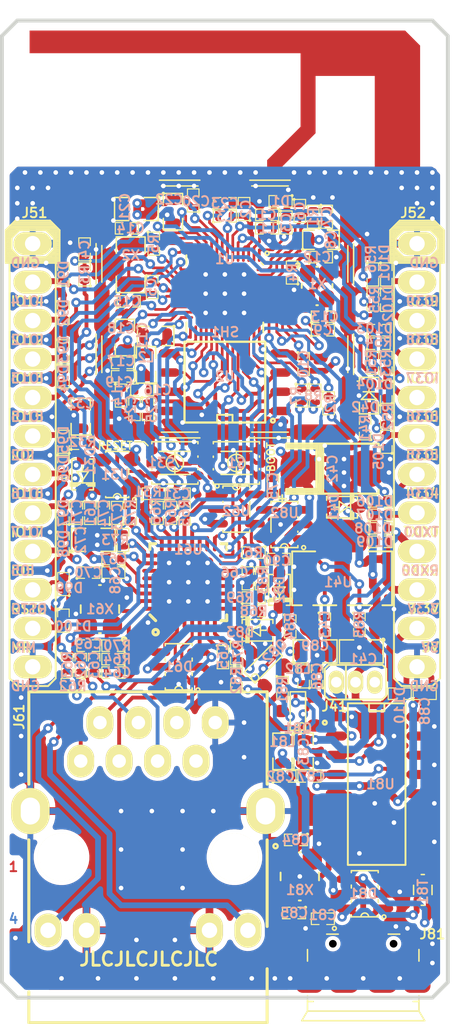
<source format=kicad_pcb>
(kicad_pcb (version 20211014) (generator pcbnew)
  (title_block (date "3 feb 2015"))
  (layers (0 "F.Cu" signal) (1 "In1.Cu" signal) (2 "In2.Cu" signal) (31 "B.Cu" signal) (34 "B.Paste" user) (35 "F.Paste" user) (36 "B.SilkS" user "B.Silkscreen") (37 "F.SilkS" user "F.Silkscreen") (38 "B.Mask" user) (39 "F.Mask" user) (44 "Edge.Cuts" user))
  (net 0 "")
  (net 1 "/cpu/ANT")
  (net 2 "GND")
  (net 3 "/cpu/ANTM")
  (net 4 "+3.3VW")
  (net 5 "+3.3VMCU")
  (net 6 "Net-(C6-Pad2)")
  (net 7 "/cpu/CHIP_PU")
  (net 8 "VIO")
  (net 9 "Net-(C7-Pad2)")
  (net 10 "/cpu/XTAL_N")
  (net 11 "/cpu/32K_XP")
  (net 12 "/cpu/32K_XN")
  (net 13 "+3.3V")
  (net 14 "ETHTXC")
  (net 15 "/cpu/XTAL_P")
  (net 16 "/network/TDC")
  (net 17 "/network/RDC")
  (net 18 "/cpu/ETXD0")
  (net 19 "/cpu/ETXD1")
  (net 20 "TXD0")
  (net 21 "~{RESET}")
  (net 22 "ETHMDIO")
  (net 23 "ETHMDC")
  (net 24 "ETHRXD0")
  (net 25 "ETHRXD1")
  (net 26 "ETHCRS")
  (net 27 "/cpu/~{SPIHD}")
  (net 28 "/cpu/~{SPIWP}")
  (net 29 "/cpu/~{SPICS0}")
  (net 30 "/cpu/SPICLK")
  (net 31 "/cpu/SPIQ")
  (net 32 "/cpu/SPID")
  (net 33 "ETHTXEN")
  (net 34 "Net-(R2-Pad1)")
  (net 35 "Net-(C81-Pad1)")
  (net 36 "~{ETHRST}")
  (net 37 "/network/TD+")
  (net 38 "/network/RD+")
  (net 39 "/network/RD-")
  (net 40 "/network/TD-")
  (net 41 "GPIO14")
  (net 42 "GPIO13")
  (net 43 "GPIO15")
  (net 44 "GPIO12")
  (net 45 "GPIO5")
  (net 46 "GPIO2")
  (net 47 "GPIO16")
  (net 48 "GPIO39")
  (net 49 "GPIO38")
  (net 50 "GPIO37")
  (net 51 "GPIO36")
  (net 52 "GPIO35")
  (net 53 "GPIO34")
  (net 54 "GPIO17")
  (net 56 "Net-(J61-Pad9)")
  (net 57 "/misc/XI")
  (net 58 "/misc/XO")
  (net 59 "/misc/USBE_DP")
  (net 60 "ETHTXD0")
  (net 61 "ETHTXD1")
  (net 62 "RXD0M")
  (net 63 "~{MR}")
  (net 64 "+5V")
  (net 65 "Net-(C64-Pad1)")
  (net 66 "+3.3VETH")
  (net 67 "Net-(C67-Pad1)")
  (net 68 "Net-(C69-Pad1)")
  (net 69 "/network/CKXTAL1")
  (net 70 "+5VUSB")
  (net 71 "/misc/USBE_DM")
  (net 72 "/misc/USB_DM")
  (net 73 "+3.3VUSB")
  (net 74 "Net-(D42-Pad1)")
  (net 75 "Net-(D81-Pad1)")
  (net 76 "/misc/USB_DP")
  (net 77 "Net-(D82-Pad1)")
  (net 78 "Net-(D82-Pad2)")
  (net 79 "Net-(D83-Pad1)")
  (net 80 "Net-(D83-Pad2)")
  (net 82 "RXD0")
  (net 83 "Net-(Q81-Pad1)")
  (net 84 "Net-(Q81-Pad2)")
  (net 85 "Net-(Q82-Pad1)")
  (net 86 "Net-(Q82-Pad2)")
  (net 87 "Net-(C12-Pad1)")
  (net 88 "Net-(R32-Pad2)")
  (net 89 "/network/LED1")
  (net 90 "/network/LED0")
  (net 91 "Net-(R64-Pad1)")
  (net 92 "/network/ERXD0")
  (net 93 "/network/ERXD1")
  (net 94 "/network/CKXTAL2")
  (net 95 "/network/RXDV")
  (net 99 "/network/TXC")
  (net 109 "RXD0U")
  (net 110 "Net-(R6-Pad2)")
  (net 111 "Net-(J61-Pad12)")
  (footprint "Celebi:SM0603C" (layer "F.Cu") (at 62.103 125.9078 -90)
    (fp_text reference "C22")
    (fp_text value "1uF/16V" hide)
  )
  (footprint "Celebi:SM0603L" (layer "F.Cu") (at 69.342 161.544 90)
    (fp_text reference "L81")
    (fp_text value "Bead_300R" hide)
  )
  (footprint "Celebi:SM0603L" (layer "F.Cu") (at 60.325 136.017 90)
    (fp_text reference "L2")
    (fp_text value "Bead_300R" hide)
  )
  (footprint "Celebi:SM0402C" (layer "F.Cu") (at 71.12 163.195 180)
    (fp_text reference "C87")
    (fp_text value "100nF/16V" hide)
  )
  (footprint "Celebi:SO16_4x10.5_P1.27mm" (layer "F.Cu") (at 75.565 163.703 -90)
    (fp_text reference "U81")
    (fp_text value "CH340G" hide)
  )
  (footprint "Celebi:SM0402C" (layer "F.Cu") (at 72.263 126.238 -90)
    (fp_text reference "C7")
    (fp_text value "3.3nF/50V" hide)
  )
  (footprint "Celebi:SM0402" (layer "F.Cu") (at 59.309 145.796 -90)
    (fp_text reference "R72")
    (fp_text value "4k7" hide)
  )
  (footprint "Celebi:SM0402C" (layer "F.Cu") (at 59.563 138.938 -90)
    (fp_text reference "C24")
    (fp_text value "15pF/50V" hide)
  )
  (footprint "Celebi:SOT223" (layer "F.Cu") (at 73.279 150.114 -90)
    (fp_text reference "U41")
    (fp_text value "AMS1117-3.3" hide)
  )
  (footprint "Celebi:led-SM0603_Green" (layer "F.Cu") (at 75.057 138.049 -90)
    (fp_text reference "D42")
    (fp_text value "Diode-LED_Green" hide)
  )
  (footprint "Celebi:SM0603C" (layer "F.Cu") (at 58.928 134.2136 90)
    (fp_text reference "C18")
    (fp_text value "1uF/16V" hide)
  )
  (footprint "Celebi:SM0402C" (layer "F.Cu") (at 56.007 155.829 90)
    (fp_text reference "C62")
    (fp_text value "100nF/16V" hide)
  )
  (footprint "Celebi:xtal-3.2x2.5mm_4pin" (layer "F.Cu") (at 70.485 169.799 -90)
    (fp_text reference "X81")
    (fp_text value "12MHz_18pF" hide)
  )
  (footprint "Celebi:SM0402C" (layer "F.Cu") (at 71.882 128.905)
    (fp_text reference "C12")
    (fp_text value "12pF/50V" hide)
  )
  (footprint "Celebi:SM0402C" (layer "F.Cu") (at 60.452 138.938 -90)
    (fp_text reference "C25")
    (fp_text value "100nF/16V" hide)
  )
  (footprint "Celebi:SM0402C" (layer "F.Cu") (at 70.739 135.9662 -90)
    (fp_text reference "C10")
    (fp_text value "100nF/16V" hide)
  )
  (footprint "Celebi:xtal-3.2x2.5mm_4pin" (layer "F.Cu") (at 57.277 152.146 90)
    (fp_text reference "X61")
    (fp_text value "25MHz_12pF" hide)
  )
  (footprint "Celebi:SM0402C" (layer "F.Cu") (at 69.596 126.619 -90)
    (fp_text reference "C3")
    (fp_text value "100nF/16V" hide)
  )
  (footprint "Celebi:SM0402C" (layer "F.Cu") (at 65.405 155.321 -90)
    (fp_text reference "C65")
    (fp_text value "100nF/16V" hide)
  )
  (footprint "Celebi:usb-U253-05XX-4BH89-XXS" (layer "F.Cu") (at 74.676 176.53 -90)
    (fp_text reference "J81")
    (fp_text value "USB-Micro" hide)
  )
  (footprint "Celebi:SM0402" (layer "F.Cu") (at 75.311 135.89 -90)
    (fp_text reference "R51")
    (fp_text value "470k" hide)
  )
  (footprint "Celebi:SM0402" (layer "F.Cu") (at 67.437 151.384)
    (fp_text reference "R69")
    (fp_text value "22R" hide)
  )
  (footprint "Celebi:xtal-3.2x1.5mm" (layer "F.Cu") (at 59.309 129.413 -90)
    (fp_text reference "X2")
    (fp_text value "32.768kHz_12.5pF" hide)
  )
  (footprint "Celebi:SM0402" (layer "F.Cu") (at 60.833 144.526)
    (fp_text reference "R31")
    (fp_text value "100k" hide)
  )
  (footprint "Celebi:SM0402C" (layer "F.Cu") (at 58.42 145.796 90)
    (fp_text reference "C73")
    (fp_text value "15pF/50V" hide)
  )
  (footprint "Celebi:SM0603C" (layer "F.Cu") (at 60.96 134.112 180)
    (fp_text reference "C11")
    (fp_text value "1uF/16V" hide)
  )
  (footprint "Celebi:QFN32_5x5_P0.5_E3.35mm" (layer "F.Cu") (at 63.119 150.368)
    (fp_text reference "U61")
    (fp_text value "RTL8201F" hide)
  )
  (footprint "Celebi:SM0402C" (layer "F.Cu") (at 65.532 125.349)
    (fp_text reference "C23")
    (fp_text value "15pF/50V" hide)
  )
  (footprint "Celebi:SM0402C" (layer "F.Cu") (at 59.182 131.826)
    (fp_text reference "C15")
    (fp_text value "18pF/50V" hide)
  )
  (footprint "Celebi:SM0402C" (layer "F.Cu") (at 67.056 150.114 -90)
    (fp_text reference "C66")
    (fp_text value "100nF/16V" hide)
  )
  (footprint "Celebi:SM0402C" (layer "F.Cu") (at 60.7314 130.8862 -90)
    (fp_text reference "C5")
    (fp_text value "100nF/16V" hide)
  )
  (footprint "Celebi:SM0805C" (layer "F.Cu") (at 59.69 125.73 180)
    (fp_text reference "C21")
    (fp_text value "10uF/16V" hide)
  )
  (footprint "Celebi:fiducial_sc_D1_M3mm" (layer "F.Cu") (at 69.342 174.498)
    (fp_text reference "FD4" hide)
    (fp_text value "Fiducial" hide)
  )
  (footprint "Celebi:SM0603C" (layer "F.Cu") (at 71.882 127.762)
    (fp_text reference "C8")
    (fp_text value "1uF/16V" hide)
  )
  (footprint "Celebi:DFN1006-2" (layer "F.Cu") (at 75.819 145.923)
    (fp_text reference "D107")
    (fp_text value "TVS_5V" hide)
  )
  (footprint "Celebi:SM0402" (layer "F.Cu") (at 75.311 130.048 -90)
    (fp_text reference "R56")
    (fp_text value "470k" hide)
  )
  (footprint "Celebi:SOD323" (layer "F.Cu") (at 69.1388 150.876 90)
    (fp_text reference "D82")
    (fp_text value "BAT54WS" hide)
  )
  (footprint "Celebi:SM0402" (layer "F.Cu") (at 58.166 155.448 180)
    (fp_text reference "R64")
    (fp_text value "2k49" hide)
  )
  (footprint "Celebi:DFN1006-2" (layer "F.Cu") (at 54.864 141.097 90)
    (fp_text reference "D95")
    (fp_text value "TVS_5V" hide)
  )
  (footprint "Celebi:SM0402C" (layer "F.Cu") (at 72.009 172.593 180)
    (fp_text reference "C81")
    (fp_text value "100nF/50V" hide)
  )
  (footprint "Celebi:SM0402C" (layer "F.Cu") (at 56.515 154.559 180)
    (fp_text reference "C69")
    (fp_text value "18pF/50V" hide)
  )
  (footprint "Celebi:SM0805C" (layer "F.Cu") (at 71.501 154.94)
    (fp_text reference "C89")
    (fp_text value "10uF/16V" hide)
  )
  (footprint "Celebi:SM0402C" (layer "F.Cu") (at 56.515 149.733)
    (fp_text reference "C70")
    (fp_text value "18pF/50V" hide)
  )
  (footprint "Celebi:SM0402" (layer "F.Cu") (at 70.612 138.049 -90)
    (fp_text reference "R7")
    (fp_text value "22R" hide)
  )
  (footprint "Celebi:SM0402C" (layer "F.Cu") (at 58.166 149.733 180)
    (fp_text reference "C68")
    (fp_text value "100nF/16V" hide)
  )
  (footprint "Celebi:SOT23-6L" (layer "F.Cu") (at 74.7776 170.942)
    (fp_text reference "D81")
    (fp_text value "TVS_5V" hide)
  )
  (footprint "Celebi:SM0402C" (layer "F.Cu") (at 66.802 125.73 90)
    (fp_text reference "C2")
    (fp_text value "100nF/16V" hide)
  )
  (footprint "Celebi:SM0402" (layer "F.Cu") (at 67.437 148.4122 180)
    (fp_text reference "R6")
    (fp_text value "1k" hide)
  )
  (footprint "Celebi:SM0402C" (layer "F.Cu") (at 68.326 126.111 180)
    (fp_text reference "C1")
    (fp_text value "0.9pF/50V" hide)
  )
  (footprint "Celebi:sil-1.27mm-3P" (layer "F.Cu") (at 74.168 156.972)
    (fp_text reference "J41")
    (fp_text value "Conn_01x03" hide)
  )
  (footprint "Celebi:tr-smd-WE-CNSW_0805" (layer "F.Cu") (at 78.613 170.688 90)
    (fp_text reference "T81")
    (fp_text value "CM_Choke_90R" hide)
  )
  (footprint "Celebi:SOD323" (layer "F.Cu") (at 73.279 145.415 180)
    (fp_text reference "D41")
    (fp_text value "BAT54WS" hide)
  )
  (footprint "Celebi:SOT23-3" (layer "F.Cu") (at 70.358 158.877)
    (fp_text reference "Q81")
    (fp_text value "BC817" hide)
  )
  (footprint "Celebi:SM0402" (layer "F.Cu") (at 69.977 129.921 90)
    (fp_text reference "R4")
    (fp_text value "0R" hide)
  )
  (footprint "Celebi:SM0402C" (layer "F.Cu") (at 58.801 135.89 180)
    (fp_text reference "C17")
    (fp_text value "100nF/16V" hide)
  )
  (footprint "Celebi:SM0402C" (layer "F.Cu") (at 72.009 133.731)
    (fp_text reference "C9")
    (fp_text value "15pF/50V" hide)
  )
  (footprint "Celebi:SM0402" (layer "F.Cu") (at 72.39 138.557 -90)
    (fp_text reference "R2")
    (fp_text value "499R" hide)
  )
  (footprint "Celebi:DFN1006-2" (layer "F.Cu") (at 54.864 142.748 -90)
    (fp_text reference "D96")
    (fp_text value "TVS_5V" hide)
  )
  (footprint "Celebi:SM0402C" (layer "F.Cu") (at 56.896 155.829 90)
    (fp_text reference "C63")
    (fp_text value "100nF/16V" hide)
  )
  (footprint "Celebi:SM0402C" (layer "F.Cu") (at 72.136 153.162 -90)
    (fp_text reference "C43")
    (fp_text value "100nF/16V" hide)
  )
  (footprint "Celebi:SM0402C" (layer "F.Cu") (at 58.801 136.779 180)
    (fp_text reference "C19")
    (fp_text value "15pF/50V" hide)
  )
  (footprint "Celebi:SM0402C" (layer "F.Cu") (at 56.261 128.397 90)
    (fp_text reference "C4")
    (fp_text value "3.3nF/50V" hide)
  )
  (footprint "Celebi:DFN1006-2" (layer "F.Cu") (at 54.864 136.779 -90)
    (fp_text reference "D94")
    (fp_text value "TVS_5V" hide)
  )
  (footprint "Celebi:SM0402C" (layer "F.Cu") (at 69.088 148.844)
    (fp_text reference "C90")
    (fp_text value "100nF/16V" hide)
  )
  (footprint "Celebi:SM0402C" (layer "F.Cu") (at 59.055 127 180)
    (fp_text reference "C14")
    (fp_text value "18pF/50V" hide)
  )
  (footprint "Celebi:fiducial_sc_D1_M3mm" (layer "F.Cu") (at 55.372 125.603)
    (fp_text reference "FD1" hide)
    (fp_text value "Fiducial" hide)
  )
  (footprint "Celebi:SM0402C" (layer "F.Cu") (at 70.485 125.857 -90)
    (fp_text reference "C6")
    (fp_text value "10nF/50V" hide)
  )
  (footprint "Celebi:SOD323" (layer "F.Cu") (at 67.691 153.543)
    (fp_text reference "D83")
    (fp_text value "BAT54WS" hide)
  )
  (footprint "Celebi:SOD323" (layer "F.Cu") (at 56.134 143.256 90)
    (fp_text reference "D31")
    (fp_text value "BAT54WS" hide)
  )
  (footprint "Celebi:DFN1006-2" (layer "F.Cu") (at 76.2 130.048 -90)
    (fp_text reference "D101")
    (fp_text value "TVS_5V" hide)
  )
  (footprint "Celebi:switch-WE-WS-TASV-3x2.6_H1.4mm" (layer "F.Cu") (at 62.23 142.494 180)
    (fp_text reference "S31")
    (fp_text value "Tact_Switch" hide)
  )
  (footprint "Celebi:SM0603C" (layer "F.Cu") (at 70.739 161.544 -90)
    (fp_text reference "C83")
    (fp_text value "1uF/16V" hide)
  )
  (footprint "Celebi:SM0402V" (layer "F.Cu") (at 69.215 125.222 180)
    (fp_text reference "D1")
    (fp_text value "TVS_4V" hide)
  )
  (footprint "Celebi:DFN1006-2" (layer "F.Cu") (at 54.864 150.495 90)
    (fp_text reference "D99")
    (fp_text value "TVS_5V" hide)
  )
  (footprint "Celebi:SM0402L" (layer "F.Cu") (at 58.674 138.049 -90)
    (fp_text reference "L4")
    (fp_text value "Bead_220R/DNP" hide)
  )
  (footprint "Celebi:SM0402" (layer "F.Cu") (at 56.134 141.224)
    (fp_text reference "R32")
    (fp_text value "100R" hide)
  )
  (footprint "Celebi:SM0402C" (layer "F.Cu") (at 72.009 132.842)
    (fp_text reference "C13")
    (fp_text value "12pF/50V" hide)
  )
  (footprint "Celebi:SM0402" (layer "F.Cu") (at 69.85 153.289 -90)
    (fp_text reference "R84")
    (fp_text value "1k" hide)
  )
  (footprint "Celebi:SM0402C" (layer "F.Cu") (at 71.628 156.591 90)
    (fp_text reference "C86")
    (fp_text value "100nF/16V" hide)
  )
  (footprint "Celebi:SOT23-5L" (layer "F.Cu") (at 66.294 145.542 180)
    (fp_text reference "U62")
    (fp_text value "74AUP1G126" hide)
  )
  (footprint "Celebi:DFN1006-2" (layer "F.Cu") (at 75.819 147.701)
    (fp_text reference "D109")
    (fp_text value "TVS_5V" hide)
  )
  (footprint "Celebi:SM0402" (layer "F.Cu") (at 74.803 140.208 90)
    (fp_text reference "R41")
    (fp_text value "2k7" hide)
  )
  (footprint "Celebi:SM0603C" (layer "F.Cu") (at 56.007 139.446 90)
    (fp_text reference "C32")
    (fp_text value "100nF/50V" hide)
  )
  (footprint "Celebi:DFN1006-2" (layer "F.Cu") (at 75.819 146.812)
    (fp_text reference "D108")
    (fp_text value "TVS_5V" hide)
  )
  (footprint "Celebi:DFN1006-2" (layer "F.Cu") (at 76.2 131.73075 -90)
    (fp_text reference "D102")
    (fp_text value "TVS_5V" hide)
  )
  (footprint "Celebi:SM0402C" (layer "F.Cu") (at 58.166 148.844 180)
    (fp_text reference "C67")
    (fp_text value "100nF/16V" hide)
  )
  (footprint "Celebi:SM0402C" (layer "F.Cu") (at 58.166 156.337 180)
    (fp_text reference "C64")
    (fp_text value "100nF/16V" hide)
  )
  (footprint "Celebi:SM0402" (layer "F.Cu") (at 61.976 145.796 -90)
    (fp_text reference "R67")
    (fp_text value "10k" hide)
  )
  (footprint "Celebi:SOT23-5L" (layer "F.Cu") (at 69.469 146.558)
    (fp_text reference "U82")
    (fp_text value "74AHC1G08" hide)
  )
  (footprint "Celebi:SM0402" (layer "F.Cu") (at 69.342 157.353 -90)
    (fp_text reference "R81")
    (fp_text value "10k" hide)
  )
  (footprint "Celebi:fiducial_sc_D1_M3mm" (layer "F.Cu") (at 52.832 175.768)
    (fp_text reference "FD3" hide)
    (fp_text value "Fiducial" hide)
  )
  (footprint "Celebi:SM0402C" (layer "F.Cu") (at 62.484 144.526)
    (fp_text reference "C31")
    (fp_text value "100nF/16V" hide)
  )
  (footprint "Celebi:sil-12P" (layer "F.Cu") (at 78.232 141.986 -90)
    (fp_text reference "J52")
    (fp_text value "Conn_01x12/DNP" hide)
  )
  (footprint "Celebi:SMD-C-6032" (layer "F.Cu") (at 72.644 142.875)
    (fp_text reference "C42")
    (fp_text value "47uF/16V" hide)
  )
  (footprint "Celebi:SM0402" (layer "F.Cu") (at 58.166 154.559 180)
    (fp_text reference "R70")
    (fp_text value "22R" hide)
  )
  (footprint "Celebi:DFN1006-2" (layer "F.Cu") (at 54.864 152.908 -90)
    (fp_text reference "D100")
    (fp_text value "TVS_5V" hide)
  )
  (footprint "Celebi:DFN1006-2" (layer "F.Cu") (at 77.089 157.734 180)
    (fp_text reference "D110")
    (fp_text value "TVS_5V" hide)
  )
  (footprint "Celebi:SO8_5.2x5.2_P1.27mm" (layer "F.Cu") (at 65.532 137.16 90)
    (fp_text reference "U2")
    (fp_text value "W25Q128JV" hide)
  )
  (footprint "Celebi:SM0402" (layer "F.Cu") (at 71.374 126.238 90)
    (fp_text reference "R1")
    (fp_text value "20k" hide)
  )
  (footprint "Celebi:SM0402" (layer "F.Cu") (at 66.294 155.067 -90)
    (fp_text reference "R71")
    (fp_text value "4k7" hide)
  )
  (footprint "Celebi:SM0402C" (layer "F.Cu") (at 57.531 145.796 90)
    (fp_text reference "C74")
    (fp_text value "100nF/16V" hide)
  )
  (footprint "Celebi:SM0402" (layer "F.Cu") (at 66.294 156.718 90)
    (fp_text reference "R82")
    (fp_text value "10k" hide)
  )
  (footprint "Celebi:SM0402" (layer "F.Cu") (at 55.118 155.829 -90)
    (fp_text reference "R63")
    (fp_text value "1k" hide)
  )
  (footprint "Celebi:SM0402L" (layer "F.Cu") (at 70.739 156.591 90)
    (fp_text reference "L82")
    (fp_text value "Bead_220R" hide)
  )
  (footprint "Celebi:SM0402" (layer "F.Cu") (at 67.437 152.273)
    (fp_text reference "R68")
    (fp_text value "22R" hide)
  )
  (footprint "Celebi:SM0402" (layer "F.Cu") (at 76.2 139.446 -90)
    (fp_text reference "R52")
    (fp_text value "470k" hide)
  )
  (footprint "Celebi:SM0805C" (layer "F.Cu") (at 56.8452 147.574)
    (fp_text reference "C72")
    (fp_text value "10uF/16V" hide)
  )
  (footprint "Celebi:SM0402" (layer "F.Cu") (at 75.692 134.62)
    (fp_text reference "R54")
    (fp_text value "470k" hide)
  )
  (footprint "Celebi:SOT143-4" (layer "F.Cu") (at 58.42 143.256)
    (fp_text reference "U31")
    (fp_text value "APX811_2.93V" hide)
  )
  (footprint "Celebi:SM0402" (layer "F.Cu") (at 56.261 130.048 90)
    (fp_text reference "R3")
    (fp_text value "100R" hide)
  )
  (footprint "Celebi:SM0402" (layer "F.Cu") (at 74.422 153.162 -90)
    (fp_text reference "R85")
    (fp_text value "47k" hide)
  )
  (footprint "Celebi:DFN1006-2" (layer "F.Cu") (at 76.2 137.795 90)
    (fp_text reference "D104")
    (fp_text value "TVS_5V" hide)
  )
  (footprint "Celebi:DFN1006-2" (layer "F.Cu") (at 54.864 130.048 -90)
    (fp_text reference "D91")
    (fp_text value "TVS_5V" hide)
  )
  (footprint "Celebi:DFN1006-2" (layer "F.Cu") (at 76.2 141.097 90)
    (fp_text reference "D105")
    (fp_text value "TVS_5V" hide)
  )
  (footprint "Celebi:sil-12P" (layer "F.Cu") (at 52.832 141.986 -90)
    (fp_text reference "J51")
    (fp_text value "Conn_01x12/DNP" hide)
  )
  (footprint "Celebi:DFN1006-2" (layer "F.Cu") (at 75.692 133.731)
    (fp_text reference "D103")
    (fp_text value "TVS_5V" hide)
  )
  (footprint "Celebi:SOT23-3" (layer "F.Cu") (at 68.071999 155.772293 -45)
    (fp_text reference "Q82")
    (fp_text value "BC817" hide)
  )
  (footprint "Celebi:SM0402" (layer "F.Cu") (at 71.501 138.049 -90)
    (fp_text reference "R8")
    (fp_text value "22R" hide)
  )
  (footprint "Celebi:SM0402" (layer "F.Cu") (at 55.4736 157.099 180)
    (fp_text reference "R62")
    (fp_text value "1k" hide)
  )
  (footprint "Celebi:xtal-2.5x2.0mm_4pin" (layer "F.Cu") (at 71.628 130.81 -90)
    (fp_text reference "X1")
    (fp_text value "40MHz_10pF" hide)
  )
  (footprint "Celebi:SM0402L" (layer "F.Cu") (at 68.326 127 180)
    (fp_text reference "L1")
    (fp_text value "2.2nH" hide)
  )
  (footprint "Celebi:SM0402" (layer "F.Cu") (at 67.945 150.114 90)
    (fp_text reference "R83")
    (fp_text value "1k" hide)
  )
  (footprint "Celebi:DFN1006-2" (layer "F.Cu") (at 54.864 147.828 -90)
    (fp_text reference "D98")
    (fp_text value "TVS_5V" hide)
  )
  (footprint "Celebi:DFN1006-2" (layer "F.Cu") (at 54.864 135.128 -90)
    (fp_text reference "D93")
    (fp_text value "TVS_5V" hide)
  )
  (footprint "Celebi:SM0402C" (layer "F.Cu") (at 70.104 172.212 180)
    (fp_text reference "C85")
    (fp_text value "27pF/50V" hide)
  )
  (footprint "Celebi:SM0402C" (layer "F.Cu") (at 60.071 137.668)
    (fp_text reference "C16")
    (fp_text value "100nF/16V" hide)
  )
  (footprint "Celebi:fiducial_sc_D1_M3mm" (layer "F.Cu") (at 75.692 125.603)
    (fp_text reference "FD2" hide)
    (fp_text value "Fiducial" hide)
  )
  (footprint "Celebi:SM0402C" (layer "F.Cu") (at 78.74 157.734)
    (fp_text reference "C88")
    (fp_text value "100nF/16V" hide)
  )
  (footprint "Celebi:SM0402L" (layer "F.Cu") (at 65.532 126.2126)
    (fp_text reference "L3")
    (fp_text value "2nH" hide)
  )
  (footprint "Celebi:QFN48_5x5_P0.35_E3.5mm" (layer "F.Cu") (at 65.532 131.318 180)
    (fp_text reference "U1")
    (fp_text value "ESP32-D0WD" hide)
  )
  (footprint "Celebi:SM0402" (layer "F.Cu") (at 62.865 145.796 90)
    (fp_text reference "R65")
    (fp_text value "47k" hide)
  )
  (footprint "Celebi:SM0402L" (layer "F.Cu") (at 56.642 145.796 -90)
    (fp_text reference "L61")
    (fp_text value "Bead_220R" hide)
  )
  (footprint "Celebi:SM0402C" (layer "F.Cu") (at 69.469 163.195)
    (fp_text reference "C82")
    (fp_text value "15pF/50V" hide)
  )
  (footprint "Celebi:SM0402C" (layer "F.Cu") (at 68.707 144.018 90)
    (fp_text reference "C75")
    (fp_text value "100nF/16V" hide)
  )
  (footprint "Celebi:DFN1006-2" (layer "F.Cu") (at 54.864 145.796 90)
    (fp_text reference "D97")
    (fp_text value "TVS_5V" hide)
  )
  (footprint "Celebi:SM0402C" (layer "F.Cu") (at 55.753 145.796 -90)
    (fp_text reference "C71")
    (fp_text value "100nF/16V" hide)
  )
  (footprint "Celebi:switch-WE-WS-TASV-3x2.6_H1.4mm" (layer "F.Cu") (at 66.294 142.494 180)
    (fp_text reference "S1")
    (fp_text value "Tact_Switch" hide)
  )
  (footprint "Celebi:SM0402" (layer "F.Cu") (at 58.801 147.574 -90)
    (fp_text reference "R73")
    (fp_text value "4k7" hide)
  )
  (footprint "Celebi:eth-HR911105A" (layer "F.Cu") (at 60.452 168.529 180)
    (fp_text reference "J61")
    (fp_text value "HR913550A" hide)
  )
  (footprint "Celebi:SM0402" (layer "F.Cu") (at 61.087 145.796 -90)
    (fp_text reference "R66")
    (fp_text value "10k" hide)
  )
  (footprint "Celebi:DFN1006-2" (layer "F.Cu") (at 75.819 145.034)
    (fp_text reference "D106")
    (fp_text value "TVS_5V" hide)
  )
  (footprint "Celebi:SOT23-6L" (layer "F.Cu") (at 62.484 155.956)
    (fp_text reference "D61")
    (fp_text value "TVS_5V" hide)
  )
  (footprint "Celebi:DFN1006-2" (layer "F.Cu") (at 54.864 132.588 -90)
    (fp_text reference "D92")
    (fp_text value "TVS_5V" hide)
  )
  (footprint "Celebi:shield-36103166S" (layer "F.Cu") (at 65.532 132.334)
    (fp_text reference "SH1")
    (fp_text value "Shield" hide)
  )
  (footprint "Celebi:SM0402C" (layer "F.Cu") (at 70.231 167.386 180)
    (fp_text reference "C84")
    (fp_text value "27pF/50V" hide)
  )
  (footprint "Celebi:SM0402" (layer "F.Cu") (at 75.311 131.699 -90)
    (fp_text reference "R55")
    (fp_text value "470k" hide)
  )
  (footprint "Celebi:SM0402" (layer "F.Cu") (at 76.2 135.89 -90)
    (fp_text reference "R53")
    (fp_text value "470k" hide)
  )
  (footprint "Celebi:SM0805C" (layer "F.Cu") (at 74.549 154.94 180)
    (fp_text reference "C41")
    (fp_text value "10uF/16V" hide)
  )
  (footprint "Celebi:SM0402" (layer "F.Cu") (at 60.833 128.016 -90)
    (fp_text reference "R5")
    (fp_text value "10Meg" hide)
  )
  (footprint "Celebi:SM0402C" (layer "F.Cu") (at 63.44285 125.16485 90)
    (fp_text reference "C20")
    (fp_text value "100nF/16V" hide)
  )
  (gr_poly (pts (xy 68.9356 124.9934) (xy 68.6054 124.9934) (xy 68.326 122.936) (xy 69.3166 122.936)) (layer "F.Cu") (width 0) (fill solid))
  (gr_poly (pts (xy 67.8942 127.4572) (xy 67.7418 127.4572) (xy 67.691 127.1778) (xy 68.072 127.1778)) (layer "F.Cu") (width 0) (fill solid))
  (gr_poly locked (pts (xy 78.4352 114.935) (xy 78.4352 122.9614) (xy 75.438 122.9614) (xy 75.438 116.9416) (xy 71.5264 116.9416) (xy 71.5264 120.7262) (xy 69.3166 122.936) (xy 68.326 122.936) (xy 68.326 122.5042) (xy 70.5358 120.2944) (xy 70.5358 115.443) (xy 52.6288 115.443) (xy 52.6288 113.9444) (xy 77.4446 113.9444)) (layer "F.Cu") (width 0) (fill solid))
  (gr_line (start 60.198 141.097) (end 60.452 141.351) (layer "F.SilkS") (width 0.1016))
  (gr_line (start 59.563 141.097) (end 60.198 141.097) (layer "F.SilkS") (width 0.1016))
  (gr_line (start 80.264 114.3) (end 79.248 113.284) (layer "Edge.Cuts") (width 0.254))
  (gr_line (start 50.8 114.3) (end 50.8 176.784) (layer "Edge.Cuts") (width 0.254))
  (gr_line (start 51.816 113.284) (end 50.8 114.3) (layer "Edge.Cuts") (width 0.254))
  (gr_line (start 51.816 177.8) (end 50.8 176.784) (layer "Edge.Cuts") (width 0.254))
  (gr_line (start 80.264 176.784) (end 80.264 114.3) (layer "Edge.Cuts") (width 0.254))
  (gr_line (start 51.816 177.8) (end 79.248 177.8) (layer "Edge.Cuts") (width 0.254))
  (gr_line (start 79.248 113.284) (end 51.816 113.284) (layer "Edge.Cuts") (width 0.254))
  (gr_line (start 79.248 177.8) (end 80.264 176.784) (layer "Edge.Cuts") (width 0.254))
  (gr_text "1" (at 51.562 169.164) (layer "F.Cu") (effects (font (size 0.635 0.635) (thickness 0.127))))
  (gr_text "4" (at 51.562 172.593) (layer "B.Cu") (effects (font (size 0.635 0.635) (thickness 0.127))))
  (gr_text "RSTO" (at 51.308 152.146) (layer "B.SilkS") (effects (font (size 0.635 0.635) (thickness 0.127)) (justify right mirror)))
  (gr_text "MRI" (at 51.308 154.686) (layer "B.SilkS") (effects (font (size 0.635 0.635) (thickness 0.127)) (justify right mirror)))
  (gr_text "GND" (at 79.756 157.226) (layer "B.SilkS") (effects (font (size 0.635 0.635) (thickness 0.127)) (justify left mirror)))
  (gr_text "GND" (at 51.308 157.226) (layer "B.SilkS") (effects (font (size 0.635 0.635) (thickness 0.127)) (justify right mirror)))
  (gr_text "RXD0" (at 79.756 149.606) (layer "B.SilkS") (effects (font (size 0.635 0.635) (thickness 0.127)) (justify left mirror)))
  (gr_text "IO16" (at 51.308 144.526) (layer "B.SilkS") (effects (font (size 0.635 0.635) (thickness 0.127)) (justify right mirror)))
  (gr_text "IO35" (at 79.756 141.986) (layer "B.SilkS") (effects (font (size 0.635 0.635) (thickness 0.127)) (justify left mirror)))
  (gr_text "3.3V" (at 79.756 152.146) (layer "B.SilkS") (effects (font (size 0.635 0.635) (thickness 0.127)) (justify left mirror)))
  (gr_text "IO15" (at 51.308 139.446) (layer "B.SilkS") (effects (font (size 0.635 0.635) (thickness 0.127)) (justify right mirror)))
  (gr_text "IO12" (at 51.308 134.366) (layer "B.SilkS") (effects (font (size 0.635 0.635) (thickness 0.127)) (justify right mirror)))
  (gr_text "IO13" (at 51.308 136.906) (layer "B.SilkS") (effects (font (size 0.635 0.635) (thickness 0.127)) (justify right mirror)))
  (gr_text "IO36" (at 79.756 139.446) (layer "B.SilkS") (effects (font (size 0.635 0.635) (thickness 0.127)) (justify left mirror)))
  (gr_text "TXD0" (at 79.756 147.066) (layer "B.SilkS") (effects (font (size 0.635 0.635) (thickness 0.127)) (justify left mirror)))
  (gr_text "GND" (at 79.756 129.286) (layer "B.SilkS") (effects (font (size 0.635 0.635) (thickness 0.127)) (justify left mirror)))
  (gr_text "5V" (at 79.756 154.686) (layer "B.SilkS") (effects (font (size 0.635 0.635) (thickness 0.127)) (justify left mirror)))
  (gr_text "IO37" (at 79.756 136.906) (layer "B.SilkS") (effects (font (size 0.635 0.635) (thickness 0.127)) (justify left mirror)))
  (gr_text "IO39" (at 79.756 131.826) (layer "B.SilkS") (effects (font (size 0.635 0.635) (thickness 0.127)) (justify left mirror)))
  (gr_text "IO5" (at 51.308 149.606) (layer "B.SilkS") (effects (font (size 0.635 0.635) (thickness 0.127)) (justify right mirror)))
  (gr_text "IO38" (at 79.756 134.366) (layer "B.SilkS") (effects (font (size 0.635 0.635) (thickness 0.127)) (justify left mirror)))
  (gr_text "IO14" (at 51.308 131.826) (layer "B.SilkS") (effects (font (size 0.635 0.635) (thickness 0.127)) (justify right mirror)))
  (gr_text "IO34" (at 79.756 144.526) (layer "B.SilkS") (effects (font (size 0.635 0.635) (thickness 0.127)) (justify left mirror)))
  (gr_text "IO2" (at 51.308 141.986) (layer "B.SilkS") (effects (font (size 0.635 0.635) (thickness 0.127)) (justify right mirror)))
  (gr_text "GND" (at 51.308 129.286) (layer "B.SilkS") (effects (font (size 0.635 0.635) (thickness 0.127)) (justify right mirror)))
  (gr_text "IO17" (at 51.308 147.066) (layer "B.SilkS") (effects (font (size 0.635 0.635) (thickness 0.127)) (justify right mirror)))
  (gr_text "IO15" (at 51.308 139.446) (layer "F.SilkS") (effects (font (size 0.635 0.635) (thickness 0.127)) (justify left)))
  (gr_text "RXD0" (at 79.756 149.586366) (layer "F.SilkS") (effects (font (size 0.635 0.635) (thickness 0.127)) (justify right)))
  (gr_text "RSTO" (at 51.308 152.146) (layer "F.SilkS") (effects (font (size 0.635 0.635) (thickness 0.127)) (justify left)))
  (gr_text "IO37" (at 79.756 136.886366) (layer "F.SilkS") (effects (font (size 0.635 0.635) (thickness 0.127)) (justify right)))
  (gr_text "IO38" (at 79.756 134.346366) (layer "F.SilkS") (effects (font (size 0.635 0.635) (thickness 0.127)) (justify right)))
  (gr_text "RESET" (at 58.293 141.351) (layer "F.SilkS") (effects (font (size 0.508 0.508) (thickness 0.1016))))
  (gr_text "IO13" (at 51.308 136.906) (layer "F.SilkS") (effects (font (size 0.635 0.635) (thickness 0.127)) (justify left)))
  (gr_text "BOOT" (at 68.58 142.113 90) (layer "F.SilkS") (effects (font (size 0.508 0.508) (thickness 0.1016))))
  (gr_text "JLCJLCJLCJLC" (at 60.5028 175.26) (layer "F.SilkS") (effects (font (size 0.889 0.889) (thickness 0.1778))))
  (gr_text "JLCJLCJLCJLC" (at 60.5028 175.26) (layer "F.SilkS") (effects (font (size 0.889 0.889) (thickness 0.1778))))
  (gr_text "IO14" (at 51.308 131.826) (layer "F.SilkS") (effects (font (size 0.635 0.635) (thickness 0.127)) (justify left)))
  (gr_text "IO5" (at 51.308 149.606) (layer "F.SilkS") (effects (font (size 0.635 0.635) (thickness 0.127)) (justify left)))
  (gr_text "TXD0" (at 79.756 147.046366) (layer "F.SilkS") (effects (font (size 0.635 0.635) (thickness 0.127)) (justify right)))
  (gr_text "MRI" (at 51.308 154.686) (layer "F.SilkS") (effects (font (size 0.635 0.635) (thickness 0.127)) (justify left)))
  (gr_text "3.3V" (at 79.756 152.126366) (layer "F.SilkS") (effects (font (size 0.635 0.635) (thickness 0.127)) (justify right)))
  (gr_text "IO12" (at 51.308 134.366) (layer "F.SilkS") (effects (font (size 0.635 0.635) (thickness 0.127)) (justify left)))
  (gr_text "IO34" (at 79.756 144.506366) (layer "F.SilkS") (effects (font (size 0.635 0.635) (thickness 0.127)) (justify right)))
  (gr_text "5V" (at 79.756 154.666366) (layer "F.SilkS") (effects (font (size 0.635 0.635) (thickness 0.127)) (justify right)))
  (gr_text "IO39" (at 79.756 131.806366) (layer "F.SilkS") (effects (font (size 0.635 0.635) (thickness 0.127)) (justify right)))
  (gr_text "IO16" (at 51.308 144.526) (layer "F.SilkS") (effects (font (size 0.635 0.635) (thickness 0.127)) (justify left)))
  (gr_text "IO36" (at 79.756 139.426366) (layer "F.SilkS") (effects (font (size 0.635 0.635) (thickness 0.127)) (justify right)))
  (gr_text "IO35" (at 79.756 141.966366) (layer "F.SilkS") (effects (font (size 0.635 0.635) (thickness 0.127)) (justify right)))
  (gr_text "IO17" (at 51.308 147.066) (layer "F.SilkS") (effects (font (size 0.635 0.635) (thickness 0.127)) (justify left)))
  (gr_text "IO2" (at 51.308 141.986) (layer "F.SilkS") (effects (font (size 0.635 0.635) (thickness 0.127)) (justify left)))
  (segment (start 68.7705 127) (end 68.7705 126.111) (width 0.381) (layer "F.Cu") (net 1))
  (segment (start 68.7705 126.111) (end 68.7705 125.222) (width 0.381) (layer "F.Cu") (net 1))
  (segment (start 69.7738 124.1298) (end 69.723 124.46) (width 0.381) (layer "F.Cu") (net 2))
  (segment (start 67.818 140.462) (end 65.532 140.462) (width 0.508) (layer "F.Cu") (net 2))
  (segment (start 63.7032 155.956) (end 64.135 155.956) (width 0.508) (layer "F.Cu") (net 2))
  (segment (start 73.66 138.811) (end 73.66 136.271) (width 0.508) (layer "F.Cu") (net 2))
  (segment (start 73.66 128.905) (end 76.1492 128.905) (width 0.381) (layer "F.Cu") (net 2))
  (segment (start 64.5922 142.494) (end 64.5922 141.8336) (width 0.254) (layer "F.Cu") (net 2))
  (segment (start 67.056 171.196) (end 64.516 171.196) (width 0.508) (layer "F.Cu") (net 2))
  (segment (start 64.516 156.21) (end 64.7065 156.4005) (width 0.508) (layer "F.Cu") (net 2))
  (segment (start 76.1746 172.8724) (end 76.6064 172.8724) (width 0.381) (layer "F.Cu") (net 2))
  (segment (start 79.375 168.529) (end 79.629 168.783) (width 0.254) (layer "F.Cu") (net 2))
  (segment (start 73.66 132.334) (end 73.66 133.223) (width 0.381) (layer "F.Cu") (net 2))
  (segment (start 57.7215 155.448) (end 57.7215 156.337) (width 0.381) (layer "F.Cu") (net 2))
  (segment (start 62.23 173.99) (end 62.23 173.355) (width 0.508) (layer "F.Cu") (net 2))
  (segment (start 72.009 124.206) (end 73.152 124.206) (width 0.508) (layer "F.Cu") (net 2))
  (segment (start 69.85 176.53) (end 67.31 176.53) (width 0.508) (layer "F.Cu") (net 2))
  (segment (start 60.706 141.6558) (end 60.706 140.462) (width 0.381) (layer "F.Cu") (net 2))
  (segment (start 60.5282 142.494) (end 60.5282 141.8336) (width 0.254) (layer "F.Cu") (net 2))
  (segment (start 61.2394 138.43) (end 62.5348 138.43) (width 0.254) (layer "F.Cu") (net 2))
  (segment (start 73.66 134.747) (end 73.66 132.334) (width 0.508) (layer "F.Cu") (net 2))
  (segment (start 69.6595 125.222) (end 69.6595 124.9045) (width 0.381) (layer "F.Cu") (net 2))
  (segment (start 69.6595 172.212) (end 68.961 172.212) (width 0.254) (layer "F.Cu") (net 2))
  (segment (start 75.9968 169.9768) (end 75.9968 169.2148) (width 0.508) (layer "F.Cu") (net 2))
  (segment (start 73.66 131.7244) (end 73.66 132.334) (width 0.381) (layer "F.Cu") (net 2))
  (segment (start 57.404 132.334) (end 57.404 135.763) (width 0.508) (layer "F.Cu") (net 2))
  (segment (start 65.532 124.206) (end 63.5 124.206) (width 0.508) (layer "F.Cu") (net 2))
  (segment (start 72.898 128.905) (end 72.3265 128.905) (width 0.254) (layer "F.Cu") (net 2))
  (segment (start 72.39 175.133) (end 72.517 175.006) (width 0.381) (layer "F.Cu") (net 2))
  (segment (start 57.7215 148.844) (end 57.7215 147.6502) (width 0.381) (layer "F.Cu") (net 2))
  (segment (start 69.6595 172.212) (end 69.6595 170.942) (width 0.381) (layer "F.Cu") (net 2))
  (segment (start 62.738 170.561) (end 62.738 165.481) (width 0.508) (layer "F.Cu") (net 2))
  (segment (start 64.5922 141.8336) (end 64.77 141.6558) (width 0.254) (layer "F.Cu") (net 2))
  (segment (start 74.295 131.0894) (end 73.66 131.7244) (width 0.381) (layer "F.Cu") (net 2))
  (segment (start 75.6158 138.049) (end 74.93 138.049) (width 0.381) (layer "F.Cu") (net 2))
  (segment (start 76.708 170.942) (end 77.1652 171.3992) (width 0.508) (layer "F.Cu") (net 2))
  (segment (start 64.77 165.481) (end 68.2244 165.481) (width 0.508) (layer "F.Cu") (net 2))
  (segment (start 53.975 136.906) (end 54.5465 136.3345) (width 0.381) (layer "F.Cu") (net 2))
  (segment (start 60.452 139.3825) (end 60.452 140.462) (width 0.381) (layer "F.Cu") (net 2))
  (segment (start 65.532 124.206) (end 64.516 124.206) (width 0.508) (layer "F.Cu") (net 2))
  (segment (start 58.547 139.573) (end 58.547 140.462) (width 0.508) (layer "F.Cu") (net 2))
  (segment (start 70.993 131.6482) (end 70.993 131.445) (width 0.381) (layer "F.Cu") (net 2))
  (segment (start 62.484 123.317) (end 62.484 124.206) (width 0.508) (layer "F.Cu") (net 2))
  (segment (start 77.851 175.006) (end 77.851 176.149) (width 0.508) (layer "F.Cu") (net 2))
  (segment (start 69.85 125.4125) (end 69.6595 125.222) (width 0.381) (layer "F.Cu") (net 2))
  (segment (start 70.739 135.5217) (end 71.9963 135.5217) (width 0.381) (layer "F.Cu") (net 2))
  (segment (start 54.9275 150.9395) (end 55.245 151.257) (width 0.381) (layer "F.Cu") (net 2))
  (segment (start 77.089 170.815) (end 77.089 170.434) (width 0.508) (layer "F.Cu") (net 2))
  (segment (start 71.3105 168.656) (end 71.3105 168.9735) (width 0.381) (layer "F.Cu") (net 2))
  (segment (start 57.277 128.397) (end 57.404 128.27) (width 0.508) (layer "F.Cu") (net 2))
  (segment (start 76.2 141.986) (end 76.454 142.24) (width 0.381) (layer "F.Cu") (net 2))
  (segment (start 75.2475 135.382) (end 75.311 135.4455) (width 0.254) (layer "F.Cu") (net 2))
  (segment (start 52.07 163.068) (end 52.6796 163.6776) (width 0.508) (layer "F.Cu") (net 2))
  (segment (start 57.7215 147.6502) (end 57.7977 147.574) (width 0.381) (layer "F.Cu") (net 2))
  (segment (start 59.055 124.206) (end 60.3885 124.206) (width 0.508) (layer "F.Cu") (net 2))
  (segment (start 59.055 140.462) (end 62.992 140.462) (width 0.508) (layer "F.Cu") (net 2))
  (segment (start 71.5645 173.9773) (end 71.501 174.0408) (width 0.381) (layer "F.Cu") (net 2))
  (segment (start 75.97648 173.736) (end 75.97648 173.07052) (width 0.381) (layer "F.Cu") (net 2))
  (segment (start 71.628 155.194) (end 71.628 154.305) (width 0.508) (layer "F.Cu") (net 2))
  (segment (start 71.755 167.64) (end 71.501 167.894) (width 0.381) (layer "F.Cu") (net 2))
  (segment (start 60.3885 144.3355) (end 60.3885 144.526) (width 0.381) (layer "F.Cu") (net 2))
  (segment (start 69.215 135.255) (end 69.977 135.255) (width 0.381) (layer "F.Cu") (net 2))
  (segment (start 60.0837 144.0307) (end 60.3885 144.3355) (width 0.381) (layer "F.Cu") (net 2))
  (segment (start 63.754 141.351) (end 63.5 141.097) (width 0.381) (layer "F.Cu") (net 2))
  (segment (start 52.832 155.956) (end 52.832 157.226) (width 0.508) (layer "F.Cu") (net 2))
  (segment (start 54.864 150.9395) (end 54.9275 150.9395) (width 0.381) (layer "F.Cu") (net 2))
  (segment (start 71.374 124.968) (end 71.374 124.206) (width 0.381) (layer "F.Cu") (net 2))
  (segment (start 56.388 173.355) (end 56.388 171.45) (width 0.508) (layer "F.Cu") (net 2))
  (segment (start 59.309 145.3515) (end 59.309 144.0942) (width 0.381) (layer "F.Cu") (net 2))
  (segment (start 57.912 139.319) (end 57.404 138.811) (width 0.508) (layer "F.Cu") (net 2))
  (segment (start 58.42 125.095) (end 58.7375 125.4125) (width 0.508) (layer "F.Cu") (net 2))
  (segment (start 77.5335 156.6545) (end 78.232 155.956) (width 0.381) (layer "F.Cu") (net 2))
  (segment (start 54.864 152.4635) (end 55.6895 152.4635) (width 0.381) (layer "F.Cu") (net 2))
  (segment (start 75.9968 169.2148) (end 75.057 168.275) (width 0.508) (layer "F.Cu") (net 2))
  (segment (start 71.9963 135.5217) (end 72.517 135.001) (width 0.381) (layer "F.Cu") (net 2))
  (segment (start 75.311 128.27) (end 75.565 128.016) (width 0.254) (layer "F.Cu") (net 2))
  (segment (start 77.597 173.228) (end 77.597 173.7868) (width 0.508) (layer "F.Cu") (net 2))
  (segment (start 76.2 135.4455) (end 75.311 135.4455) (width 0.254) (layer "F.Cu") (net 2))
  (segment (start 57.531 132.461) (end 57.404 132.334) (width 0.508) (layer "F.Cu") (net 2))
  (segment (start 72.136 153.6065) (end 72.136 153.67) (width 0.381) (layer "F.Cu") (net 2))
  (segment (start 54.5465 136.3345) (end 54.864 136.3345) (width 0.381) (layer "F.Cu") (net 2))
  (segment (start 63.5 141.4018) (end 63.754 141.6558) (width 0.381) (layer "F.Cu") (net 2))
  (segment (start 58.3565 135.89) (end 57.785 135.89) (width 0.381) (layer "F.Cu") (net 2))
  (segment (start 70.104 123.825) (end 70.485 124.206) (width 0.508) (layer "F.Cu") (net 2))
  (segment (start 57.7215 149.733) (end 57.7215 150.1775) (width 0.381) (layer "F.Cu") (net 2))
  (segment (start 75.7682 138.2014) (end 75.6158 138.049) (width 0.381) (layer "F.Cu") (net 2))
  (segment (start 77.4954 157.9118) (end 77.4954 157.734) (width 0.254) (layer "F.Cu") (net 2))
  (segment (start 75.565 128.016) (end 78.232 128.016) (width 0.508) (layer "F.Cu") (net 2))
  (segment (start 76.1492 159.258) (end 73.914 159.258) (width 0.381) (layer "F.Cu") (net 2))
  (segment (start 57.404 132.334) (end 57.404 128.27) (width 0.508) (layer "F.Cu") (net 2))
  (segment (start 71.628 156.1465) (end 71.628 155.702) (width 0.381) (layer "F.Cu") (net 2))
  (segment (start 70.104 150.876) (end 70.231 150.876) (width 0.508) (layer "F.Cu") (net 2))
  (segment (start 63.5 140.462) (end 65.532 140.462) (width 0.508) (layer "F.Cu") (net 2))
  (segment (start 72.4535 132.842) (end 73.152 132.842) (width 0.381) (layer "F.Cu") (net 2))
  (segment (start 70.1802 145.5928) (end 69.215 146.558) (width 0.508) (layer "F.Cu") (net 2))
  (segment (start 73.7235 129.6035) (end 73.66 129.54) (width 0.381) (layer "F.Cu") (net 2))
  (segment (start 69.596 148.844) (end 70.104 149.352) (width 0.381) (layer "F.Cu") (net 2))
  (segment (start 57.4802 149.733) (end 56.9595 149.733) (width 0.381) (layer "F.Cu") (net 2))
  (segment (start 59.436 124.1425) (end 59.436 123.317) (width 0.508) (layer "F.Cu") (net 2))
  (segment (start 59.0042 144.399) (end 59.3725 144.0307) (width 0.381) (layer "F.Cu") (net 2))
  (segment (start 73.66 129.54) (end 73.66 129.921) (width 0.508) (layer "F.Cu") (net 2))
  (segment (start 63.5 124.206) (end 62.484 124.206) (width 0.381) (layer "F.Cu") (net 2))
  (segment (start 54.864 142.3035) (end 54.2925 142.3035) (width 0.381) (layer "F.Cu") (net 2))
  (segment (start 77.089 131.699) (end 77.089 131.826) (width 0.381) (layer "F.Cu") (net 2))
  (segment (start 67.9958 141.8336) (end 67.818 141.6558) (width 0.254) (layer "F.Cu") (net 2))
  (segment (start 54.864 128.397) (end 54.864 128.27) (width 0.381) (layer "F.Cu") (net 2))
  (segment (start 54.2925 147.3835) (end 53.975 147.066) (width 0.381) (layer "F.Cu") (net 2))
  (segment (start 75.0062 131.0894) (end 74.295 131.0894) (width 0.381) (layer "F.Cu") (net 2))
  (segment (start 64.516 171.196) (end 63.881 170.561) (width 0.508) (layer "F.Cu") (net 2))
  (segment (start 70.739 162.306) (end 71.628 162.306) (width 0.508) (layer "F.Cu") (net 2))
  (segment (start 60.5155 137.7061) (end 61.2394 138.43) (width 0.254) (layer "F.Cu") (net 2))
  (segment (start 75.565 142.24) (end 76.454 142.24) (width 0.508) (layer "F.Cu") (net 2))
  (segment (start 67.5894 142.494) (end 66.7512 141.6558) (width 0.254) (layer "F.Cu") (net 2))
  (segment (start 68.707 142.748) (end 68.453 142.494) (width 0.381) (layer "F.Cu") (net 2))
  (segment (start 76.2 141.5415) (end 76.2 141.986) (width 0.381) (layer "F.Cu") (net 2))
  (segment (start 74.93 127.381) (end 73.914 127.381) (width 0.508) (layer "F.Cu") (net 2))
  (segment (start 79.375 157.988) (end 79.375 167.513) (width 0.381) (layer "F.Cu") (net 2))
  (segment (start 72.644 128.016) (end 72.644 127.762) (width 0.381) (layer "F.Cu") (net 2))
  (segment (start 54.102 129.286) (end 53.721 129.286) (width 0.381) (layer "F.Cu") (net 2))
  (segment (start 72.3265 128.905) (end 72.3265 128.3335) (width 0.381) (layer "F.Cu") (net 2))
  (segment (start 67.8815 126.111) (end 67.8815 125.6919) (width 0.381) (layer "F.Cu") (net 2))
  (segment (start 58.928 132.842) (end 58.928 133.4516) (width 0.381) (layer "F.Cu") (net 2))
  (segment (start 72.898 159.258) (end 73.914 159.258) (width 0.508) (layer "F.Cu") (net 2))
  (segment (start 76.2 128.8542) (end 76.2 128.016) (width 0.381) (layer "F.Cu") (net 2))
  (segment (start 70.993 153.67) (end 70.993 152.908) (width 0.508) (layer "F.Cu") (net 2))
  (segment (start 64.516 123.317) (end 64.516 124.206) (width 0.508) (layer "F.Cu") (net 2))
  (segment (start 65.405 156.337) (end 65.278 156.464) (width 0.381) (layer "F.Cu") (net 2))
  (segment (start 72.4535 134.4295) (end 72.4535 133.731) (width 0.381) (layer "F.Cu") (net 2))
  (segment (start 69.6595 172.7835) (end 69.723 172.847) (width 0.254) (layer "F.Cu") (net 2))
  (segment (start 67.818 140.462) (end 69.088 140.462) (width 0.508) (layer "F.Cu") (net 2))
  (segment (start 58.674 144.399) (end 59.0042 144.399) (width 0.381) (layer "F.Cu") (net 2))
  (segment (start 57.404 123.317) (end 57.404 125.857) (width 0.508) (layer "F.Cu") (net 2))
  (segment (start 72.3265 129.9337) (end 72.263 129.9972) (width 0.381) (layer "F.Cu") (net 2))
  (segment (start 59.563 139.3825) (end 58.9915 139.3825) (width 0.381) (layer "F.Cu") (net 2))
  (segment (start 77.5335 157.734) (end 77.5335 156.6545) (width 0.381) (layer "F.Cu") (net 2))
  (segment (start 76.13015 131.2545) (end 76.2 131.32435) (width 0.254) (layer "F.Cu") (net 2))
  (segment (start 59.0423 144.0307) (end 59.3725 144.0307) (width 0.381) (layer "F.Cu") (net 2))
  (segment (start 59.055 140.462) (end 59.563 140.462) (width 0.381) (layer "F.Cu") (net 2))
  (segment (start 59.3725 144.0307) (end 60.0837 144.0307) (width 0.381) (layer "F.Cu") (net 2))
  (segment (start 77.1652 172.4152) (end 77.1652 172.7962) (width 0.508) (layer "F.Cu") (net 2))
  (segment (start 75.057 137.287) (end 75.057 137.922) (width 0.381) (layer "F.Cu") (net 2))
  (segment (start 62.23 173.355) (end 62.23 172.212) (width 0.508) (layer "F.Cu") (net 2))
  (segment (start 69.088 140.462) (end 72.009 140.462) (width 0.508) (layer "F.Cu") (net 2))
  (segment (start 76.708 172.8724) (end 77.1652 172.4152) (width 0.381) (layer "F.Cu") (net 2))
  (segment (start 73.5965 154.94) (end 72.4535 154.94) (width 0.508) (layer "F.Cu") (net 2))
  (segment (start 79.1845 156.6545) (end 78.486 155.956) (width 0.381) (layer "F.Cu") (net 2))
  (segment (start 56.388 175.768) (end 57.15 176.53) (width 0.508) (layer "F.Cu") (net 2))
  (segment (start 77.851 174.0408) (end 77.851 175.006) (width 0.508) (layer "F.Cu") (net 2))
  (segment (start 64.135 155.956) (end 64.389 156.21) (width 0.508) (layer "F.Cu") (net 2))
  (segment (start 63.5 141.097) (end 63.5 140.462) (width 0.508) (layer "F.Cu") (net 2))
  (segment (start 57.0992 147.9042) (end 57.4675 147.9042) (width 0.381) (layer "F.Cu") (net 2))
  (segment (start 59.563 139.3825) (end 59.563 140.462) (width 0.381) (layer "F.Cu") (net 2))
  (segment (start 73.8505 132.1435) (end 73.66 132.334) (width 0.381) (layer "F.Cu") (net 2))
  (segment (start 58.166 126.492) (end 57.15 126.492) (width 0.508) (layer "F.Cu") (net 2))
  (segment (start 62.738 171.704) (end 62.738 170.561) (width 0.508) (layer "F.Cu") (net 2))
  (segment (start 77.1652 170.8912) (end 77.089 170.815) (width 0.508) (layer "F.Cu") (net 2))
  (segment (start 62.103 126.6698) (end 62.103 126.492) (width 0.381) (layer "F.Cu") (net 2))
  (segment (start 58.6105 127) (end 58.6105 125.857) (width 0.381) (layer "F.Cu") (net 2))
  (segment (start 72.898 128.905) (end 73.66 128.905) (width 0.508) (layer "F.Cu") (net 2))
  (segment (start 70.6755 164.0205) (end 70.993 164.338) (width 0.508) (layer "F.Cu") (net 2))
  (segment (start 52.832 128.016) (end 54.61 128.016) (width 0.381) (layer "F.Cu") (net 2))
  (segment (start 73.66 132.334) (end 73.66 131.2418) (width 0.381) (layer "F.Cu") (net 2))
  (segment (start 59.055 173.355) (end 56.388 173.355) (width 0.508) (layer "F.Cu") (net 2))
  (segment (start 64.897 156.591) (end 65.278 156.972) (width 0.508) (layer "F.Cu") (net 2))
  (segment (start 60.452 124.1425) (end 60.452 123.317) (width 0.508) (layer "F.Cu") (net 2))
  (segment (start 72.136 140.589) (end 72.009 140.462) (width 0.508) (layer "F.Cu") (net 2))
  (segment (start 75.057 137.922) (end 74.93 138.049) (width 0.381) (layer "F.Cu") (net 2))
  (segment (start 57.404 128.27) (end 57.404 125.857) (width 0.508) (layer "F.Cu") (net 2))
  (segment (start 58.674 144.399) (end 59.0423 144.0307) (width 0.381) (layer "F.Cu") (net 2))
  (segment (start 57.4675 147.9042) (end 57.7977 147.574) (width 0.381) (layer "F.Cu") (net 2))
  (segment (start 75.97648 176.49952) (end 75.946 176.53) (width 0.254) (layer "F.Cu") (net 2))
  (segment (start 70.358 166.243) (end 70.358 165.481) (width 0.254) (layer "F.Cu") (net 2))
  (segment (start 63.9318 142.494) (end 63.9318 141.8336) (width 0.254) (layer "F.Cu") (net 2))
  (segment (start 60.5155 137.668) (end 60.5155 137.7061) (width 0.254) (layer "F.Cu") (net 2))
  (segment (start 75.9968 170.942) (end 76.962 170.942) (width 0.508) (layer "F.Cu") (net 2))
  (segment (start 67.056 150.5585) (end 66.8401 150.5585) (width 0.381) (layer "F.Cu") (net 2))
  (segment (start 62.9285 144.526) (end 62.9285 145.288) (width 0.381) (layer "F.Cu") (net 2))
  (segment (start 69.6595 126.111) (end 69.596 126.1745) (width 0.381) (layer "F.Cu") (net 2))
  (segment (start 63.9318 141.8336) (end 63.754 141.6558) (width 0.254) (layer "F.Cu") (net 2))
  (segment (start 68.961 172.212) (end 68.58 172.593) (width 0.254) (layer "F.Cu") (net 2))
  (segment (start 79.629 168.783) (end 79.629 172.974) (width 0.254) (layer "F.Cu") (net 2))
  (segment (start 70.358 165.481) (end 70.993 164.846) (width 0.508) (layer "F.Cu") (net 2))
  (segment (start 58.3565 139.3825) (end 58.293 139.319) (width 0.381) (layer "F.Cu") (net 2))
  (segment (start 72.009 124.206) (end 71.374 124.206) (width 0.508) (layer "F.Cu") (net 2))
  (segment (start 63.5 141.097) (end 63.5 141.4018) (width 0.381) (layer "F.Cu") (net 2))
  (segment (start 60.5282 141.8336) (end 60.706 141.6558) (width 0.254) (layer "F.Cu") (net 2))
  (segment (start 72.644 127.762) (end 73.152 127.762) (width 0.381) (layer "F.Cu") (net 2))
  (segment (start 67.8815 125.6919) (end 67.8815 125.2855) (width 0.381) (layer "F.Cu") (net 2))
  (segment (start 56.388 173.355) (end 56.388 175.768) (width 0.508) (layer "F.Cu") (net 2))
  (segment (start 72.517 134.493) (end 72.4535 134.4295) (width 0.381) (layer "F.Cu") (net 2))
  (segment (start 72.517 135.001) (end 73.152 135.001) (width 0.381) (layer "F.Cu") (net 2))
  (segment (start 62.992 139.827) (end 62.992 140.462) (width 0.254) (layer "F.Cu") (net 2))
  (segment (start 62.992 139.319) (end 62.992 139.827) (width 0.254) (layer "F.Cu") (net 2))
  (segment (start 72.517 175.006) (end 77.851 175.006) (width 0.381) (layer "F.Cu") (net 2))
  (segment (start 52.07 163.068) (end 52.07 160.528) (width 0.508) (layer "F.Cu") (net 2))
  (segment (start 62.23 176.53) (end 62.23 173.99) (width 0.508) (layer "F.Cu") (net 2))
  (segment (start 59.055 140.462) (end 60.706 140.462) (width 0.381) (layer "F.Cu") (net 2))
  (segment (start 68.58 172.593) (end 68.834 172.847) (width 0.254) (layer "F.Cu") (net 2))
  (segment (start 63.246 144.526) (end 63.5 144.272) (width 0.381) (layer "F.Cu") (net 2))
  (segment (start 56.0705 154.559) (end 56.0705 153.67) (width 0.381) (layer "F.Cu") (net 2))
  (segment (start 64.516 173.355) (end 62.23 173.355) (width 0.508) (layer "F.Cu") (net 2))
  (segment (start 55.245 151.257) (end 55.245 151.511) (width 0.381) (layer "F.Cu") (net 2))
  (segment (start 57.4929 147.2692) (end 57.7977 147.574) (width 0.381) (layer "F.Cu") (net 2))
  (segment (start 64.897 157.353) (end 65.278 156.972) (width 0.508) (layer "F.Cu") (net 2))
  (segment (start 69.7865 167.386) (end 68.326 167.386) (width 0.381) (layer "F.Cu") (net 2))
  (segment (start 75.3745 145.034) (end 75.3745 144.8435) (width 0.381) (layer "F.Cu") (net 2))
  (segment (start 54.356 131.826) (end 54.6735 132.1435) (width 0.381) (layer "F.Cu") (net 2))
  (segment (start 57.404 136.398) (end 57.785 136.398) (width 0.508) (layer "F.Cu") (net 2))
  (segment (start 67.8815 125.6919) (end 67.4751 125.2855) (width 0.381) (layer "F.Cu") (net 2))
  (segment (start 76.2 129.6035) (end 76.5175 129.6035) (width 0.381) (layer "F.Cu") (net 2))
  (segment (start 64.516 146.5072) (end 64.2112 146.2024) (width 0.381) (layer "F.Cu") (net 2))
  (segment (start 67.9958 142.494) (end 67.9958 141.8336) (width 0.254) (layer "F.Cu") (net 2))
  (segment (start 59.055 173.355) (end 59.69 173.99) (width 0.508) (layer "F.Cu") (net 2))
  (segment (start 75.2475 133.7691) (end 75.2856 133.731) (width 0.254) (layer "F.Cu") (net 2))
  (segment (start 59.6265 131.826) (end 59.6265 132.1435) (width 0.381) (layer "F.Cu") (net 2))
  (segment (start 75.311 131.2545) (end 76.13015 131.2545) (width 0.254) (layer "F.Cu") (net 2))
  (segment (start 70.993 164.338) (end 70.993 164.846) (width 0.508) (layer "F.Cu") (net 2))
  (segment (start 58.801 147.1295) (end 58.2422 147.1295) (width 0.381) (layer "F.Cu") (net 2))
  (segment (start 65.9765 124.6505) (end 65.532 124.206) (width 0.381) (layer "F.Cu") (net 2))
  (segment (start 63.44285 124.27585) (end 63.44285 124.72035) (width 0.254) (layer "F.Cu") (net 2))
  (segment (start 71.501 167.894) (end 71.501 168.4655) (width 0.381) (layer "F.Cu") (net 2))
  (segment (start 58.7375 125.73) (end 57.531 125.73) (width 0.381) (layer "F.Cu") (net 2))
  (segment (start 64.77 141.6558) (end 63.754 141.6558) (width 0.381) (layer "F.Cu") (net 2))
  (segment (start 64.77 141.6558) (end 64.77 140.335) (width 0.381) (layer "F.Cu") (net 2))
  (segment (start 59.5376 133.4516) (end 60.198 134.112) (width 0.508) (layer "F.Cu") (net 2))
  (segment (start 63.881 170.561) (end 62.738 170.561) (width 0.508) (layer "F.Cu") (net 2))
  (segment (start 77.089 170.434) (end 76.6318 169.9768) (width 0.508) (layer "F.Cu") (net 2))
  (segment (start 59.055 124.206) (end 58.4835 124.206) (width 0.508) (layer "F.Cu") (net 2))
  (segment (start 57.404 125.857) (end 57.404 127.381) (width 0.508) (layer "F.Cu") (net 2))
  (segment (start 79.375 167.513) (end 79.375 168.529) (width 0.381) (layer "F.Cu") (net 2))
  (segment (start 57.404 133.4262) (end 57.3786 133.4516) (width 0.381) (layer "F.Cu") (net 2))
  (segment (start 76.962 170.942) (end 77.089 170.815) (width 0.508) (layer "F.Cu") (net 2))
  (segment (start 55.5498 139.0142) (end 55.88 138.684) (width 0.508) (layer "F.Cu") (net 2))
  (segment (start 75.97648 173.736) (end 75.97648 176.49952) (width 0.254) (layer "F.Cu") (net 2))
  (segment (start 75.311 131.2545) (end 75.1713 131.2545) (width 0.381) (layer "F.Cu") (net 2))
  (segment (start 58.547 139.573) (end 58.293 139.319) (width 0.508) (layer "F.Cu") (net 2))
  (segment (start 60.1726 131.572) (end 60.0456 131.572) (width 0.381) (layer "F.Cu") (net 2))
  (segment (start 54.864 141.5415) (end 54.864 142.3035) (width 0.381) (layer "F.Cu") (net 2))
  (segment (start 70.104 123.317) (end 69.6722 123.317) (width 0.381) (layer "F.Cu") (net 2))
  (segment (start 66.7512 141.6558) (end 66.0908 141.6558) (width 0.254) (layer "F.Cu") (net 2))
  (segment (start 55.245 151.511) (end 55.6895 151.9555) (width 0.381) (layer "F.Cu") (net 2))
  (segment (start 67.8815 125.6919) (end 68.1482 125.4252) (width 0.254) (layer "F.Cu") (net 2))
  (segment (start 60.0456 131.572) (end 59.9186 131.699) (width 0.381) (layer "F.Cu") (net 2))
  (segment (start 66.802 125.2855) (end 66.04 125.2855) (width 0.381) (layer "F.Cu") (net 2))
  (segment (start 71.501 176.149) (end 71.12 176.53) (width 0.508) (layer "F.Cu") (net 2))
  (segment (start 77.1652 171.3992) (end 77.1652 170.8912) (width 0.508) (layer "F.Cu") (net 2))
  (segment (start 76.1619 129.6035) (end 76.2 129.6416) (width 0.381) (layer "F.Cu") (net 2))
  (segment (start 57.531 125.73) (end 57.404 125.857) (width 0.381) (layer "F.Cu") (net 2))
  (segment (start 60.1345 145.3515) (end 59.309 145.3515) (width 0.381) (layer "F.Cu") (net 2))
  (segment (start 75.946 176.53) (end 78.232 176.53) (width 1.016) (layer "F.Cu") (net 2))
  (segment (start 58.3565 136.779) (end 58.1025 137.033) (width 0.381) (layer "F.Cu") (net 2))
  (segment (start 73.406 143.129) (end 74.676 143.129) (width 0.508) (layer "F.Cu") (net 2))
  (segment (start 79.629 172.974) (end 79.248 173.355) (width 0.254) (layer "F.Cu") (net 2))
  (segment (start 57.0992 147.2692) (end 57.0992 147.9042) (width 0.381) (layer "F.Cu") (net 2))
  (segment (start 70.485 125.4125) (end 69.85 125.4125) (width 0.381) (layer "F.Cu") (net 2))
  (segment (start 75.3745 145.923) (end 75.3745 145.034) (width 0.381) (layer "F.Cu") (net 2))
  (segment (start 55.3085 127.9525) (end 55.245 128.016) (width 0.254) (layer "F.Cu") (net 2))
  (segment (start 57.658 155.3845) (end 57.7215 155.448) (width 0.381) (layer "F.Cu") (net 2))
  (segment (start 68.834 172.847) (end 70.104 172.847) (width 0.254) (layer "F.Cu") (net 2))
  (segment (start 57.7215 150.1775) (end 57.7215 150.622) (width 0.381) (layer "F.Cu") (net 2))
  (segment (start 54.356 134.366) (end 54.6735 134.6835) (width 0.381) (layer "F.Cu") (net 2))
  (segment (start 77.47 173.101) (end 77.597 173.228) (width 0.508) (layer "F.Cu") (net 2))
  (segment (start 58.4835 124.206) (end 58.42 124.1425) (width 0.508) (layer "F.Cu") (net 2))
  (segment (start 71.501 175.133) (end 71.501 176.149) (width 0.508) (layer "F.Cu") (net 2))
  (segment (start 58.42 144.653) (end 58.674 144.399) (width 0.381) (layer "F.Cu") (net 2))
  (segment (start 73.66 129.921) (end 73.66 132.334) (width 0.508) (layer "F.Cu") (net 2))
  (segment (start 57.277 138.684) (end 57.404 138.811) (width 0.508) (layer "F.Cu") (net 2))
  (segment (start 73.152 135.001) (end 73.406 135.001) (width 0.381) (layer "F.Cu") (net 2))
  (segment (start 72.4535 154.94) (end 71.882 154.94) (width 0.508) (layer "F.Cu") (net 2))
  (segment (start 59.69 176.53) (end 57.15 176.53) (width 1.016) (layer "F.Cu") (net 2))
  (segment (start 58.166 125.095) (end 58.42 125.095) (width 0.508) (layer "F.Cu") (net 2))
  (segment (start 58.4835 151.384) (end 58.1025 151.003) (width 0.508) (layer "F.Cu") (net 2))
  (segment (start 75.3745 146.812) (end 75.3745 145.923) (width 0.381) (layer "F.Cu") (net 2))
  (segment (start 75.1713 131.2545) (end 75.0062 131.0894) (width 0.381) (layer "F.Cu") (net 2))
  (segment (start 71.12 176.53) (end 73.406 176.53) (width 1.016) (layer "F.Cu") (net 2))
  (segment (start 70.612 172.974) (end 70.866 173.228) (width 0.254) (layer "F.Cu") (net 2))
  (segment (start 64.77 141.6558) (end 66.0908 141.6558) (width 0.381) (layer "F.Cu") (net 2))
  (segment (start 58.547 140.462) (end 59.055 140.462) (width 0.508) (layer "F.Cu") (net 2))
  (segment (start 72.136 124.079) (end 72.009 124.206) (width 0.508) (layer "F.Cu") (net 2))
  (segment (start 65.0748 146.5072) (end 64.516 146.5072) (width 0.381) (layer "F.Cu") (net 2))
  (segment (start 59.7535 131.699) (end 59.6265 131.826) (width 0.381) (layer "F.Cu") (net 2))
  (segment (start 73.5965 154.94) (end 74.168 154.94) (width 0.508) (layer "F.Cu") (net 2))
  (segment (start 75.3745 144.8435) (end 74.93 144.399) (width 0.381) (layer "F.Cu") (net 2))
  (segment (start 67.564 124.6378) (end 67.564 124.9426) (width 0.381) (layer "F.Cu") (net 2))
  (segment (start 57.4802 150.2664) (end 57.5056 150.2664) (width 0.254) (layer "F.Cu") (net 2))
  (segment (start 62.103 126.492) (end 61.722 126.111) (width 0.381) (layer "F.Cu") (net 2))
  (segment (start 57.7215 149.733) (end 57.4802 149.733) (width 0.381) (layer "F.Cu") (net 2))
  (segment (start 66.802 159.639) (end 66.802 161.925) (width 0.508) (layer "F.Cu") (net 2))
  (segment (start 74.93 138.049) (end 74.3966 138.049) (width 0.381) (layer "F.Cu") (net 2))
  (segment (start 71.5645 172.593) (end 71.5645 173.9773) (width 0.381) (layer "F.Cu") (net 2))
  (segment (start 70.6755 162.3695) (end 70.739 162.306) (width 0.381) (layer "F.Cu") (net 2))
  (segment (start 72.263 129.9972) (end 73.0504 129.9972) (width 0.381) (layer "F.Cu") (net 2))
  (segment (start 77.851 176.149) (end 78.232 176.53) (width 0.508) (layer "F.Cu") (net 2))
  (segment (start 72.3265 128.905) (end 72.3265 129.9337) (width 0.381) (layer "F.Cu") (net 2))
  (segment (start 58.674 165.481) (end 64.77 165.481) (width 0.508) (layer "F.Cu") (net 2))
  (segment (start 54.864 128.397) (end 55.245 128.016) (width 0.381) (layer "F.Cu") (net 2))
  (segment (start 73.0504 129.9972) (end 73.5838 129.9972) (width 0.381) (layer "F.Cu") (net 2))
  (segment (start 67.564 124.9426) (end 67.2211 125.2855) (width 0.381) (layer "F.Cu") (net 2))
  (segment (start 65.2145 156.4005) (end 65.278 156.464) (width 0.508) (layer "F.Cu") (net 2))
  (segment (start 63.5 124.206) (end 63.44285 124.27585) (width 0.254) (layer "F.Cu") (net 2))
  (segment (start 70.6755 163.195) (end 70.6755 164.0205) (width 0.381) (layer "F.Cu") (net 2))
  (segment (start 72.3265 128.3335) (end 72.644 128.016) (width 0.381) (layer "F.Cu") (net 2))
  (segment (start 66.04 125.2855) (end 65.9765 125.349) (width 0.381) (layer "F.Cu") (net 2))
  (segment (start 59.309 144.0942) (end 59.3725 144.0307) (width 0.381) (layer "F.Cu") (net 2))
  (segment (start 56.896 155.3845) (end 57.658 155.3845) (width 0.381) (layer "F.Cu") (net 2))
  (segment (start 71.628 154.305) (end 70.993 153.67) (width 0.508) (layer "F.Cu") (net 2))
  (segment (start 72.4535 153.9875) (end 72.4535 154.94) (width 0.381) (layer "F.Cu") (net 2))
  (segment (start 55.88 138.684) (end 56.007 138.684) (width 0.508) (layer "F.Cu") (net 2))
  (segment (start 69.6595 170.942) (end 68.326 170.942) (width 0.508) (layer "F.Cu") (net 2))
  (segment (start 67.564 124.6378) (end 67.564 124.206) (width 0.508) (layer "F.Cu") (net 2))
  (segment (start 70.104 123.317) (end 70.104 123.825) (width 0.508) (layer "F.Cu") (net 2))
  (segment (start 79.121 123.19) (end 79.248 123.317) (width 0.508) (layer "F.Cu") (net 2))
  (segment (start 74.3966 138.049) (end 73.66 138.049) (width 0.508) (layer "F.Cu") (net 2))
  (segment (start 73.5838 129.9972) (end 73.66 129.921) (width 0.381) (layer "F.Cu") (net 2))
  (segment (start 71.12 123.317) (end 71.12 124.206) (width 0.508) (layer "F.Cu") (net 2))
  (segment (start 56.0705 155.321) (end 56.007 155.3845) (width 0.381) (layer "F.Cu") (net 2))
  (segment (start 59.309 145.3515) (end 58.42 145.3515) (width 0.381) (layer "F.Cu") (net 2))
  (segment (start 73.914 133.477) (end 75.0316 133.477) (width 0.381) (layer "F.Cu") (net 2))
  (segment (start 76.2 139.0015) (end 76.6445 139.0015) (width 0.254) (layer "F.Cu") (net 2))
  (segment (start 61.722 142.494) (end 61.7728 142.5448) (width 0.254) (layer "F.Cu") (net 2))
  (segment (start 72.136 123.317) (end 72.136 124.079) (width 0.508) (layer "F.Cu") (net 2))
  (segment (start 54.61 128.016) (end 55.245 128.016) (width 0.381) (layer "F.Cu") (net 2))
  (segment (start 73.152 127.762) (end 73.66 127.254) (width 0.381) (layer "F.Cu") (net 2))
  (segment (start 58.42 144.78) (end 58.42 144.653) (width 0.381) (layer "F.Cu") (net 2))
  (segment (start 73.406 135.001) (end 73.66 134.747) (width 0.381) (layer "F.Cu") (net 2))
  (segment (start 65.532 124.206) (end 66.548 124.206) (width 0.508) (layer "F.Cu") (net 2))
  (segment (start 69.5325 148.844) (end 69.596 148.844) (width 0.381) (layer "F.Cu") (net 2))
  (segment (start 57.404 136.398) (end 57.404 138.811) (width 0.508) (layer "F.Cu") (net 2))
  (segment (start 75.9968 170.942) (end 76.708 170.942) (width 0.508) (layer "F.Cu") (net 2))
  (segment (start 77.5335 157.734) (end 77.5335 157.8737) (width 0.381) (layer "F.Cu") (net 2))
  (segment (start 63.754 141.6558) (end 63.754 141.351) (width 0.381) (layer "F.Cu") (net 2))
  (segment (start 58.6105 125.857) (end 58.7375 125.73) (width 0.381) (layer "F.Cu") (net 2))
  (segment (start 69.7865 167.386) (end 69.7865 166.8145) (width 0.254) (layer "F.Cu") (net 2))
  (segment (start 66.0908 141.6558) (end 66.0908 140.3858) (width 0.508) (layer "F.Cu") (net 2))
  (segment (start 60.3885 124.206) (end 60.452 124.1425) (width 0.508) (layer "F.Cu") (net 2))
  (segment (start 62.992 140.462) (end 63.5 140.462) (width 0.508) (layer "F.Cu") (net 2))
  (segment (start 58.7375 139.3825) (end 58.547 139.573) (width 0.381) (layer "F.Cu") (net 2))
  (segment (start 67.564 124.206) (end 67.564 123.317) (width 0.508) (layer "F.Cu") (net 2))
  (segment (start 58.9915 139.3825) (end 58.3565 139.3825) (width 0.381) (layer "F.Cu") (net 2))
  (segment (start 73.66 127.254) (end 73.66 125.857) (width 0.381) (layer "F.Cu") (net 2))
  (segment (start 69.6595 172.212) (end 69.6595 172.7835) (width 0.254) (layer "F.Cu") (net 2))
  (segment (start 76.1492 128.905) (end 76.2 128.8542) (width 0.381) (layer "F.Cu") (net 2))
  (segment (start 64.516 173.355) (end 64.516 176.276) (width 0.508) (layer "F.Cu") (net 2))
  (segment (start 57.785 136.398) (end 57.785 135.89) (width 0.508) (layer "F.Cu") (net 2))
  (segment (start 57.7215 150.622) (end 58.1025 151.003) (width 0.381) (layer "F.Cu") (net 2))
  (segment (start 72.009 124.206) (end 72.644 124.206) (width 0.508) (layer "F.Cu") (net 2))
  (segment (start 57.277 170.561) (end 58.674 170.561) (width 0.508) (layer "F.Cu") (net 2))
  (segment (start 66.548 123.317) (end 66.548 124.206) (width 0.508) (layer "F.Cu") (net 2))
  (segment (start 67.7545 125.2855) (end 67.818 125.222) (width 0.381) (layer "F.Cu") (net 2))
  (segment (start 73.914 144.018) (end 74.93 143.002) (width 0.508) (layer "F.Cu") (net 2))
  (segment (start 73.66 131.2418) (end 73.8124 131.0894) (width 0.381) (layer "F.Cu") (net 2))
  (segment (start 73.406 144.018) (end 73.914 144.018) (width 0.508) (layer "F.Cu") (net 2))
  (segment (start 55.88 127.381) (end 55.245 128.016) (width 0.381) (layer "F.Cu") (net 2))
  (segment (start 74.93 142.875) (end 74.295 142.24) (width 0.508) (layer "F.Cu") (net 2))
  (segment (start 71.628 155.194) (end 71.628 155.702) (width 0.508) (layer "F.Cu") (net 2))
  (segment (start 75.057 168.275) (end 74.422 168.275) (width 0.508) (layer "F.Cu") (net 2))
  (segment (start 66.0146 140.462) (end 66.0908 140.3858) (width 0.508) (layer "F.Cu") (net 2))
  (segment (start 70.993 131.6482) (end 70.4088 131.064) (width 0.508) (layer "F.Cu") (net 2))
  (segment (start 70.866 173.228) (end 70.866 173.4058) (width 0.381) (layer "F.Cu") (net 2))
  (segment (start 60.3885 144.526) (end 60.3885 145.0975) (width 0.381) (layer "F.Cu") (net 2))
  (segment (start 74.168 154.94) (end 74.422 154.686) (width 0.508) (layer "F.Cu") (net 2))
  (segment (start 60.5282 142.494) (end 61.722 142.494) (width 0.254) (layer "F.Cu") (net 2))
  (segment (start 75.311 143.256) (end 74.93 142.875) (width 0.508) (layer "F.Cu") (net 2))
  (segment (start 64.897 157.353) (end 64.897 156.591) (width 0.508) (layer "F.Cu") (net 2))
  (segment (start 72.263 130.175) (end 72.263 129.9972) (width 0.381) (layer "F.Cu") (net 2))
  (segment (start 74.295 142.24) (end 73.406 142.24) (width 0.508) (layer "F.Cu") (net 2))
  (segment (start 71.374 124.206) (end 70.485 124.206) (width 0.508) (layer "F.Cu") (net 2))
  (segment (start 69.6595 124.9045) (end 70.358 124.206) (width 0.381) (layer "F.Cu") (net 2))
  (segment (start 74.295 131.0894) (end 73.8124 131.0894) (width 0.381) (layer "F.Cu") (net 2))
  (segment (start 74.676 143.129) (end 74.93 142.875) (width 0.508) (layer "F.Cu") (net 2))
  (segment (start 57.404 137.16) (end 57.277 137.033) (width 0.381) (layer "F.Cu") (net 2))
  (segment (start 52.832 157.226) (end 52.07 157.988) (width 0.508) (layer "F.Cu") (net 2))
  (segment (start 54.6735 134.6835) (end 54.864 134.6835) (width 0.381) (layer "F.Cu") (net 2))
  (segment (start 73.66 125.857) (end 73.66 128.905) (width 0.508) (layer "F.Cu") (net 2))
  (segment (start 76.708 166.243) (end 75.438 164.973) (width 0.508) (layer "F.Cu") (net 2))
  (segment (start 54.864 147.3835) (end 54.2925 147.3835) (width 0.381) (layer "F.Cu") (net 2))
  (segment (start 67.2211 125.2855) (end 66.802 125.2855) (width 0.381) (layer "F.Cu") (net 2))
  (segment (start 56.261 127.9525) (end 55.3085 127.9525) (width 0.254) (layer "F.Cu") (net 2))
  (segment (start 73.66 133.223) (end 73.914 133.477) (width 0.381) (layer "F.Cu") (net 2))
  (segment (start 62.9285 145.288) (end 62.865 145.3515) (width 0.381) (layer "F.Cu") (net 2))
  (segment (start 75.057 137.287) (end 73.66 137.287) (width 0.508) (layer "F.Cu") (net 2))
  (segment (start 73.66 124.206) (end 72.009 124.206) (width 0.508) (layer "F.Cu") (net 2))
  (segment (start 78.232 176.53) (end 79.248 175.514) (width 0.508) (layer "F.Cu") (net 2))
  (segment (start 72.4535 132.842) (end 72.4535 133.731) (width 0.381) (layer "F.Cu") (net 2))
  (segment (start 70.231 150.876) (end 70.993 151.638) (width 0.508) (layer "F.Cu") (net 2))
  (segment (start 54.5846 136.3726) (end 54.5465 136.3345) (width 0.381) (layer "F.Cu") (net 2))
  (segment (start 71.501 168.4655) (end 71.3105 168.656) (width 0.381) (layer "F.Cu") (net 2))
  (segment (start 74.295 123.19) (end 79.121 123.19) (width 0.508) (layer "F.Cu") (net 2))
  (segment (start 56.007 138.684) (end 57.277 138.684) (width 0.508) (layer "F.Cu") (net 2))
  (segment (start 70.104 172.847) (end 70.231 172.974) (width 0.254) (layer "F.Cu") (net 2))
  (segment (start 70.2437 135.5217) (end 70.739 135.5217) (width 0.381) (layer "F.Cu") (net 2))
  (segment (start 57.531 145.3515) (end 58.42 145.3515) (width 0.381) (layer "F.Cu") (net 2))
  (segment (start 64.77 176.53) (end 62.23 176.53) (width 1.016) (layer "F.Cu") (net 2))
  (segment (start 62.992 139.319) (end 64.008 139.319) (width 0.381) (layer "F.Cu") (net 2))
  (segment (start 74.168 123.317) (end 74.168 123.698) (width 0.508) (layer "F.Cu") (net 2))
  (segment (start 76.2 139.0015) (end 76.2 138.2014) (width 0.381) (layer "F.Cu") (net 2))
  (segment (start 67.818 124.8918) (end 67.564 124.6378) (width 0.508) (layer "F.Cu") (net 2))
  (segment (start 57.404 125.857) (end 57.404 126.238) (width 0.508) (layer "F.Cu") (net 2))
  (segment (start 65.9765 125.349) (end 65.9765 124.6505) (width 0.381) (layer "F.Cu") (net 2))
  (segment (start 72.136 141.351) (end 72.136 140.589) (width 0.508) (layer "F.Cu") (net 2))
  (segment (start 76.6318 169.9768) (end 75.9968 169.9768) (width 0.508) (layer "F.Cu") (net 2))
  (segment (start 74.549 143.256) (end 74.93 142.875) (width 0.508) (layer "F.Cu") (net 2))
  (segment (start 56.0705 154.559) (end 56.0705 155.321) (width 0.381) (layer "F.Cu") (net 2))
  (segment (start 62.5348 138.43) (end 62.992 138.8872) (width 0.254) (layer "F.Cu") (net 2))
  (segment (start 54.864 136.3726) (end 54.5846 136.3726) (width 0.381) (layer "F.Cu") (net 2))
  (segment (start 57.404 126.238) (end 57.15 126.492) (width 0.508) (layer "F.Cu") (net 2))
  (segment (start 57.404 125.857) (end 58.6105 125.857) (width 0.381) (layer "F.Cu") (net 2))
  (segment (start 73.66 127.127) (end 73.914 127.381) (width 0.508) (layer "F.Cu") (net 2))
  (segment (start 60.4139 131.3307) (end 60.1726 131.572) (width 0.381) (layer "F.Cu") (net 2))
  (segment (start 69.85 176.53) (end 72.263 176.53) (width 1.016) (layer "F.Cu") (net 2))
  (segment (start 54.4195 129.6035) (end 54.102 129.286) (width 0.381) (layer "F.Cu") (net 2))
  (segment (start 68.1482 125.4252) (end 68.1482 125.222) (width 0.254) (layer "F.Cu") (net 2))
  (segment (start 76.8858 158.5214) (end 77.4954 157.9118) (width 0.254) (layer "F.Cu") (net 2))
  (segment (start 79.248 173.355) (end 79.248 174.244) (width 0.254) (layer "F.Cu") (net 2))
  (segment (start 77.597 173.7868) (end 77.851 174.0408) (width 0.508) (layer "F.Cu") (net 2))
  (segment (start 76.2 131.32435) (end 76.71435 131.32435) (width 0.381) (layer "F.Cu") (net 2))
  (segment (start 57.5056 150.2664) (end 57.5945 150.1775) (width 0.254) (layer "F.Cu") (net 2))
  (segment (start 69.088 140.843) (end 69.088 140.462) (width 0.508) (layer "F.Cu") (net 2))
  (segment (start 57.404 127.381) (end 56.261 127.381) (width 0.381) (layer "F.Cu") (net 2))
  (segment (start 55.6895 151.9555) (end 55.6895 152.4635) (width 0.381) (layer "F.Cu") (net 2))
  (segment (start 74.93 144.399) (end 74.93 142.875) (width 0.381) (layer "F.Cu") (net 2))
  (segment (start 62.9285 144.526) (end 63.246 144.526) (width 0.381) (layer "F.Cu") (net 2))
  (segment (start 54.864 141.5415) (end 54.4195 141.5415) (width 0.381) (layer "F.Cu") (net 2))
  (segment (start 73.406 176.53) (end 75.946 176.53) (width 1.016) (layer "F.Cu") (net 2))
  (segment (start 73.152 123.317) (end 73.152 124.206) (width 0.508) (layer "F.Cu") (net 2))
  (segment (start 69.9135 163.8935) (end 70.0405 164.0205) (width 0.381) (layer "F.Cu") (net 2))
  (segment (start 70.993 131.445) (end 72.263 130.175) (width 0.381) (layer "F.Cu") (net 2))
  (segment (start 75.2475 134.62) (end 75.2475 133.7691) (width 0.254) (layer "F.Cu") (net 2))
  (segment (start 70.4088 131.064) (end 70.104 131.064) (width 0.508) (layer "F.Cu") (net 2))
  (segment (start 76.71435 131.32435) (end 77.089 131.699) (width 0.381) (layer "F.Cu") (net 2))
  (segment (start 71.501 175.133) (end 72.39 175.133) (width 0.381) (layer "F.Cu") (net 2))
  (segment (start 61.7728 142.5448) (end 63.246 142.5448) (width 0.254) (layer "F.Cu") (net 2))
  (segment (start 60.3885 145.0975) (end 60.1345 145.3515) (width 0.381) (layer "F.Cu") (net 2))
  (segment (start 73.66 128.905) (end 73.66 129.54) (width 0.508) (layer "F.Cu") (net 2))
  (segment (start 67.564 124.206) (end 65.532 124.206) (width 0.508) (layer "F.Cu") (net 2))
  (segment (start 70.485 125.222) (end 70.485 124.206) (width 0.381) (layer "F.Cu") (net 2))
  (segment (start 64.7065 156.4005) (end 65.2145 156.4005) (width 0.508) (layer "F.Cu") (net 2))
  (segment (start 54.6735 132.1435) (end 54.864 132.1435) (width 0.381) (layer "F.Cu") (net 2))
  (segment (start 75.97648 173.07052) (end 76.1746 172.8724) (width 0.381) (layer "F.Cu") (net 2))
  (segment (start 72.136 153.67) (end 72.4535 153.9875) (width 0.381) (layer "F.Cu") (net 2))
  (segment (start 57.404 132.334) (end 57.404 133.4262) (width 0.381) (layer "F.Cu") (net 2))
  (segment (start 53.721 131.826) (end 54.356 131.826) (width 0.381) (layer "F.Cu") (net 2))
  (segment (start 68.326 165.5826) (end 68.2244 165.481) (width 0.508) (layer "F.Cu") (net 2))
  (segment (start 69.6595 125.222) (end 69.6595 126.111) (width 0.381) (layer "F.Cu") (net 2))
  (segment (start 57.785 135.89) (end 57.531 135.89) (width 0.381) (layer "F.Cu") (net 2))
  (segment (start 75.311 129.6035) (end 76.1619 129.6035) (width 0.381) (layer "F.Cu") (net 2))
  (segment (start 70.104 123.317) (end 69.7738 124.1298) (width 0.381) (layer "F.Cu") (net 2))
  (segment (start 72.644 124.968) (end 72.644 124.206) (width 0.508) (layer "F.Cu") (net 2))
  (segment (start 70.0405 164.0205) (end 70.6755 164.0205) (width 0.381) (layer "F.Cu") (net 2))
  (segment (start 65.278 156.464) (end 65.278 156.972) (width 0.381) (layer "F.Cu") (net 2))
  (segment (start 68.453 142.494) (end 67.9958 142.494) (width 0.381) (layer "F.Cu") (net 2))
  (segment (start 60.452 139.3825) (end 59.563 139.3825) (width 0.381) (layer "F.Cu") (net 2))
  (segment (start 52.6796 163.6776) (end 52.6796 165.481) (width 0.508) (layer "F.Cu") (net 2))
  (segment (start 67.4751 125.2855) (end 67.2211 125.2855) (width 0.381) (layer "F.Cu") (net 2))
  (segment (start 58.2422 147.1295) (end 57.7977 147.574) (width 0.381) (layer "F.Cu") (net 2))
  (segment (start 63.246 142.5448) (end 63.2968 142.494) (width 0.254) (layer "F.Cu") (net 2))
  (segment (start 76.5175 129.6035) (end 76.835 129.286) (width 0.381) (layer "F.Cu") (net 2))
  (segment (start 63.5 123.317) (end 63.5 124.206) (width 0.508) (layer "F.Cu") (net 2))
  (segment (start 55.5498 139.3444) (end 55.5498 139.0142) (width 0.508) (layer "F.Cu") (net 2))
  (segment (start 79.248 175.514) (end 79.248 175.006) (width 0.508) (layer "F.Cu") (net 2))
  (segment (start 65.405 155.7655) (end 65.405 156.337) (width 0.381) (layer "F.Cu") (net 2))
  (segment (start 67.818 141.6558) (end 67.818 140.462) (width 0.508) (layer "F.Cu") (net 2))
  (segment (start 54.864 129.6035) (end 54.4195 129.6035) (width 0.381) (layer "F.Cu") (net 2))
  (segment (start 64.516 173.355) (end 64.516 171.196) (width 0.508) (layer "F.Cu") (net 2))
  (segment (start 68.707 143.5735) (end 68.707 142.748) (width 0.381) (layer "F.Cu") (net 2))
  (segment (start 70.6755 163.195) (end 70.6755 162.3695) (width 0.381) (layer "F.Cu") (net 2))
  (segment (start 78.486 155.956) (end 78.232 155.956) (width 0.381) (layer "F.Cu") (net 2))
  (segment (start 70.485 125.4125) (end 70.485 125.222) (width 0.381) (layer "F.Cu") (net 2))
  (segment (start 75.311 129.6035) (end 75.311 128.27) (width 0.254) (layer "F.Cu") (net 2))
  (segment (start 58.293 151.003) (end 58.1025 151.003) (width 0.381) (layer "F.Cu") (net 2))
  (segment (start 64.7065 156.4005) (end 64.897 156.591) (width 0.508) (layer "F.Cu") (net 2))
  (segment (start 76.6445 139.0015) (end 77.089 139.446) (width 0.254) (layer "F.Cu") (net 2))
  (segment (start 67.31 170.942) (end 67.056 171.196) (width 0.508) (layer "F.Cu") (net 2))
  (segment (start 58.7375 125.73) (end 58.7375 124.5235) (width 0.508) (layer "F.Cu") (net 2))
  (segment (start 64.897 140.462) (end 64.77 140.335) (width 0.381) (layer "F.Cu") (net 2))
  (segment (start 56.261 127.381) (end 55.88 127.381) (width 0.381) (layer "F.Cu") (net 2))
  (segment (start 74.93 127.381) (end 75.565 128.016) (width 0.508) (layer "F.Cu") (net 2))
  (segment (start 64.389 156.21) (end 64.516 156.21) (width 0.508) (layer "F.Cu") (net 2))
  (segment (start 76.6064 172.8724) (end 76.708 172.8724) (width 0.381) (layer "F.Cu") (net 2))
  (segment (start 79.1845 157.734) (end 79.1845 156.6545) (width 0.381) (layer "F.Cu") (net 2))
  (segment (start 53.721 136.906) (end 53.975 136.906) (width 0.381) (layer "F.Cu") (net 2))
  (segment (start 68.1482 125.222) (end 67.818 124.8918) (width 0.254) (layer "F.Cu") (net 2))
  (segment (start 57.5945 150.1775) (end 57.7215 150.1775) (width 0.381) (layer "F.Cu") (net 2))
  (segment (start 56.4515 153.2255) (end 56.4515 153.289) (width 0.381) (layer "F.Cu") (net 2))
  (segment (start 67.818 125.222) (end 67.818 124.8918) (width 0.508) (layer "F.Cu") (net 2))
  (segment (start 58.7375 125.4125) (end 58.7375 125.73) (width 0.508) (layer "F.Cu") (net 2))
  (segment (start 65.532 140.462) (end 66.0146 140.462) (width 0.508) (layer "F.Cu") (net 2))
  (segment (start 57.531 135.89) (end 57.404 135.763) (width 0.381) (layer "F.Cu") (net 2))
  (segment (start 69.215 140.335) (end 69.215 139.954) (width 0.381) (layer "F.Cu") (net 2))
  (segment (start 57.0992 147.2692) (end 57.4929 147.2692) (width 0.381) (layer "F.Cu") (net 2))
  (segment (start 58.674 170.561) (end 58.674 165.481) (width 0.508) (layer "F.Cu") (net 2))
  (segment (start 74.93 143.002) (end 74.93 142.875) (width 0.508) (layer "F.Cu") (net 2))
  (segment (start 71.3105 168.9735) (end 69.6595 170.6245) (width 0.381) (layer "F.Cu") (net 2))
  (segment (start 60.7314 131.3307) (end 60.4139 131.3307) (width 0.381) (layer "F.Cu") (net 2))
  (segment (start 59.6265 132.1435) (end 58.928 132.842) (width 0.381) (layer "F.Cu") (net 2))
  (segment (start 79.1845 157.734) (end 79.1845 157.7975) (width 0.381) (layer "F.Cu") (net 2))
  (segment (start 62.992 139.827) (end 62.738 139.827) (width 0.381) (layer "F.Cu") (net 2))
  (segment (start 58.42 124.1425) (end 58.42 123.317) (width 0.508) (layer "F.Cu") (net 2))
  (segment (start 56.388 171.45) (end 57.277 170.561) (width 0.508) (layer "F.Cu") (net 2))
  (segment (start 76.835 173.101) (end 77.47 173.101) (width 0.508) (layer "F.Cu") (net 2))
  (segment (start 61.468 124.206) (end 59.055 124.206) (width 0.508) (layer "F.Cu") (net 2))
  (segment (start 57.7215 148.844) (end 57.7215 149.733) (width 0.381) (layer "F.Cu") (net 2))
  (segment (start 76.2 138.2014) (end 75.7682 138.2014) (width 0.381) (layer "F.Cu") (net 2))
  (segment (start 57.404 138.811) (end 57.404 137.16) (width 0.381) (layer "F.Cu") (net 2))
  (segment (start 75.0316 133.477) (end 75.2856 133.731) (width 0.381) (layer "F.Cu") (net 2))
  (segment (start 57.404 135.763) (end 57.404 136.398) (width 0.508) (layer "F.Cu") (net 2))
  (segment (start 76.3778 143.129) (end 75.311 143.256) (width 0.508) (layer "F.Cu") (net 2))
  (segment (start 72.517 135.001) (end 72.517 134.493) (width 0.381) (layer "F.Cu") (net 2))
  (segment (start 56.0705 153.67) (end 56.4515 153.289) (width 0.381) (layer "F.Cu") (net 2))
  (segment (start 58.293 139.319) (end 57.912 139.319) (width 0.508) (layer "F.Cu") (net 2))
  (segment (start 59.055 151.384) (end 58.4835 151.384) (width 0.508) (layer "F.Cu") (net 2))
  (segment (start 77.1652 172.7962) (end 77.597 173.228) (width 0.508) (layer "F.Cu") (net 2))
  (segment (start 74.3966 138.049) (end 73.914 138.049) (width 0.381) (layer "F.Cu") (net 2))
  (segment (start 68.326 170.942) (end 67.31 170.942) (width 0.508) (layer "F.Cu") (net 2))
  (segment (start 73.152 132.842) (end 73.66 132.334) (width 0.381) (layer "F.Cu") (net 2))
  (segment (start 75.3745 147.701) (end 75.3745 146.812) (width 0.381) (layer "F.Cu") (net 2))
  (segment (start 59.9186 131.699) (end 59.7535 131.699) (width 0.381) (layer "F.Cu") (net 2))
  (segment (start 67.9958 142.494) (end 67.5894 142.494) (width 0.254) (layer "F.Cu") (net 2))
  (segment (start 65.532 123.317) (end 65.532 124.206) (width 0.508) (layer "F.Cu") (net 2))
  (segment (start 70.231 172.974) (end 70.612 172.974) (width 0.254) (layer "F.Cu") (net 2))
  (segment (start 58.674 165.481) (end 52.6796 165.481) (width 0.508) (layer "F.Cu") (net 2))
  (segment (start 73.66 125.857) (end 73.66 127.127) (width 0.508) (layer "F.Cu") (net 2))
  (segment (start 58.3565 135.89) (end 58.3565 136.779) (width 0.381) (layer "F.Cu") (net 2))
  (segment (start 74.168 123.698) (end 73.66 124.206) (width 0.508) (layer "F.Cu") (net 2))
  (segment (start 56.896 155.3845) (end 56.007 155.3845) (width 0.381) (layer "F.Cu") (net 2))
  (segment (start 74.168 123.317) (end 74.295 123.19) (width 0.508) (layer "F.Cu") (net 2))
  (segment (start 76.2 129.6416) (end 76.2 128.8542) (width 0.381) (layer "F.Cu") (net 2))
  (segment (start 58.42 145.3515) (end 58.42 144.78) (width 0.381) (layer "F.Cu") (net 2))
  (segment (start 54.864 147.3835) (end 54.864 146.2405) (width 0.381) (layer "F.Cu") (net 2))
  (segment (start 57.4802 150.2664) (end 57.5945 150.1775) (width 0.381) (layer "F.Cu") (net 2))
  (segment (start 57.4802 150.2664) (end 57.4802 149.733) (width 0.381) (layer "F.Cu") (net 2))
  (segment (start 77.1652 172.4152) (end 77.1652 171.3992) (width 0.508) (layer "F.Cu") (net 2))
  (segment (start 53.721 134.366) (end 54.356 134.366) (width 0.381) (layer "F.Cu") (net 2))
  (segment (start 79.248 175.006) (end 79.248 174.244) (width 0.508) (layer "F.Cu") (net 2))
  (segment (start 68.326 170.942) (end 68.326 167.386) (width 0.508) (layer "F.Cu") (net 2))
  (segment (start 69.9135 163.195) (end 69.9135 163.8935) (width 0.381) (layer "F.Cu") (net 2))
  (segment (start 74.93 142.875) (end 75.565 142.24) (width 0.508) (layer "F.Cu") (net 2))
  (segment (start 69.977 135.255) (end 70.2437 135.5217) (width 0.381) (layer "F.Cu") (net 2))
  (segment (start 58.928 133.4516) (end 59.5376 133.4516) (width 0.508) (layer "F.Cu") (net 2))
  (segment (start 71.501 174.0408) (end 71.501 175.133) (width 0.508) (layer "F.Cu") (net 2))
  (segment (start 54.4195 141.5415) (end 53.975 141.986) (width 0.381) (layer "F.Cu") (net 2))
  (segment (start 70.993 151.638) (end 70.993 152.908) (width 0.508) (layer "F.Cu") (net 2))
  (segment (start 70.866 173.4058) (end 71.501 174.0408) (width 0.381) (layer "F.Cu") (net 2))
  (segment (start 59.055 140.462) (end 60.452 140.462) (width 0.381) (layer "F.Cu") (net 2))
  (segment (start 64.516 176.276) (end 64.77 176.53) (width 0.508) (layer "F.Cu") (net 2))
  (segment (start 57.023 128.397) (end 57.277 128.397) (width 0.508) (layer "F.Cu") (net 2))
  (segment (start 58.928 133.4516) (end 57.3786 133.4516) (width 0.381) (layer "F.Cu") (net 2))
  (segment (start 66.8401 150.5585) (end 66.675 150.3934) (width 0.381) (layer "F.Cu") (net 2))
  (segment (start 54.864 129.6416) (end 54.864 128.397) (width 0.381) (layer "F.Cu") (net 2))
  (segment (start 61.468 123.317) (end 61.468 124.206) (width 0.508) (layer "F.Cu") (net 2))
  (segment (start 55.753 146.2405) (end 54.864 146.2405) (width 0.381) (layer "F.Cu") (net 2))
  (segment (start 62.23 172.212) (end 62.738 171.704) (width 0.508) (layer "F.Cu") (net 2))
  (segment (start 54.2925 142.3035) (end 53.975 141.986) (width 0.381) (layer "F.Cu") (net 2))
  (segment (start 54.864 128.27) (end 54.61 128.016) (width 0.381) (layer "F.Cu") (net 2))
  (segment (start 55.6895 152.4635) (end 56.4515 153.2255) (width 0.381) (layer "F.Cu") (net 2))
  (segment (start 76.8858 158.5214) (end 76.1492 159.258) (width 0.381) (layer "F.Cu") (net 2))
  (segment (start 58.1025 137.033) (end 57.277 137.033) (width 0.381) (layer "F.Cu") (net 2))
  (segment (start 68.326 167.386) (end 68.326 165.5826) (width 0.508) (layer "F.Cu") (net 2))
  (segment (start 67.8815 125.2855) (end 67.818 125.222) (width 0.381) (layer "F.Cu") (net 2))
  (segment (start 69.7865 166.8145) (end 70.358 166.243) (width 0.254) (layer "F.Cu") (net 2))
  (segment (start 69.6722 123.317) (end 69.4182 124.7648) (width 0.381) (layer "F.Cu") (net 2))
  (segment (start 70.6882 145.5928) (end 70.1802 145.5928) (width 0.508) (layer "F.Cu") (net 2))
  (segment (start 56.261 127.9525) (end 56.261 127.381) (width 0.381) (layer "F.Cu") (net 2))
  (segment (start 62.992 138.8872) (end 62.992 139.319) (width 0.254) (layer "F.Cu") (net 2))
  (segment (start 77.851 175.006) (end 79.248 175.006) (width 0.381) (layer "F.Cu") (net 2))
  (segment (start 71.882 154.94) (end 71.628 155.194) (width 0.508) (layer "F.Cu") (net 2))
  (segment (start 58.9915 139.3825) (end 58.7375 139.3825) (width 0.381) (layer "F.Cu") (net 2))
  (segment (start 69.9135 163.195) (end 70.6755 163.195) (width 0.381) (layer "F.Cu") (net 2))
  (segment (start 75.2475 134.62) (end 75.2475 135.382) (width 0.254) (layer "F.Cu") (net 2))
  (segment (start 69.088 140.462) (end 69.215 140.335) (width 0.381) (layer "F.Cu") (net 2))
  (segment (start 69.6595 170.6245) (end 69.6595 170.942) (width 0.381) (layer "F.Cu") (net 2))
  (segment (start 63.2968 142.494) (end 63.9318 142.494) (width 0.254) (layer "F.Cu") (net 2))
  (segment (start 79.1845 157.7975) (end 79.375 157.988) (width 0.381) (layer "F.Cu") (net 2))
  (via (at 69.215 139.954) (size 0.635) (drill 0.3048) (layers "F.Cu" "B.Cu") (net 2))
  (via (at 51.689 173.863) (size 0.635) (drill 0.3048) (layers "F.Cu" "B.Cu") (net 2))
  (via (at 69.215 146.558) (size 0.635) (drill 0.3048) (layers "F.Cu" "B.Cu") (net 2))
  (via (at 58.42 144.78) (size 0.635) (drill 0.3048) (layers "F.Cu" "B.Cu") (net 2))
  (via (at 76.3778 143.129) (size 0.635) (drill 0.3048) (layers "F.Cu" "B.Cu") (net 2))
  (via (at 79.248 124.333) (size 0.635) (drill 0.3048) (layers "F.Cu" "B.Cu") (net 2))
  (via (at 66.0908 141.6558) (size 0.635) (drill 0.3048) (layers "F.Cu" "B.Cu") (net 2))
  (via (at 70.104 150.876) (size 0.635) (drill 0.3048) (layers "F.Cu" "B.Cu") (net 2))
  (via (at 63.5 141.097) (size 0.635) (drill 0.3048) (layers "F.Cu" "B.Cu") (net 2))
  (via (at 66.802 161.925) (size 0.635) (drill 0.3048) (layers "F.Cu" "B.Cu") (net 2))
  (via (at 59.436 123.317) (size 0.635) (drill 0.3048) (layers "F.Cu" "B.Cu") (net 2))
  (via (at 68.834 176.53) (size 0.635) (drill 0.3048) (layers "F.Cu" "B.Cu") (net 2))
  (via (at 72.136 123.317) (size 0.635) (drill 0.3048) (layers "F.Cu" "B.Cu") (net 2))
  (via (at 74.3966 138.049) (size 0.635) (drill 0.3048) (layers "F.Cu" "B.Cu") (net 2))
  (via (at 70.866 173.228) (size 0.635) (drill 0.3048) (layers "F.Cu" "B.Cu") (net 2))
  (via (at 75.184 123.317) (size 0.635) (drill 0.3048) (layers "F.Cu" "B.Cu") (net 2))
  (via (at 62.484 123.317) (size 0.635) (drill 0.3048) (layers "F.Cu" "B.Cu") (net 2))
  (via (at 56.388 123.317) (size 0.635) (drill 0.3048) (layers "F.Cu" "B.Cu") (net 2))
  (via (at 57.4802 150.2664) (size 0.635) (drill 0.3048) (layers "F.Cu" "B.Cu") (net 2))
  (via (at 74.422 154.686) (size 0.635) (drill 0.3048) (layers "F.Cu" "B.Cu") (net 2))
  (via (at 52.07 163.068) (size 0.635) (drill 0.3048) (layers "F.Cu" "B.Cu") (net 2))
  (via (at 78.232 124.333) (size 0.635) (drill 0.3048) (layers "F.Cu" "B.Cu") (net 2))
  (via (at 53.8226 144.526) (size 0.635) (drill 0.3048) (layers "F.Cu" "B.Cu") (net 2))
  (via (at 57.023 128.397) (size 0.635) (drill 0.3048) (layers "F.Cu" "B.Cu") (net 2))
  (via (at 63.5 144.272) (size 0.635) (drill 0.3048) (layers "F.Cu" "B.Cu") (net 2))
  (via (at 52.07 157.988) (size 0.635) (drill 0.3048) (layers "F.Cu" "B.Cu") (net 2))
  (via (at 58.166 126.492) (size 0.635) (drill 0.3048) (layers "F.Cu" "B.Cu") (net 2))
  (via (at 77.216 123.317) (size 0.635) (drill 0.3048) (layers "F.Cu" "B.Cu") (net 2))
  (via (at 79.375 164.973) (size 0.635) (drill 0.3048) (layers "F.Cu" "B.Cu") (net 2))
  (via (at 54.356 123.317) (size 0.635) (drill 0.3048) (layers "F.Cu" "B.Cu") (net 2))
  (via (at 62.484 157.099) (size 0.635) (drill 0.3048) (layers "F.Cu" "B.Cu") (net 2))
  (via (at 65.278 156.972) (size 0.635) (drill 0.3048) (layers "F.Cu" "B.Cu") (net 2))
  (via (at 62.738 168.021) (size 0.635) (drill 0.3048) (layers "F.Cu" "B.Cu") (net 2))
  (via (at 67.818 125.222) (size 0.635) (drill 0.3048) (layers "F.Cu" "B.Cu") (net 2))
  (via (at 69.85 176.53) (size 0.635) (drill 0.3048) (layers "F.Cu" "B.Cu") (net 2))
  (via (at 65.532 123.317) (size 0.635) (drill 0.3048) (layers "F.Cu" "B.Cu") (net 2))
  (via (at 62.738 165.481) (size 0.635) (drill 0.3048) (layers "F.Cu" "B.Cu") (net 2))
  (via (at 74.93 127.381) (size 0.635) (drill 0.3048) (layers "F.Cu" "B.Cu") (net 2))
  (via (at 66.548 123.317) (size 0.635) (drill 0.3048) (layers "F.Cu" "B.Cu") (net 2))
  (via (at 62.484 124.206) (size 0.635) (drill 0.3048) (layers "F.Cu" "B.Cu") (net 2))
  (via (at 52.832 124.333) (size 0.635) (drill 0.3048) (layers "F.Cu" "B.Cu") (net 2))
  (via (at 74.422 168.275) (size 0.635) (drill 0.3048) (layers "F.Cu" "B.Cu") (net 2))
  (via (at 64.77 176.53) (size 0.635) (drill 0.3048) (layers "F.Cu" "B.Cu") (net 2))
  (via (at 70.104 131.064) (size 0.635) (drill 0.3048) (layers "F.Cu" "B.Cu") (net 2))
  (via (at 62.738 139.827) (size 0.635) (drill 0.3048) (layers "F.Cu" "B.Cu") (net 2))
  (via (at 53.848 124.333) (size 0.635) (drill 0.3048) (layers "F.Cu" "B.Cu") (net 2))
  (via (at 77.089 131.826) (size 0.635) (drill 0.3048) (layers "F.Cu" "B.Cu") (net 2))
  (via (at 72.263 176.53) (size 0.635) (drill 0.3048) (layers "F.Cu" "B.Cu") (net 2))
  (via (at 78.232 125.349) (size 0.635) (drill 0.3048) (layers "F.Cu" "B.Cu") (net 2))
  (via (at 53.721 134.366) (size 0.635) (drill 0.3048) (layers "F.Cu" "B.Cu") (net 2))
  (via (at 79.375 159.893) (size 0.635) (drill 0.3048) (layers "F.Cu" "B.Cu") (net 2))
  (via (at 63.5 124.206) (size 0.635) (drill 0.3048) (layers "F.Cu" "B.Cu") (net 2))
  (via (at 73.66 136.271) (size 0.635) (drill 0.3048) (layers "F.Cu" "B.Cu") (net 2))
  (via (at 70.104 123.317) (size 0.635) (drill 0.3048) (layers "F.Cu" "B.Cu") (net 2))
  (via (at 79.248 174.244) (size 0.635) (drill 0.3048) (layers "F.Cu" "B.Cu") (net 2))
  (via (at 73.406 144.018) (size 0.635) (drill 0.3048) (layers "F.Cu" "B.Cu") (net 2))
  (via (at 76.835 173.101) (size 0.635) (drill 0.3048) (layers "F.Cu" "B.Cu") (net 2))
  (via (at 59.69 173.99) (size 0.635) (drill 0.3048) (layers "F.Cu" "B.Cu") (net 2))
  (via (at 77.597 173.228) (size 0.635) (drill 0.3048) (layers "F.Cu" "B.Cu") (net 2))
  (via (at 53.721 131.826) (size 0.635) (drill 0.3048) (layers "F.Cu" "B.Cu") (net 2))
  (via (at 58.674 168.021) (size 0.635) (drill 0.3048) (layers "F.Cu" "B.Cu") (net 2))
  (via (at 52.07 160.528) (size 0.635) (drill 0.3048) (layers "F.Cu" "B.Cu") (net 2))
  (via (at 76.454 142.24) (size 0.635) (drill 0.3048) (layers "F.Cu" "B.Cu") (net 2))
  (via (at 53.721 136.906) (size 0.635) (drill 0.3048) (layers "F.Cu" "B.Cu") (net 2))
  (via (at 58.547 139.573) (size 0.635) (drill 0.3048) (layers "F.Cu" "B.Cu") (net 2))
  (via (at 77.089 139.446) (size 0.635) (drill 0.3048) (layers "F.Cu" "B.Cu") (net 2))
  (via (at 79.248 123.317) (size 0.635) (drill 0.3048) (layers "F.Cu" "B.Cu") (net 2))
  (via (at 61.468 124.206) (size 0.635) (drill 0.3048) (layers "F.Cu" "B.Cu") (net 2))
  (via (at 71.628 162.306) (size 0.635) (drill 0.3048) (layers "F.Cu" "B.Cu") (net 2))
  (via (at 79.248 126.365) (size 0.635) (drill 0.3048) (layers "F.Cu" "B.Cu") (net 2))
  (via (at 57.0992 147.9042) (size 0.635) (drill 0.3048) (layers "F.Cu" "B.Cu") (net 2))
  (via (at 70.104 149.352) (size 0.635) (drill 0.3048) (layers "F.Cu" "B.Cu") (net 2))
  (via (at 79.375 162.433) (size 0.635) (drill 0.3048) (layers "F.Cu" "B.Cu") (net 2))
  (via (at 57.0992 147.2692) (size 0.635) (drill 0.3048) (layers "F.Cu" "B.Cu") (net 2))
  (via (at 68.453 127.8382) (size 0.635) (drill 0.3048) (layers "F.Cu" "B.Cu") (net 2))
  (via (at 67.564 124.206) (size 0.635) (drill 0.3048) (layers "F.Cu" "B.Cu") (net 2))
  (via (at 51.816 124.333) (size 0.635) (drill 0.3048) (layers "F.Cu" "B.Cu") (net 2))
  (via (at 73.406 143.129) (size 0.635) (drill 0.3048) (layers "F.Cu" "B.Cu") (net 2))
  (via (at 76.708 160.528) (size 0.635) (drill 0.3048) (layers "F.Cu" "B.Cu") (net 2))
  (via (at 79.375 167.513) (size 0.635) (drill 0.3048) (layers "F.Cu" "B.Cu") (net 2))
  (via (at 72.644 124.968) (size 0.635) (drill 0.3048) (layers "F.Cu" "B.Cu") (net 2))
  (via (at 52.324 123.317) (size 0.635) (drill 0.3048) (layers "F.Cu" "B.Cu") (net 2))
  (via (at 78.232 123.317) (size 0.635) (drill 0.3048) (layers "F.Cu" "B.Cu") (net 2))
  (via (at 61.722 126.111) (size 0.635) (drill 0.3048) (layers "F.Cu" "B.Cu") (net 2))
  (via (at 64.516 123.317) (size 0.635) (drill 0.3048) (layers "F.Cu" "B.Cu") (net 2))
  (via (at 64.008 139.319) (size 0.635) (drill 0.3048) (layers "F.Cu" "B.Cu") (net 2))
  (via (at 52.832 125.349) (size 0.635) (drill 0.3048) (layers "F.Cu" "B.Cu") (net 2))
  (via (at 67.31 176.53) (size 0.635) (drill 0.3048) (layers "F.Cu" "B.Cu") (net 2))
  (via (at 71.374 124.968) (size 0.635) (drill 0.3048) (layers "F.Cu" "B.Cu") (net 2))
  (via (at 62.23 176.53) (size 0.635) (drill 0.3048) (layers "F.Cu" "B.Cu") (net 2))
  (via (at 77.216 124.333) (size 0.635) (drill 0.3048) (layers "F.Cu" "B.Cu") (net 2))
  (via (at 69.088 140.843) (size 0.635) (drill 0.3048) (layers "F.Cu" "B.Cu") (net 2))
  (via (at 55.6895 152.4635) (size 0.635) (drill 0.3048) (layers "F.Cu" "B.Cu") (net 2))
  (via (at 54.102 139.446) (size 0.635) (drill 0.3048) (layers "F.Cu" "B.Cu") (net 2))
  (via (at 57.404 123.317) (size 0.635) (drill 0.3048) (layers "F.Cu" "B.Cu") (net 2))
  (via (at 53.975 147.066) (size 0.635) (drill 0.3048) (layers "F.Cu" "B.Cu") (net 2))
  (via (at 63.5 123.317) (size 0.635) (drill 0.3048) (layers "F.Cu" "B.Cu") (net 2))
  (via (at 76.708 152.146) (size 0.635) (drill 0.3048) (layers "F.Cu" "B.Cu") (net 2))
  (via (at 59.055 151.384) (size 0.635) (drill 0.3048) (layers "F.Cu" "B.Cu") (net 2))
  (via (at 55.3085 127.9525) (size 0.635) (drill 0.3048) (layers "F.Cu" "B.Cu") (net 2))
  (via (at 64.77 165.481) (size 0.635) (drill 0.3048) (layers "F.Cu" "B.Cu") (net 2))
  (via (at 76.835 129.286) (size 0.635) (drill 0.3048) (layers "F.Cu" "B.Cu") (net 2))
  (via (at 66.675 150.3934) (size 0.635) (drill 0.3048) (layers "F.Cu" "B.Cu") (net 2))
  (via (at 66.802 159.639) (size 0.635) (drill 0.3048) (layers "F.Cu" "B.Cu") (net 2))
  (via (at 58.674 170.561) (size 0.635) (drill 0.3048) (layers "F.Cu" "B.Cu") (net 2))
  (via (at 60.452 153.035) (size 0.635) (drill 0.3048) (layers "F.Cu" "B.Cu") (net 2))
  (via (at 72.136 141.351) (size 0.635) (drill 0.3048) (layers "F.Cu" "B.Cu") (net 2))
  (via (at 77.089 134.2644) (size 0.635) (drill 0.3048) (layers "F.Cu" "B.Cu") (net 2))
  (via (at 73.914 159.258) (size 0.635) (drill 0.3048) (layers "F.Cu" "B.Cu") (net 2))
  (via (at 57.15 176.53) (size 0.635) (drill 0.3048) (layers "F.Cu" "B.Cu") (net 2))
  (via (at 64.2112 146.2024) (size 0.635) (drill 0.3048) (layers "F.Cu" "B.Cu") (net 2))
  (via (at 71.628 155.194) (size 0.635) (drill 0.3048) (layers "F.Cu" "B.Cu") (net 2))
  (via (at 54.737 176.53) (size 0.635) (drill 0.3048) (layers "F.Cu" "B.Cu") (net 2))
  (via (at 53.721 129.286) (size 0.635) (drill 0.3048) (layers "F.Cu" "B.Cu") (net 2))
  (via (at 62.738 170.561) (size 0.635) (drill 0.3048) (layers "F.Cu" "B.Cu") (net 2))
  (via (at 58.166 125.095) (size 0.635) (drill 0.3048) (layers "F.Cu" "B.Cu") (net 2))
  (via (at 58.42 123.317) (size 0.635) (drill 0.3048) (layers "F.Cu" "B.Cu") (net 2))
  (via (at 71.755 167.64) (size 0.635) (drill 0.3048) (layers "F.Cu" "B.Cu") (net 2))
  (via (at 53.7972 149.606) (size 0.635) (drill 0.3048) (layers "F.Cu" "B.Cu") (net 2))
  (via (at 74.168 123.317) (size 0.635) (drill 0.3048) (layers "F.Cu" "B.Cu") (net 2))
  (via (at 58.674 165.481) (size 0.635) (drill 0.3048) (layers "F.Cu" "B.Cu") (net 2))
  (via (at 73.406 142.24) (size 0.635) (drill 0.3048) (layers "F.Cu" "B.Cu") (net 2))
  (via (at 60.706 165.481) (size 0.635) (drill 0.3048) (layers "F.Cu" "B.Cu") (net 2))
  (via (at 55.372 123.317) (size 0.635) (drill 0.3048) (layers "F.Cu" "B.Cu") (net 2))
  (via (at 77.089 170.815) (size 0.635) (drill 0.3048) (layers "F.Cu" "B.Cu") (net 2))
  (via (at 60.452 123.317) (size 0.635) (drill 0.3048) (layers "F.Cu" "B.Cu") (net 2))
  (via (at 79.248 175.514) (size 0.635) (drill 0.3048) (layers "F.Cu" "B.Cu") (net 2))
  (via (at 57.785 136.398) (size 0.635) (drill 0.3048) (layers "F.Cu" "B.Cu") (net 2))
  (via (at 55.5498 139.3444) (size 0.635) (drill 0.3048) (layers "F.Cu" "B.Cu") (net 2))
  (via (at 68.199 154.432) (size 0.635) (drill 0.3048) (layers "F.Cu" "B.Cu") (net 2))
  (via (at 73.152 123.317) (size 0.635) (drill 0.3048) (layers "F.Cu" "B.Cu") (net 2))
  (via (at 77.089 176.53) (size 0.635) (drill 0.3048) (layers "F.Cu" "B.Cu") (net 2))
  (via (at 74.676 176.53) (size 0.635) (drill 0.3048) (layers "F.Cu" "B.Cu") (net 2))
  (via (at 76.708 166.243) (size 0.635) (drill 0.3048) (layers "F.Cu" "B.Cu") (net 2))
  (via (at 59.69 176.53) (size 0.635) (drill 0.3048) (layers "F.Cu" "B.Cu") (net 2))
  (via (at 79.248 125.349) (size 0.635) (drill 0.3048) (layers "F.Cu" "B.Cu") (net 2))
  (via (at 51.816 125.349) (size 0.635) (drill 0.3048) (layers "F.Cu" "B.Cu") (net 2))
  (via (at 67.564 123.317) (size 0.635) (drill 0.3048) (layers "F.Cu" "B.Cu") (net 2))
  (via (at 53.975 141.986) (size 0.635) (drill 0.3048) (layers "F.Cu" "B.Cu") (net 2))
  (via (at 62.23 173.99) (size 0.635) (drill 0.3048) (layers "F.Cu" "B.Cu") (net 2))
  (via (at 72.898 128.905) (size 0.635) (drill 0.3048) (layers "F.Cu" "B.Cu") (net 2))
  (via (at 69.723 124.46) (size 0.635) (drill 0.3048) (layers "F.Cu" "B.Cu") (net 2))
  (via (at 71.12 123.317) (size 0.635) (drill 0.3048) (layers "F.Cu" "B.Cu") (net 2))
  (via (at 53.34 123.317) (size 0.635) (drill 0.3048) (layers "F.Cu" "B.Cu") (net 2))
  (via (at 61.468 123.317) (size 0.635) (drill 0.3048) (layers "F.Cu" "B.Cu") (net 2))
  (via (at 75.438 164.973) (size 0.635) (drill 0.3048) (layers "F.Cu" "B.Cu") (net 2))
  (via (at 70.485 169.799) (size 0.635) (drill 0.3048) (layers "F.Cu" "B.Cu") (net 2))
  (via (at 51.816 126.365) (size 0.635) (drill 0.3048) (layers "F.Cu" "B.Cu") (net 2))
  (via (at 76.2 123.317) (size 0.635) (drill 0.3048) (layers "F.Cu" "B.Cu") (net 2))
  (segment (start 71.882 133.604) (end 71.882 132.334) (width 0.508) (layer "B.Cu") (net 2))
  (segment (start 61.849 151.638) (end 60.452 153.035) (width 0.381) (layer "B.Cu") (net 2))
  (segment (start 74.803 144.272) (end 74.803 140.208) (width 0.381) (layer "B.Cu") (net 2))
  (segment (start 62.23 176.53) (end 59.69 176.53) (width 1.016) (layer "B.Cu") (net 2))
  (segment (start 75.438 164.973) (end 76.708 163.703) (width 0.508) (layer "B.Cu") (net 2))
  (segment (start 71.882 132.334) (end 70.612 131.064) (width 0.508) (layer "B.Cu") (net 2))
  (segment (start 71.8439 128.905) (end 72.898 128.905) (width 0.254) (layer "B.Cu") (net 2))
  (segment (start 55.4482 139.446) (end 54.102 139.446) (width 0.508) (layer "B.Cu") (net 2))
  (segment (start 56.515 128.397) (end 57.023 128.397) (width 0.508) (layer "B.Cu") (net 2))
  (segment (start 65.532 133.604) (end 66.04 134.112) (width 0.508) (layer "B.Cu") (net 2))
  (segment (start 67.945 154.432) (end 68.199 154.432) (width 0.508) (layer "B.Cu") (net 2))
  (segment (start 73.66 169.418) (end 73.66 171.069) (width 0.508) (layer "B.Cu") (net 2))
  (segment (start 54.356 176.53) (end 51.689 173.863) (width 0.508) (layer "B.Cu") (net 2))
  (segment (start 58.166 126.492) (end 58.166 127.254) (width 0.508) (layer "B.Cu") (net 2))
  (segment (start 62.484 157.099) (end 62.484 155.956) (width 0.254) (layer "B.Cu") (net 2))
  (segment (start 66.675 150.3934) (end 66.675 153.162) (width 0.508) (layer "B.Cu") (net 2))
  (segment (start 52.832 128.016) (end 54.61 128.016) (width 0.508) (layer "B.Cu") (net 2))
  (segment (start 70.485 169.799) (end 70.485 171.196) (width 0.508) (layer "B.Cu") (net 2))
  (segment (start 68.8848 128.27) (end 71.2089 128.27) (width 0.254) (layer "B.Cu") (net 2))
  (segment (start 74.422 168.275) (end 74.422 168.656) (width 0.508) (layer "B.Cu") (net 2))
  (segment (start 74.3966 139.8016) (end 74.3966 138.049) (width 0.381) (layer "B.Cu") (net 2))
  (segment (start 55.3085 127.9525) (end 56.0705 127.9525) (width 0.508) (layer "B.Cu") (net 2))
  (segment (start 75.692 145.161) (end 74.803 144.272) (width 0.381) (layer "B.Cu") (net 2))
  (segment (start 67.691 131.318) (end 67.945 131.064) (width 0.508) (layer "B.Cu") (net 2))
  (segment (start 71.2089 128.27) (end 71.8439 128.905) (width 0.254) (layer "B.Cu") (net 2))
  (segment (start 73.66 136.271) (end 73.66 135.382) (width 0.508) (layer "B.Cu") (net 2))
  (segment (start 67.945 131.064) (end 70.104 131.064) (width 0.508) (layer "B.Cu") (net 2))
  (segment (start 62.484 155.956) (end 63.8556 154.5844) (width 0.254) (layer "B.Cu") (net 2))
  (segment (start 65.7352 155.6004) (end 65.278 156.0576) (width 0.254) (layer "B.Cu") (net 2))
  (segment (start 65.532 132.588) (end 65.532 133.604) (width 0.508) (layer "B.Cu") (net 2))
  (segment (start 68.5038 132.588) (end 69.596 132.588) (width 0.254) (layer "B.Cu") (net 2))
  (segment (start 76.8858 144.7292) (end 76.454 145.161) (width 0.381) (layer "B.Cu") (net 2))
  (segment (start 74.803 140.208) (end 74.3966 139.8016) (width 0.381) (layer "B.Cu") (net 2))
  (segment (start 57.15 176.53) (end 54.737 176.53) (width 1.016) (layer "B.Cu") (net 2))
  (segment (start 74.422 167.64) (end 75.311 167.64) (width 0.508) (layer "B.Cu") (net 2))
  (segment (start 55.5498 139.3444) (end 55.4482 139.446) (width 0.508) (layer "B.Cu") (net 2))
  (segment (start 69.596 132.588) (end 70.104 132.08) (width 0.254) (layer "B.Cu") (net 2))
  (segment (start 74.422 168.656) (end 73.66 169.418) (width 0.508) (layer "B.Cu") (net 2))
  (segment (start 76.708 163.703) (end 76.708 160.528) (width 0.508) (layer "B.Cu") (net 2))
  (segment (start 67.31 176.53) (end 64.77 176.53) (width 1.016) (layer "B.Cu") (net 2))
  (segment (start 65.1764 154.5844) (end 65.7352 155.1432) (width 0.254) (layer "B.Cu") (net 2))
  (segment (start 76.7588 143.9418) (end 76.7588 144.1196) (width 0.381) (layer "B.Cu") (net 2))
  (segment (start 54.6735 127.9525) (end 55.3085 127.9525) (width 0.508) (layer "B.Cu") (net 2))
  (segment (start 68.453 127.8382) (end 68.8848 128.27) (width 0.254) (layer "B.Cu") (net 2))
  (segment (start 66.675 153.162) (end 67.945 154.432) (width 0.508) (layer "B.Cu") (net 2))
  (segment (start 56.0705 127.9525) (end 56.515 128.397) (width 0.508) (layer "B.Cu") (net 2))
  (segment (start 63.8556 154.5844) (end 65.1764 154.5844) (width 0.254) (layer "B.Cu") (net 2))
  (segment (start 73.66 135.382) (end 71.882 133.604) (width 0.508) (layer "B.Cu") (net 2))
  (segment (start 65.278 156.0576) (end 65.278 156.972) (width 0.254) (layer "B.Cu") (net 2))
  (segment (start 62.23 173.99) (end 59.69 173.99) (width 0.508) (layer "B.Cu") (net 2))
  (segment (start 73.152 171.577) (end 70.866 171.577) (width 0.508) (layer "B.Cu") (net 2))
  (segment (start 70.104 132.08) (end 70.104 131.064) (width 0.254) (layer "B.Cu") (net 2))
  (segment (start 76.8858 144.2466) (end 76.8858 144.7292) (width 0.381) (layer "B.Cu") (net 2))
  (segment (start 73.66 171.069) (end 73.152 171.577) (width 0.508) (layer "B.Cu") (net 2))
  (segment (start 54.61 128.016) (end 54.6735 127.9525) (width 0.508) (layer "B.Cu") (net 2))
  (segment (start 71.755 167.64) (end 74.422 167.64) (width 0.508) (layer "B.Cu") (net 2))
  (segment (start 74.422 167.64) (end 74.422 168.275) (width 0.508) (layer "B.Cu") (net 2))
  (segment (start 70.485 171.196) (end 70.866 171.577) (width 0.508) (layer "B.Cu") (net 2))
  (segment (start 66.9798 134.112) (end 68.5038 132.588) (width 0.254) (layer "B.Cu") (net 2))
  (segment (start 75.311 167.64) (end 76.708 166.243) (width 0.508) (layer "B.Cu") (net 2))
  (segment (start 58.166 127.254) (end 57.023 128.397) (width 0.508) (layer "B.Cu") (net 2))
  (segment (start 76.7588 144.1196) (end 76.8858 144.2466) (width 0.381) (layer "B.Cu") (net 2))
  (segment (start 66.04 134.112) (end 66.9798 134.112) (width 0.254) (layer "B.Cu") (net 2))
  (segment (start 70.612 131.064) (end 70.104 131.064) (width 0.508) (layer "B.Cu") (net 2))
  (segment (start 76.3778 143.5608) (end 76.7588 143.9418) (width 0.381) (layer "B.Cu") (net 2))
  (segment (start 65.7352 155.1432) (end 65.7352 155.6004) (width 0.254) (layer "B.Cu") (net 2))
  (segment (start 54.737 176.53) (end 54.356 176.53) (width 0.508) (layer "B.Cu") (net 2))
  (segment (start 70.866 171.577) (end 70.866 173.228) (width 0.508) (layer "B.Cu") (net 2))
  (segment (start 76.454 145.161) (end 75.692 145.161) (width 0.381) (layer "B.Cu") (net 2))
  (segment (start 76.3778 143.129) (end 76.3778 143.5608) (width 0.381) (layer "B.Cu") (net 2))
  (segment (start 52.07 157.988) (end 52.07 160.528) (width 0.508) (layer "B.Cu") (net 2))
  (segment (start 66.802 131.318) (end 67.691 131.318) (width 0.508) (layer "B.Cu") (net 2))
  (segment (start 67.457 128.2754) (end 67.818 127.9144) (width 0.1778) (layer "F.Cu") (net 3))
  (segment (start 67.818 127.0635) (end 67.8815 127) (width 0.2032) (layer "F.Cu") (net 3))
  (segment (start 67.457 128.778) (end 67.457 128.2754) (width 0.1778) (layer "F.Cu") (net 3))
  (segment (start 67.818 127.9144) (end 67.818 127.0635) (width 0.1778) (layer "F.Cu") (net 3))
  (segment (start 67.107 128.092) (end 67.107 128.2194) (width 0.1778) (layer "F.Cu") (net 4))
  (segment (start 66.802 126.1745) (end 66.0146 126.1745) (width 0.381) (layer "F.Cu") (net 4))
  (segment (start 67.3354 127.3302) (end 67.2084 127.2032) (width 0.254) (layer "F.Cu") (net 4))
  (segment (start 66.757 128.778) (end 66.757 128.3404) (width 0.1778) (layer "F.Cu") (net 4))
  (segment (start 67.3354 127.8636) (end 67.107 128.092) (width 0.1778) (layer "F.Cu") (net 4))
  (segment (start 66.9796 128.2194) (end 67.107 128.2194) (width 0.1778) (layer "F.Cu") (net 4))
  (segment (start 67.3354 127.7874) (end 67.3354 127.8636) (width 0.1778) (layer "F.Cu") (net 4))
  (segment (start 66.802 126.1745) (end 66.8401 126.1745) (width 0.381) (layer "F.Cu") (net 4))
  (segment (start 67.107 128.2194) (end 67.107 128.778) (width 0.1778) (layer "F.Cu") (net 4))
  (segment (start 67.107 128.092) (end 66.9796 128.2194) (width 0.1778) (layer "F.Cu") (net 4))
  (segment (start 67.3354 127.7874) (end 67.3354 127.4318) (width 0.254) (layer "F.Cu") (net 4))
  (segment (start 66.8401 126.1745) (end 67.2084 126.5428) (width 0.381) (layer "F.Cu") (net 4))
  (segment (start 67.2084 126.5428) (end 67.2084 127.2032) (width 0.381) (layer "F.Cu") (net 4))
  (segment (start 66.878 128.2194) (end 66.9796 128.2194) (width 0.1778) (layer "F.Cu") (net 4))
  (segment (start 67.3354 127.4318) (end 67.3354 127.3302) (width 0.254) (layer "F.Cu") (net 4))
  (segment (start 66.0146 126.1745) (end 65.9765 126.2126) (width 0.381) (layer "F.Cu") (net 4))
  (segment (start 67.2084 127.3048) (end 67.2084 127.2032) (width 0.254) (layer "F.Cu") (net 4))
  (segment (start 66.757 128.3404) (end 66.878 128.2194) (width 0.1778) (layer "F.Cu") (net 4))
  (segment (start 67.3354 127.4318) (end 67.2084 127.3048) (width 0.254) (layer "F.Cu") (net 4))
  (segment (start 61.722 130.937) (end 61.468 130.937) (width 0.1778) (layer "F.Cu") (net 5))
  (segment (start 65.0875 125.349) (end 65.0875 126.2126) (width 0.381) (layer "F.Cu") (net 5))
  (segment (start 70.3707 136.4107) (end 70.739 136.4107) (width 0.1778) (layer "F.Cu") (net 5))
  (segment (start 70.993 133.731) (end 71.12 133.858) (width 0.1778) (layer "F.Cu") (net 5))
  (segment (start 59.2455 135.89) (end 59.2455 135.4963) (width 0.381) (layer "F.Cu") (net 5))
  (segment (start 59.6392 135.5852) (end 59.3344 135.5852) (width 0.381) (layer "F.Cu") (net 5))
  (segment (start 63.44285 125.60935) (end 63.72225 125.60935) (width 0.381) (layer "F.Cu") (net 5))
  (segment (start 61.928 131.143) (end 61.722 130.937) (width 0.1778) (layer "F.Cu") (net 5))
  (segment (start 61.7982 125.1458) (end 61.595 125.349) (width 0.381) (layer "F.Cu") (net 5))
  (segment (start 59.7408 125.349) (end 60.2615 125.349) (width 0.508) (layer "F.Cu") (net 5))
  (segment (start 68.707 128.4224) (end 69.4436 127.6858) (width 0.1778) (layer "F.Cu") (net 5))
  (segment (start 61.595 125.349) (end 61.0235 125.349) (width 0.381) (layer "F.Cu") (net 5))
  (segment (start 68.82 130.443) (end 69.342 129.921) (width 0.1778) (layer "F.Cu") (net 5))
  (segment (start 68.072 131.493) (end 69.0852 131.493) (width 0.1778) (layer "F.Cu") (net 5))
  (segment (start 69.342 129.3114) (end 69.6722 128.9812) (width 0.1778) (layer "F.Cu") (net 5))
  (segment (start 67.807 128.5096) (end 67.8942 128.4224) (width 0.1778) (layer "F.Cu") (net 5))
  (segment (start 59.2455 135.89) (end 59.2455 136.779) (width 0.381) (layer "F.Cu") (net 5))
  (segment (start 60.2615 125.349) (end 60.6425 125.73) (width 0.508) (layer "F.Cu") (net 5))
  (segment (start 70.866 133.096) (end 71.247 133.477) (width 0.1778) (layer "F.Cu") (net 5))
  (segment (start 68.072 130.443) (end 68.82 130.443) (width 0.1778) (layer "F.Cu") (net 5))
  (segment (start 60.8711 130.4417) (end 61.3664 130.937) (width 0.254) (layer "F.Cu") (net 5))
  (segment (start 59.2455 136.779) (end 59.2455 136.9695) (width 0.381) (layer "F.Cu") (net 5))
  (segment (start 67.457 133.858) (end 67.457 135.402) (width 0.1778) (layer "F.Cu") (net 5))
  (segment (start 63.72225 125.60935) (end 63.9826 125.349) (width 0.381) (layer "F.Cu") (net 5))
  (segment (start 71.12 127.889) (end 71.12 127.762) (width 0.1778) (layer "F.Cu") (net 5))
  (segment (start 59.7408 126.111) (end 60.2615 126.111) (width 0.508) (layer "F.Cu") (net 5))
  (segment (start 69.596 127.0635) (end 69.596 127.4064) (width 0.381) (layer "F.Cu") (net 5))
  (segment (start 62.992 125.222) (end 62.1792 125.222) (width 0.381) (layer "F.Cu") (net 5))
  (segment (start 60.325 135.255) (end 59.9694 135.255) (width 0.381) (layer "F.Cu") (net 5))
  (segment (start 69.596 127.4064) (end 69.4436 127.5588) (width 0.381) (layer "F.Cu") (net 5))
  (segment (start 59.2455 136.9695) (end 58.801 137.414) (width 0.381) (layer "F.Cu") (net 5))
  (segment (start 71.12 127.762) (end 71.755 127.762) (width 0.381) (layer "F.Cu") (net 5))
  (segment (start 63.37935 125.60935) (end 62.992 125.222) (width 0.381) (layer "F.Cu") (net 5))
  (segment (start 70.104 133.223) (end 70.612 133.731) (width 0.1778) (layer "F.Cu") (net 5))
  (segment (start 61.3664 130.937) (end 61.468 130.937) (width 0.254) (layer "F.Cu") (net 5))
  (segment (start 62.1792 125.222) (end 62.103 125.1458) (width 0.381) (layer "F.Cu") (net 5))
  (segment (start 63.9826 125.349) (end 65.0875 125.349) (width 0.381) (layer "F.Cu") (net 5))
  (segment (start 59.2455 135.4963) (end 59.2455 135.2931) (width 0.381) (layer "F.Cu") (net 5))
  (segment (start 69.6722 128.9812) (end 69.9008 128.9812) (width 0.1778) (layer "F.Cu") (net 5))
  (segment (start 63.44285 125.60935) (end 63.37935 125.60935) (width 0.381) (layer "F.Cu") (net 5))
  (segment (start 69.4436 127.6858) (end 69.4436 127.5588) (width 0.1778) (layer "F.Cu") (net 5))
  (segment (start 69.0852 131.493) (end 70.104 132.5118) (width 0.1778) (layer "F.Cu") (net 5))
  (segment (start 70.739 136.4107) (end 72.1995 136.4107) (width 0.381) (layer "F.Cu") (net 5))
  (segment (start 59.1058 134.7978) (end 58.928 134.9756) (width 0.508) (layer "F.Cu") (net 5))
  (segment (start 70.612 133.731) (end 70.993 133.731) (width 0.1778) (layer "F.Cu") (net 5))
  (segment (start 69.342 129.921) (end 69.342 129.3114) (width 0.1778) (layer "F.Cu") (net 5))
  (segment (start 72.1995 136.4107) (end 72.8472 135.763) (width 0.381) (layer "F.Cu") (net 5))
  (segment (start 70.104 132.5118) (end 70.104 133.223) (width 0.1778) (layer "F.Cu") (net 5))
  (segment (start 60.7314 130.4417) (end 60.8711 130.4417) (width 0.254) (layer "F.Cu") (net 5))
  (segment (start 58.801 137.414) (end 58.801 137.4775) (width 0.381) (layer "F.Cu") (net 5))
  (segment (start 71.5645 133.731) (end 71.501 133.731) (width 0.1778) (layer "F.Cu") (net 5))
  (segment (start 59.1058 134.3914) (end 59.1058 134.7978) (width 0.508) (layer "F.Cu") (net 5))
  (segment (start 59.9694 135.255) (end 59.6392 135.5852) (width 0.381) (layer "F.Cu") (net 5))
  (segment (start 61.0235 125.349) (end 60.6425 125.73) (width 0.381) (layer "F.Cu") (net 5))
  (segment (start 61.674 131.143) (end 61.468 130.937) (width 0.1778) (layer "F.Cu") (net 5))
  (segment (start 58.801 137.4775) (end 58.674 137.6045) (width 0.381) (layer "F.Cu") (net 5))
  (segment (start 61.928 131.143) (end 61.674 131.143) (width 0.1778) (layer "F.Cu") (net 5))
  (segment (start 59.2455 135.2931) (end 58.928 134.9756) (width 0.381) (layer "F.Cu") (net 5))
  (segment (start 67.807 128.778) (end 67.807 128.5096) (width 0.1778) (layer "F.Cu") (net 5))
  (segment (start 71.3105 133.477) (end 71.5645 133.731) (width 0.1778) (layer "F.Cu") (net 5))
  (segment (start 59.3344 135.5852) (end 59.2455 135.4963) (width 0.381) (layer "F.Cu") (net 5))
  (segment (start 71.12 133.858) (end 71.4375 133.858) (width 0.1778) (layer "F.Cu") (net 5))
  (segment (start 62.103 125.1458) (end 61.7982 125.1458) (width 0.381) (layer "F.Cu") (net 5))
  (segment (start 69.85 135.89) (end 70.3707 136.4107) (width 0.1778) (layer "F.Cu") (net 5))
  (segment (start 67.457 135.402) (end 67.945 135.89) (width 0.1778) (layer "F.Cu") (net 5))
  (segment (start 71.247 133.477) (end 71.3105 133.477) (width 0.1778) (layer "F.Cu") (net 5))
  (segment (start 60.2615 126.111) (end 60.6425 125.73) (width 0.508) (layer "F.Cu") (net 5))
  (segment (start 70.485 128.524) (end 71.12 127.889) (width 0.1778) (layer "F.Cu") (net 5))
  (segment (start 62.992 131.143) (end 61.928 131.143) (width 0.1778) (layer "F.Cu") (net 5))
  (segment (start 71.4375 133.858) (end 71.5645 133.731) (width 0.1778) (layer "F.Cu") (net 5))
  (segment (start 59.7408 126.111) (end 59.7408 125.349) (width 0.508) (layer "F.Cu") (net 5))
  (segment (start 67.945 135.89) (end 69.85 135.89) (width 0.1778) (layer "F.Cu") (net 5))
  (segment (start 67.8942 128.4224) (end 68.707 128.4224) (width 0.1778) (layer "F.Cu") (net 5))
  (segment (start 69.9008 128.9812) (end 70.358 128.524) (width 0.1778) (layer "F.Cu") (net 5))
  (segment (start 70.358 128.524) (end 70.485 128.524) (width 0.1778) (layer "F.Cu") (net 5))
  (via (at 72.8472 135.763) (size 0.635) (drill 0.3048) (layers "F.Cu" "B.Cu") (net 5))
  (via (at 71.755 127.762) (size 0.635) (drill 0.3048) (layers "F.Cu" "B.Cu") (net 5))
  (via (at 59.1058 134.3914) (size 0.635) (drill 0.3048) (layers "F.Cu" "B.Cu") (net 5))
  (via (at 59.7408 126.111) (size 0.635) (drill 0.3048) (layers "F.Cu" "B.Cu") (net 5))
  (via (at 70.866 133.096) (size 0.635) (drill 0.3048) (layers "F.Cu" "B.Cu") (net 5))
  (via (at 59.7408 125.349) (size 0.635) (drill 0.3048) (layers "F.Cu" "B.Cu") (net 5))
  (via (at 69.4436 127.5588) (size 0.635) (drill 0.3048) (layers "F.Cu" "B.Cu") (net 5))
  (via (at 61.468 130.937) (size 0.635) (drill 0.3048) (layers "F.Cu" "B.Cu") (net 5))
  (segment (start 68.58 129.54) (end 68.58 129.0574) (width 0.1778) (layer "F.Cu") (net 6))
  (segment (start 72.263 125.7935) (end 71.374 125.7935) (width 0.254) (layer "F.Cu") (net 6))
  (segment (start 70.6755 126.3015) (end 71.1835 125.7935) (width 0.254) (layer "F.Cu") (net 6))
  (segment (start 69.4182 128.2192) (end 69.6468 128.2192) (width 0.1778) (layer "F.Cu") (net 6))
  (segment (start 68.377 129.743) (end 68.58 129.54) (width 0.1778) (layer "F.Cu") (net 6))
  (segment (start 70.1802 127.6858) (end 70.1802 126.9238) (width 0.1778) (layer "F.Cu") (net 6))
  (segment (start 71.1835 125.7935) (end 71.374 125.7935) (width 0.254) (layer "F.Cu") (net 6))
  (segment (start 68.072 129.743) (end 68.377 129.743) (width 0.1778) (layer "F.Cu") (net 6))
  (segment (start 68.58 129.0574) (end 69.4182 128.2192) (width 0.1778) (layer "F.Cu") (net 6))
  (segment (start 69.6468 128.2192) (end 70.1802 127.6858) (width 0.1778) (layer "F.Cu") (net 6))
  (segment (start 70.485 126.619) (end 70.485 126.3015) (width 0.1778) (layer "F.Cu") (net 6))
  (segment (start 70.485 126.3015) (end 70.6755 126.3015) (width 0.254) (layer "F.Cu") (net 6))
  (segment (start 70.1802 126.9238) (end 70.485 126.619) (width 0.1778) (layer "F.Cu") (net 6))
  (segment (start 55.753 129.159) (end 55.626 129.159) (width 0.254) (layer "F.Cu") (net 7))
  (segment (start 63.754 126.365) (end 63.5508 126.365) (width 0.1778) (layer "F.Cu") (net 7))
  (segment (start 56.0705 128.8415) (end 55.753 129.159) (width 0.254) (layer "F.Cu") (net 7))
  (segment (start 65.007 127.618) (end 65.007 128.778) (width 0.1778) (layer "F.Cu") (net 7))
  (segment (start 65.007 127.618) (end 63.754 126.365) (width 0.1778) (layer "F.Cu") (net 7))
  (segment (start 56.261 128.8415) (end 56.0705 128.8415) (width 0.254) (layer "F.Cu") (net 7))
  (segment (start 56.261 129.6035) (end 56.261 128.8415) (width 0.254) (layer "F.Cu") (net 7))
  (via (at 55.626 129.159) (size 0.635) (drill 0.3048) (layers "F.Cu" "B.Cu") (net 7))
  (via (at 63.5508 126.365) (size 0.635) (drill 0.3048) (layers "F.Cu" "B.Cu") (net 7))
  (segment (start 63.5508 125.7808) (end 62.992 125.222) (width 0.254) (layer "B.Cu") (net 7))
  (segment (start 59.182 127.889) (end 58.547 127.889) (width 0.254) (layer "B.Cu") (net 7))
  (segment (start 57.277 129.159) (end 55.626 129.159) (width 0.254) (layer "B.Cu") (net 7))
  (segment (start 58.547 127.889) (end 57.277 129.159) (width 0.254) (layer "B.Cu") (net 7))
  (segment (start 61.468 125.222) (end 60.452 126.238) (width 0.254) (layer "B.Cu") (net 7))
  (segment (start 60.452 126.238) (end 60.452 126.619) (width 0.254) (layer "B.Cu") (net 7))
  (segment (start 62.992 125.222) (end 61.468 125.222) (width 0.254) (layer "B.Cu") (net 7))
  (segment (start 63.5508 126.365) (end 63.5508 125.7808) (width 0.254) (layer "B.Cu") (net 7))
  (segment (start 60.452 126.619) (end 59.182 127.889) (width 0.254) (layer "B.Cu") (net 7))
  (segment (start 63.607 134.386) (end 63.373 134.62) (width 0.1778) (layer "F.Cu") (net 8))
  (segment (start 61.722 134.3152) (end 61.722 134.112) (width 0.1778) (layer "F.Cu") (net 8))
  (segment (start 59.9948 138.5062) (end 60.0075 138.4935) (width 0.254) (layer "F.Cu") (net 8))
  (segment (start 60.0075 138.6713) (end 59.9948 138.684) (width 0.381) (layer "F.Cu") (net 8))
  (segment (start 63.373 134.62) (end 63.119 134.62) (width 0.1778) (layer "F.Cu") (net 8))
  (segment (start 63.607 133.858) (end 63.607 134.386) (width 0.1778) (layer "F.Cu") (net 8))
  (segment (start 62.611 134.6962) (end 62.103 134.6962) (width 0.1778) (layer "F.Cu") (net 8))
  (segment (start 62.992 134.747) (end 62.6618 134.747) (width 0.1778) (layer "F.Cu") (net 8))
  (segment (start 59.563 138.4935) (end 58.674 138.4935) (width 0.254) (layer "F.Cu") (net 8))
  (segment (start 61.0108 134.5692) (end 61.4172 134.5692) (width 0.381) (layer "F.Cu") (net 8))
  (segment (start 61.4172 134.5692) (end 61.722 134.2644) (width 0.381) (layer "F.Cu") (net 8))
  (segment (start 63.119 134.62) (end 62.992 134.747) (width 0.1778) (layer "F.Cu") (net 8))
  (segment (start 61.849 139.065) (end 61.0108 139.065) (width 0.254) (layer "F.Cu") (net 8))
  (segment (start 59.9948 138.684) (end 59.9948 138.5062) (width 0.254) (layer "F.Cu") (net 8))
  (segment (start 62.103 134.6962) (end 61.722 134.3152) (width 0.1778) (layer "F.Cu") (net 8))
  (segment (start 60.0075 138.4935) (end 60.452 138.4935) (width 0.254) (layer "F.Cu") (net 8))
  (segment (start 62.6618 134.747) (end 62.611 134.6962) (width 0.1778) (layer "F.Cu") (net 8))
  (segment (start 61.0108 139.065) (end 60.452 138.5062) (width 0.254) (layer "F.Cu") (net 8))
  (segment (start 61.722 134.2644) (end 61.722 134.112) (width 0.381) (layer "F.Cu") (net 8))
  (segment (start 60.452 138.5062) (end 60.452 138.4935) (width 0.254) (layer "F.Cu") (net 8))
  (segment (start 59.563 138.4935) (end 60.0075 138.4935) (width 0.254) (layer "F.Cu") (net 8))
  (via (at 61.0108 134.5692) (size 0.635) (drill 0.3048) (layers "F.Cu" "B.Cu") (net 8))
  (via (at 59.9948 138.684) (size 0.635) (drill 0.3048) (layers "F.Cu" "B.Cu") (net 8))
  (segment (start 70.5358 127.0762) (end 70.9295 126.6825) (width 0.1778) (layer "F.Cu") (net 9))
  (segment (start 72.263 126.6825) (end 71.374 126.6825) (width 0.254) (layer "F.Cu") (net 9))
  (segment (start 69.5452 128.6002) (end 69.7738 128.6002) (width 0.1778) (layer "F.Cu") (net 9))
  (segment (start 70.9295 126.6825) (end 71.374 126.6825) (width 0.1778) (layer "F.Cu") (net 9))
  (segment (start 68.072 130.093) (end 68.5858 130.093) (width 0.1778) (layer "F.Cu") (net 9))
  (segment (start 68.961 129.1844) (end 69.5452 128.6002) (width 0.1778) (layer "F.Cu") (net 9))
  (segment (start 69.7738 128.6002) (end 70.5358 127.8382) (width 0.1778) (layer "F.Cu") (net 9))
  (segment (start 68.5858 130.093) (end 68.961 129.7178) (width 0.1778) (layer "F.Cu") (net 9))
  (segment (start 68.961 129.7178) (end 68.961 129.1844) (width 0.1778) (layer "F.Cu") (net 9))
  (segment (start 70.5358 127.8382) (end 70.5358 127.0762) (width 0.1778) (layer "F.Cu") (net 9))
  (segment (start 71.5264 132.4864) (end 71.5645 132.5245) (width 0.1778) (layer "F.Cu") (net 10))
  (segment (start 68.072 131.143) (end 69.2686 131.143) (width 0.1778) (layer "F.Cu") (net 10))
  (segment (start 70.612 132.4864) (end 71.5264 132.4864) (width 0.1778) (layer "F.Cu") (net 10))
  (segment (start 69.2686 131.143) (end 70.612 132.4864) (width 0.1778) (layer "F.Cu") (net 10))
  (segment (start 71.5645 132.5245) (end 72.263 131.826) (width 0.254) (layer "F.Cu") (net 10))
  (segment (start 72.263 131.826) (end 72.263 131.6482) (width 0.254) (layer "F.Cu") (net 10))
  (segment (start 71.5645 132.842) (end 71.5645 132.5245) (width 0.254) (layer "F.Cu") (net 10))
  (segment (start 60.833 127.5715) (end 60.5155 127.5715) (width 0.254) (layer "F.Cu") (net 11))
  (segment (start 63.957 128.1174) (end 63.5 127.6604) (width 0.1778) (layer "F.Cu") (net 11))
  (segment (start 59.944 128.143) (end 59.309 128.143) (width 0.254) (layer "F.Cu") (net 11))
  (segment (start 60.5155 127.5715) (end 59.944 128.143) (width 0.254) (layer "F.Cu") (net 11))
  (segment (start 59.4995 127.9525) (end 59.309 128.143) (width 0.254) (layer "F.Cu") (net 11))
  (segment (start 61.3664 127.6604) (end 61.2775 127.5715) (width 0.1778) (layer "F.Cu") (net 11))
  (segment (start 61.2775 127.5715) (end 60.833 127.5715) (width 0.1778) (layer "F.Cu") (net 11))
  (segment (start 59.4995 127) (end 59.4995 127.9525) (width 0.254) (layer "F.Cu") (net 11))
  (segment (start 63.5 127.6604) (end 61.3664 127.6604) (width 0.1778) (layer "F.Cu") (net 11))
  (segment (start 63.957 128.778) (end 63.957 128.1174) (width 0.1778) (layer "F.Cu") (net 11))
  (segment (start 63.3476 128.016) (end 61.3664 128.016) (width 0.1778) (layer "F.Cu") (net 12))
  (segment (start 58.7375 131.826) (end 58.7375 131.2545) (width 0.254) (layer "F.Cu") (net 12))
  (segment (start 60.071 129.032) (end 59.436 129.032) (width 0.2032) (layer "F.Cu") (net 12))
  (segment (start 63.607 128.778) (end 63.607 128.2754) (width 0.1778) (layer "F.Cu") (net 12))
  (segment (start 59.182 130.556) (end 59.309 130.683) (width 0.2032) (layer "F.Cu") (net 12))
  (segment (start 59.436 129.032) (end 59.182 129.286) (width 0.2032) (layer "F.Cu") (net 12))
  (segment (start 60.9219 128.4605) (end 60.833 128.4605) (width 0.1778) (layer "F.Cu") (net 12))
  (segment (start 60.6425 128.4605) (end 60.071 129.032) (width 0.2032) (layer "F.Cu") (net 12))
  (segment (start 59.182 129.286) (end 59.182 130.556) (width 0.2032) (layer "F.Cu") (net 12))
  (segment (start 61.3664 128.016) (end 60.9219 128.4605) (width 0.1778) (layer "F.Cu") (net 12))
  (segment (start 60.833 128.4605) (end 60.6425 128.4605) (width 0.1778) (layer "F.Cu") (net 12))
  (segment (start 58.7375 131.2545) (end 59.309 130.683) (width 0.254) (layer "F.Cu") (net 12))
  (segment (start 63.607 128.2754) (end 63.3476 128.016) (width 0.1778) (layer "F.Cu") (net 12))
  (segment (start 62.0395 144.526) (end 62.0395 144.3355) (width 0.381) (layer "F.Cu") (net 13))
  (segment (start 62.357 143.891) (end 62.484 143.764) (width 0.381) (layer "F.Cu") (net 13))
  (segment (start 60.325 136.6012) (end 59.9948 136.271) (width 0.508) (layer "F.Cu") (net 13))
  (segment (start 56.0451 145.3515) (end 55.753 145.3515) (width 0.381) (layer "F.Cu") (net 13))
  (segment (start 76.2 149.098) (end 76.2 148.844) (width 0.508) (layer "F.Cu") (net 13))
  (segment (start 56.769 144.653) (end 56.8325 144.5895) (width 0.508) (layer "F.Cu") (net 13))
  (segment (start 74.422 153.6065) (end 73.8505 153.6065) (width 0.381) (layer "F.Cu") (net 13))
  (segment (start 76.2 148.844) (end 76.2 148.59) (width 0.508) (layer "F.Cu") (net 13))
  (segment (start 68.6435 148.5265) (end 68.961 148.209) (width 0.381) (layer "F.Cu") (net 13))
  (segment (start 68.707 144.4625) (end 69.1515 144.4625) (width 0.381) (layer "F.Cu") (net 13))
  (segment (start 75.946 148.844) (end 76.2 149.098) (width 0.508) (layer "F.Cu") (net 13))
  (segment (start 70.993 142.24) (end 70.358 142.875) (width 0.508) (layer "F.Cu") (net 13))
  (segment (start 71.882 143.383) (end 70.866 143.383) (width 0.508) (layer "F.Cu") (net 13))
  (segment (start 76.2 149.606) (end 76.2 149.098) (width 0.508) (layer "F.Cu") (net 13))
  (segment (start 72.1614 143.6624) (end 71.882 143.383) (width 0.508) (layer "F.Cu") (net 13))
  (segment (start 68.4022 144.5768) (end 68.5165 144.4625) (width 0.381) (layer "F.Cu") (net 13))
  (segment (start 62.357 144.145) (end 62.357 143.891) (width 0.381) (layer "F.Cu") (net 13))
  (segment (start 73.0885 152.7175) (end 73.279 152.908) (width 0.381) (layer "F.Cu") (net 13))
  (segment (start 56.642 145.3515) (end 56.0451 145.3515) (width 0.381) (layer "F.Cu") (net 13))
  (segment (start 74.676 141.0208) (end 74.676 140.7795) (width 0.381) (layer "F.Cu") (net 13))
  (segment (start 74.422 149.098) (end 74.803 149.098) (width 0.508) (layer "F.Cu") (net 13))
  (segment (start 68.5165 144.4625) (end 68.707 144.4625) (width 0.381) (layer "F.Cu") (net 13))
  (segment (start 68.6435 148.844) (end 68.6435 148.5265) (width 0.381) (layer "F.Cu") (net 13))
  (segment (start 74.676 140.7795) (end 74.803 140.6525) (width 0.381) (layer "F.Cu") (net 13))
  (segment (start 76.2635 148.2725) (end 76.2 148.336) (width 0.381) (layer "F.Cu") (net 13))
  (segment (start 69.215 141.732) (end 70.358 142.875) (width 0.508) (layer "F.Cu") (net 13))
  (segment (start 57.4675 144.2085) (end 56.8325 144.2085) (width 0.508) (layer "F.Cu") (net 13))
  (segment (start 70.4977 157.0355) (end 70.739 157.0355) (width 0.381) (layer "F.Cu") (net 13))
  (segment (start 74.803 149.098) (end 75.057 148.844) (width 0.508) (layer "F.Cu") (net 13))
  (segment (start 74.1172 141.2748) (end 74.422 141.2748) (width 0.381) (layer "F.Cu") (net 13))
  (segment (start 68.2498 147.5232) (end 68.6308 147.5232) (width 0.381) (layer "F.Cu") (net 13))
  (segment (start 56.2991 144.2085) (end 56.134 144.3736) (width 0.508) (layer "F.Cu") (net 13))
  (segment (start 72.136 152.7175) (end 73.0885 152.7175) (width 0.381) (layer "F.Cu") (net 13))
  (segment (start 68.6435 148.844) (end 68.6435 147.8915) (width 0.381) (layer "F.Cu") (net 13))
  (segment (start 73.8505 153.6065) (end 73.279 153.035) (width 0.381) (layer "F.Cu") (net 13))
  (segment (start 70.358 143.256) (end 70.358 142.875) (width 0.381) (layer "F.Cu") (net 13))
  (segment (start 71.755 142.24) (end 70.993 142.24) (width 0.508) (layer "F.Cu") (net 13))
  (segment (start 70.358 143.383) (end 71.12 144.145) (width 0.508) (layer "F.Cu") (net 13))
  (segment (start 59.6265 137.4775) (end 60.325 136.779) (width 0.381) (layer "F.Cu") (net 13))
  (segment (start 72.1614 146.2024) (end 73.279 147.32) (width 0.508) (layer "F.Cu") (net 13))
  (segment (start 70.2818 156.8196) (end 70.4977 157.0355) (width 0.381) (layer "F.Cu") (net 13))
  (segment (start 56.8325 144.5895) (end 56.8325 144.2085) (width 0.508) (layer "F.Cu") (net 13))
  (segment (start 62.0395 145.288) (end 61.976 145.3515) (width 0.381) (layer "F.Cu") (net 13))
  (segment (start 60.325 136.779) (end 60.325 136.6012) (width 0.508) (layer "F.Cu") (net 13))
  (segment (start 75.057 148.844) (end 75.692 148.844) (width 0.508) (layer "F.Cu") (net 13))
  (segment (start 76.2635 147.701) (end 76.2635 148.2725) (width 0.381) (layer "F.Cu") (net 13))
  (segment (start 76.2 150.368) (end 76.2 149.606) (width 0.508) (layer "F.Cu") (net 13))
  (segment (start 73.0885 141.478) (end 72.3265 142.24) (width 0.381) (layer "F.Cu") (net 13))
  (segment (start 73.279 152.908) (end 73.279 147.32) (width 1.016) (layer "F.Cu") (net 13))
  (segment (start 75.692 148.844) (end 76.2 148.844) (width 0.508) (layer "F.Cu") (net 13))
  (segment (start 62.0395 144.526) (end 62.0395 145.288) (width 0.381) (layer "F.Cu") (net 13))
  (segment (start 73.279 153.035) (end 73.279 152.908) (width 0.381) (layer "F.Cu") (net 13))
  (segment (start 76.2 148.59) (end 76.2 148.336) (width 0.508) (layer "F.Cu") (net 13))
  (segment (start 62.0395 144.4625) (end 62.357 144.145) (width 0.381) (layer "F.Cu") (net 13))
  (segment (start 69.1515 144.4625) (end 70.358 143.256) (width 0.381) (layer "F.Cu") (net 13))
  (segment (start 67.5132 144.5768) (end 68.4022 144.5768) (width 0.381) (layer "F.Cu") (net 13))
  (segment (start 74.422 141.2748) (end 74.676 141.0208) (width 0.381) (layer "F.Cu") (net 13))
  (segment (start 72.3265 142.24) (end 71.755 142.24) (width 0.381) (layer "F.Cu") (net 13))
  (segment (start 68.6435 147.8915) (end 68.6435 147.5105) (width 0.381) (layer "F.Cu") (net 13))
  (segment (start 72.1614 145.415) (end 72.1614 146.2024) (width 0.508) (layer "F.Cu") (net 13))
  (segment (start 71.12 144.145) (end 71.12 144.78) (width 0.508) (layer "F.Cu") (net 13))
  (segment (start 71.628 157.0355) (end 70.739 157.0355) (width 0.381) (layer "F.Cu") (net 13))
  (segment (start 56.134 144.3736) (end 56.134 145.2626) (width 0.381) (layer "F.Cu") (net 13))
  (segment (start 70.358 142.875) (end 70.358 143.383) (width 0.508) (layer "F.Cu") (net 13))
  (segment (start 56.8325 144.2085) (end 56.2991 144.2085) (width 0.508) (layer "F.Cu") (net 13))
  (segment (start 76.708 150.876) (end 76.2 150.368) (width 0.508) (layer "F.Cu") (net 13))
  (segment (start 75.692 148.844) (end 75.946 148.844) (width 0.508) (layer "F.Cu") (net 13))
  (segment (start 62.0395 144.526) (end 62.0395 144.4625) (width 0.381) (layer "F.Cu") (net 13))
  (segment (start 70.866 143.383) (end 70.358 142.875) (width 0.508) (layer "F.Cu") (net 13))
  (segment (start 56.134 145.2626) (end 56.0451 145.3515) (width 0.381) (layer "F.Cu") (net 13))
  (segment (start 75.946 148.844) (end 76.2 148.59) (width 0.508) (layer "F.Cu") (net 13))
  (segment (start 72.1614 145.415) (end 72.1614 143.6624) (width 0.508) (layer "F.Cu") (net 13))
  (segment (start 59.6265 137.668) (end 59.6265 137.4775) (width 0.381) (layer "F.Cu") (net 13))
  (segment (start 61.976 145.3515) (end 61.087 145.3515) (width 0.381) (layer "F.Cu") (net 13))
  (segment (start 74.1172 141.2748) (end 73.914 141.478) (width 0.381) (layer "F.Cu") (net 13))
  (segment (start 78.232 150.876) (end 76.708 150.876) (width 0.508) (layer "F.Cu") (net 13))
  (segment (start 68.961 148.209) (end 68.6435 147.8915) (width 0.381) (layer "F.Cu") (net 13))
  (segment (start 68.6308 147.5232) (end 68.6435 147.5105) (width 0.381) (layer "F.Cu") (net 13))
  (segment (start 73.914 141.478) (end 73.0885 141.478) (width 0.381) (layer "F.Cu") (net 13))
  (via (at 74.422 149.098) (size 0.635) (drill 0.3048) (layers "F.Cu" "B.Cu") (net 13))
  (via (at 62.484 143.764) (size 0.635) (drill 0.3048) (layers "F.Cu" "B.Cu") (net 13))
  (via (at 59.9948 136.271) (size 0.635) (drill 0.3048) (layers "F.Cu" "B.Cu") (net 13))
  (via (at 56.769 144.653) (size 0.635) (drill 0.3048) (layers "F.Cu" "B.Cu") (net 13))
  (via (at 68.961 148.209) (size 0.635) (drill 0.3048) (layers "F.Cu" "B.Cu") (net 13))
  (via (at 71.755 142.24) (size 0.635) (drill 0.3048) (layers "F.Cu" "B.Cu") (net 13))
  (via (at 71.12 144.78) (size 0.635) (drill 0.3048) (layers "F.Cu" "B.Cu") (net 13))
  (via (at 69.215 141.732) (size 0.635) (drill 0.3048) (layers "F.Cu" "B.Cu") (net 13))
  (via (at 70.2818 156.8196) (size 0.635) (drill 0.3048) (layers "F.Cu" "B.Cu") (net 13))
  (segment (start 71.755 142.24) (end 71.755 143.51) (width 0.508) (layer "B.Cu") (net 13))
  (segment (start 69.215 147.955) (end 68.961 148.209) (width 0.508) (layer "B.Cu") (net 13))
  (segment (start 62.484 143.7132) (end 61.7728 143.002) (width 0.508) (layer "B.Cu") (net 13))
  (segment (start 69.215 151.257) (end 69.215 148.463) (width 0.508) (layer "B.Cu") (net 13))
  (segment (start 62.484 143.764) (end 62.484 143.7132) (width 0.508) (layer "B.Cu") (net 13))
  (segment (start 74.422 147.701) (end 74.422 149.098) (width 0.508) (layer "B.Cu") (net 13))
  (segment (start 60.579 141.224) (end 59.944 140.589) (width 0.508) (layer "B.Cu") (net 13))
  (segment (start 61.7728 143.002) (end 61.468 143.002) (width 0.508) (layer "B.Cu") (net 13))
  (segment (start 71.12 144.78) (end 71.12 146.05) (width 0.508) (layer "B.Cu") (net 13))
  (segment (start 69.596 153.162) (end 69.596 151.638) (width 0.508) (layer "B.Cu") (net 13))
  (segment (start 70.2818 155.9052) (end 70.739 155.448) (width 0.508) (layer "B.Cu") (net 13))
  (segment (start 72.771 146.05) (end 74.422 147.701) (width 0.508) (layer "B.Cu") (net 13))
  (segment (start 72.771 144.526) (end 72.771 146.05) (width 0.508) (layer "B.Cu") (net 13))
  (segment (start 60.579 142.113) (end 60.579 141.224) (width 0.508) (layer "B.Cu") (net 13))
  (segment (start 69.215 148.463) (end 69.215 147.955) (width 0.508) (layer "B.Cu") (net 13))
  (segment (start 59.182 137.922) (end 59.9948 137.1092) (width 0.508) (layer "B.Cu") (net 13))
  (segment (start 61.468 143.002) (end 60.579 142.113) (width 0.508) (layer "B.Cu") (net 13))
  (segment (start 71.12 146.05) (end 69.215 147.955) (width 0.508) (layer "B.Cu") (net 13))
  (segment (start 69.215 148.463) (end 68.961 148.209) (width 0.508) (layer "B.Cu") (net 13))
  (segment (start 70.739 154.305) (end 69.596 153.162) (width 0.508) (layer "B.Cu") (net 13))
  (segment (start 59.182 139.065) (end 59.182 137.922) (width 0.508) (layer "B.Cu") (net 13))
  (segment (start 70.739 155.448) (end 70.739 154.305) (width 0.508) (layer "B.Cu") (net 13))
  (segment (start 59.9948 137.1092) (end 59.9948 136.271) (width 0.508) (layer "B.Cu") (net 13))
  (segment (start 59.944 139.827) (end 59.182 139.065) (width 0.508) (layer "B.Cu") (net 13))
  (segment (start 71.755 143.51) (end 72.771 144.526) (width 0.508) (layer "B.Cu") (net 13))
  (segment (start 69.596 151.638) (end 69.215 151.257) (width 0.508) (layer "B.Cu") (net 13))
  (segment (start 70.2818 156.8196) (end 70.2818 155.9052) (width 0.508) (layer "B.Cu") (net 13))
  (segment (start 59.944 140.589) (end 59.944 139.827) (width 0.508) (layer "B.Cu") (net 13))
  (segment (start 66.548 143.637) (end 66.4972 143.5608) (width 0.2032) (layer "F.Cu") (net 14))
  (segment (start 67.056 146.431) (end 67.1322 146.5072) (width 0.254) (layer "F.Cu") (net 14))
  (segment (start 67.1322 146.5072) (end 67.5132 146.5072) (width 0.254) (layer "F.Cu") (net 14))
  (segment (start 67.8815 148.3487) (end 67.8815 148.4122) (width 0.2032) (layer "F.Cu") (net 14))
  (segment (start 61.0108 133.0706) (end 60.7822 133.2992) (width 0.1778) (layer "F.Cu") (net 14))
  (segment (start 66.675 145.034) (end 67.056 145.415) (width 0.254) (layer "F.Cu") (net 14))
  (segment (start 62.992 132.543) (end 62.4782 132.543) (width 0.1778) (layer "F.Cu") (net 14))
  (segment (start 67.056 145.415) (end 67.056 146.431) (width 0.254) (layer "F.Cu") (net 14))
  (segment (start 67.8815 148.8059) (end 67.8815 148.4122) (width 0.254) (layer "F.Cu") (net 14))
  (segment (start 67.2846 147.7518) (end 67.8815 148.3487) (width 0.2032) (layer "F.Cu") (net 14))
  (segment (start 67.945 148.8694) (end 67.8815 148.8059) (width 0.254) (layer "F.Cu") (net 14))
  (segment (start 66.4972 144.8562) (end 66.675 145.034) (width 0.2032) (layer "F.Cu") (net 14))
  (segment (start 61.9506 133.0706) (end 61.0108 133.0706) (width 0.1778) (layer "F.Cu") (net 14))
  (segment (start 67.945 149.6695) (end 67.945 148.8694) (width 0.254) (layer "F.Cu") (net 14))
  (segment (start 67.2846 147.7518) (end 67.2846 146.7358) (width 0.2032) (layer "F.Cu") (net 14))
  (segment (start 66.4972 143.5608) (end 66.4972 144.8562) (width 0.2032) (layer "F.Cu") (net 14))
  (segment (start 62.4782 132.543) (end 61.9506 133.0706) (width 0.1778) (layer "F.Cu") (net 14))
  (segment (start 67.2846 146.7358) (end 67.5132 146.5072) (width 0.2032) (layer "F.Cu") (net 14))
  (via (at 66.548 143.637) (size 0.635) (drill 0.3048) (layers "F.Cu" "B.Cu") (net 14))
  (via (at 60.7822 133.2992) (size 0.635) (drill 0.3048) (layers "F.Cu" "B.Cu") (net 14))
  (segment (start 67.31 138.049) (end 66.675 137.414) (width 0.254) (layer "B.Cu") (net 14))
  (segment (start 67.31 138.684) (end 67.31 138.049) (width 0.254) (layer "B.Cu") (net 14))
  (segment (start 62.23 132.588) (end 62.103 132.715) (width 0.254) (layer "B.Cu") (net 14))
  (segment (start 61.3664 132.715) (end 60.7822 133.2992) (width 0.254) (layer "B.Cu") (net 14))
  (segment (start 66.167 136.398) (end 66.167 135.509) (width 0.254) (layer "B.Cu") (net 14))
  (segment (start 63.246 132.969) (end 62.865 132.588) (width 0.254) (layer "B.Cu") (net 14))
  (segment (start 62.103 132.715) (end 61.3664 132.715) (width 0.254) (layer "B.Cu") (net 14))
  (segment (start 64.643 133.985) (end 63.754 133.985) (width 0.254) (layer "B.Cu") (net 14))
  (segment (start 66.167 135.509) (end 64.643 133.985) (width 0.254) (layer "B.Cu") (net 14))
  (segment (start 66.675 137.414) (end 66.675 136.906) (width 0.254) (layer "B.Cu") (net 14))
  (segment (start 66.802 139.192) (end 67.31 138.684) (width 0.254) (layer "B.Cu") (net 14))
  (segment (start 66.802 143.383) (end 66.802 139.192) (width 0.254) (layer "B.Cu") (net 14))
  (segment (start 63.246 133.477) (end 63.246 132.969) (width 0.254) (layer "B.Cu") (net 14))
  (segment (start 66.548 143.637) (end 66.802 143.383) (width 0.254) (layer "B.Cu") (net 14))
  (segment (start 63.754 133.985) (end 63.246 133.477) (width 0.254) (layer "B.Cu") (net 14))
  (segment (start 62.865 132.588) (end 62.23 132.588) (width 0.254) (layer "B.Cu") (net 14))
  (segment (start 66.675 136.906) (end 66.167 136.398) (width 0.254) (layer "B.Cu") (net 14))
  (segment (start 69.7865 130.3655) (end 69.977 130.3655) (width 0.1778) (layer "F.Cu") (net 15))
  (segment (start 69.359 130.793) (end 69.7865 130.3655) (width 0.1778) (layer "F.Cu") (net 15))
  (segment (start 68.072 130.793) (end 69.359 130.793) (width 0.1778) (layer "F.Cu") (net 15))
  (segment (start 56.7944 157.2514) (end 56.4642 156.9212) (width 0.2032) (layer "F.Cu") (net 16))
  (segment (start 56.2102 156.4894) (end 56.2102 156.2862) (width 0.2032) (layer "F.Cu") (net 16))
  (segment (start 56.2102 156.4894) (end 56.007 156.2862) (width 0.2032) (layer "F.Cu") (net 16))
  (segment (start 56.4642 156.7434) (end 56.2102 156.4894) (width 0.2032) (layer "F.Cu") (net 16))
  (segment (start 56.1975 156.2735) (end 56.2102 156.2862) (width 0.2032) (layer "F.Cu") (net 16))
  (segment (start 56.007 156.2735) (end 56.1975 156.2735) (width 0.2032) (layer "F.Cu") (net 16))
  (segment (start 56.007 156.2862) (end 56.007 156.2735) (width 0.2032) (layer "F.Cu") (net 16))
  (segment (start 56.4642 156.9212) (end 56.4642 156.7434) (width 0.2032) (layer "F.Cu") (net 16))
  (via (at 56.7944 157.2514) (size 0.635) (drill 0.3048) (layers "F.Cu" "B.Cu") (net 16))
  (segment (start 58.166 157.988) (end 59.817 159.639) (width 0.254) (layer "B.Cu") (net 16))
  (segment (start 56.7944 157.2514) (end 56.7944 157.7594) (width 0.254) (layer "B.Cu") (net 16))
  (segment (start 57.023 157.988) (end 58.166 157.988) (width 0.254) (layer "B.Cu") (net 16))
  (segment (start 56.7944 157.7594) (end 57.023 157.988) (width 0.254) (layer "B.Cu") (net 16))
  (segment (start 56.896 156.4132) (end 57.0484 156.5656) (width 0.2032) (layer "F.Cu") (net 17))
  (segment (start 57.0484 156.5656) (end 57.0484 156.2862) (width 0.2032) (layer "F.Cu") (net 17))
  (segment (start 56.896 156.2735) (end 57.0357 156.2735) (width 0.2032) (layer "F.Cu") (net 17))
  (segment (start 57.6834 157.2006) (end 57.6834 157.2514) (width 0.2032) (layer "F.Cu") (net 17))
  (segment (start 57.0357 156.2735) (end 57.0484 156.2862) (width 0.2032) (layer "F.Cu") (net 17))
  (segment (start 57.0484 156.5656) (end 57.6834 157.2006) (width 0.2032) (layer "F.Cu") (net 17))
  (segment (start 56.896 156.2735) (end 56.896 156.4132) (width 0.2032) (layer "F.Cu") (net 17))
  (via (at 57.6834 157.2514) (size 0.635) (drill 0.3048) (layers "F.Cu" "B.Cu") (net 17))
  (segment (start 58.3184 157.2514) (end 58.674 157.607) (width 0.254) (layer "B.Cu") (net 17))
  (segment (start 60.071 157.607) (end 61.087 158.623) (width 0.254) (layer "B.Cu") (net 17))
  (segment (start 61.087 158.623) (end 61.087 162.179) (width 0.254) (layer "B.Cu") (net 17))
  (segment (start 58.674 157.607) (end 60.071 157.607) (width 0.254) (layer "B.Cu") (net 17))
  (segment (start 57.6834 157.2514) (end 58.3184 157.2514) (width 0.254) (layer "B.Cu") (net 17))
  (segment (start 70.612 137.7315) (end 70.612 137.16) (width 0.254) (layer "F.Cu") (net 18))
  (segment (start 67.807 134.609) (end 67.807 133.858) (width 0.1778) (layer "F.Cu") (net 18))
  (segment (start 68.072 135.001) (end 67.807 134.609) (width 0.1778) (layer "F.Cu") (net 18))
  (via (at 70.612 137.16) (size 0.635) (drill 0.3048) (layers "F.Cu" "B.Cu") (net 18))
  (via (at 68.072 135.001) (size 0.635) (drill 0.3048) (layers "F.Cu" "B.Cu") (net 18))
  (segment (start 69.2404 135.7884) (end 69.0626 135.7884) (width 0.2032) (layer "B.Cu") (net 18))
  (segment (start 69.7484 136.2964) (end 69.2404 135.7884) (width 0.254) (layer "B.Cu") (net 18))
  (segment (start 68.2752 135.001) (end 69.0626 135.7884) (width 0.2032) (layer "B.Cu") (net 18))
  (segment (start 69.7484 136.2964) (end 70.612 137.16) (width 0.254) (layer "B.Cu") (net 18))
  (segment (start 68.072 135.001) (end 68.2752 135.001) (width 0.2032) (layer "B.Cu") (net 18))
  (segment (start 68.453 134.239) (end 68.453 133.0198) (width 0.1778) (layer "F.Cu") (net 19))
  (segment (start 68.453 133.0198) (end 68.3262 132.893) (width 0.1778) (layer "F.Cu") (net 19))
  (segment (start 71.501 137.7315) (end 71.501 137.16) (width 0.254) (layer "F.Cu") (net 19))
  (segment (start 68.3262 132.893) (end 68.072 132.893) (width 0.1778) (layer "F.Cu") (net 19))
  (via (at 71.501 137.16) (size 0.635) (drill 0.3048) (layers "F.Cu" "B.Cu") (net 19))
  (via (at 68.453 134.239) (size 0.635) (drill 0.3048) (layers "F.Cu" "B.Cu") (net 19))
  (segment (start 68.453 134.4422) (end 68.6308 134.62) (width 0.2032) (layer "B.Cu") (net 19))
  (segment (start 70.739 136.398) (end 70.8406 136.398) (width 0.254) (layer "B.Cu") (net 19))
  (segment (start 68.453 134.239) (end 68.453 134.4422) (width 0.2032) (layer "B.Cu") (net 19))
  (segment (start 69.342 135.255) (end 69.596 135.255) (width 0.254) (layer "B.Cu") (net 19))
  (segment (start 70.8406 136.398) (end 71.501 137.0584) (width 0.254) (layer "B.Cu") (net 19))
  (segment (start 69.1642 135.255) (end 69.342 135.255) (width 0.2032) (layer "B.Cu") (net 19))
  (segment (start 71.501 137.0584) (end 71.501 137.16) (width 0.254) (layer "B.Cu") (net 19))
  (segment (start 68.7324 134.8232) (end 69.1642 135.255) (width 0.2032) (layer "B.Cu") (net 19))
  (segment (start 68.6308 134.62) (end 68.7324 134.8232) (width 0.2032) (layer "B.Cu") (net 19))
  (segment (start 69.596 135.255) (end 70.739 136.398) (width 0.254) (layer "B.Cu") (net 19))
  (segment (start 72.5932 139.446) (end 72.5932 139.2047) (width 0.254) (layer "F.Cu") (net 20))
  (segment (start 78.105 145.923) (end 78.232 145.796) (width 0.381) (layer "F.Cu") (net 20))
  (segment (start 72.5932 139.2047) (end 72.39 139.0015) (width 0.254) (layer "F.Cu") (net 20))
  (segment (start 75.184 161.163) (end 74.4855 161.163) (width 0.254) (layer "F.Cu") (net 20))
  (segment (start 76.2635 145.923) (end 78.105 145.923) (width 0.381) (layer "F.Cu") (net 20))
  (segment (start 73.8505 161.798) (end 72.898 161.798) (width 0.254) (layer "F.Cu") (net 20))
  (segment (start 75.692 160.909) (end 75.438 160.909) (width 0.254) (layer "F.Cu") (net 20))
  (segment (start 75.438 160.909) (end 75.184 161.163) (width 0.254) (layer "F.Cu") (net 20))
  (segment (start 74.4855 161.163) (end 73.8505 161.798) (width 0.254) (layer "F.Cu") (net 20))
  (via (at 72.5932 139.446) (size 0.635) (drill 0.3048) (layers "F.Cu" "B.Cu") (net 20))
  (via (at 75.692 160.909) (size 0.635) (drill 0.3048) (layers "F.Cu" "B.Cu") (net 20))
  (segment (start 75.819 145.796) (end 76.073 146.05) (width 0.254) (layer "B.Cu") (net 20))
  (segment (start 74.041 151.257) (end 73.66 151.638) (width 0.254) (layer "B.Cu") (net 20))
  (segment (start 76.454 155.194) (end 76.454 157.988) (width 0.254) (layer "B.Cu") (net 20))
  (segment (start 75.311 145.796) (end 75.819 145.796) (width 0.254) (layer "B.Cu") (net 20))
  (segment (start 76.073 146.05) (end 76.327 145.796) (width 0.254) (layer "B.Cu") (net 20))
  (segment (start 72.5932 139.446) (end 74.168 141.0208) (width 0.254) (layer "B.Cu") (net 20))
  (segment (start 74.93 151.257) (end 74.041 151.257) (width 0.254) (layer "B.Cu") (net 20))
  (segment (start 76.073 150.114) (end 74.93 151.257) (width 0.254) (layer "B.Cu") (net 20))
  (segment (start 74.168 144.653) (end 75.311 145.796) (width 0.254) (layer "B.Cu") (net 20))
  (segment (start 73.66 152.4) (end 76.454 155.194) (width 0.254) (layer "B.Cu") (net 20))
  (segment (start 76.327 145.796) (end 78.232 145.796) (width 0.254) (layer "B.Cu") (net 20))
  (segment (start 73.66 151.638) (end 73.66 152.4) (width 0.254) (layer "B.Cu") (net 20))
  (segment (start 75.692 158.75) (end 75.692 160.909) (width 0.254) (layer "B.Cu") (net 20))
  (segment (start 76.454 157.988) (end 75.692 158.75) (width 0.254) (layer "B.Cu") (net 20))
  (segment (start 75.819 145.796) (end 76.327 145.796) (width 0.254) (layer "B.Cu") (net 20))
  (segment (start 74.168 141.0208) (end 74.168 144.653) (width 0.254) (layer "B.Cu") (net 20))
  (segment (start 76.073 146.05) (end 76.073 150.114) (width 0.254) (layer "B.Cu") (net 20))
  (segment (start 61.468 143.8402) (end 61.2775 144.0815) (width 0.381) (layer "F.Cu") (net 21))
  (segment (start 54.102 150.368) (end 53.594 150.876) (width 0.254) (layer "F.Cu") (net 21))
  (segment (start 61.2775 144.0815) (end 61.2775 144.526) (width 0.381) (layer "F.Cu") (net 21))
  (segment (start 54.356 150.368) (end 54.102 150.368) (width 0.254) (layer "F.Cu") (net 21))
  (segment (start 53.594 150.876) (end 52.832 150.876) (width 0.254) (layer "F.Cu") (net 21))
  (segment (start 56.388 131.445) (end 56.261 131.318) (width 0.254) (layer "F.Cu") (net 21))
  (segment (start 55.2704 149.606) (end 55.2704 149.6441) (width 0.381) (layer "F.Cu") (net 21))
  (segment (start 59.3725 142.3035) (end 59.3725 141.9225) (width 0.381) (layer "F.Cu") (net 21))
  (segment (start 54.6735 150.0505) (end 54.356 150.368) (width 0.254) (layer "F.Cu") (net 21))
  (segment (start 56.261 131.318) (end 56.261 130.4925) (width 0.254) (layer "F.Cu") (net 21))
  (segment (start 54.864 150.0505) (end 54.6735 150.0505) (width 0.254) (layer "F.Cu") (net 21))
  (segment (start 56.388 133.858) (end 56.388 131.445) (width 0.254) (layer "F.Cu") (net 21))
  (segment (start 55.2704 149.6441) (end 54.864 150.0505) (width 0.381) (layer "F.Cu") (net 21))
  (segment (start 59.3725 141.9225) (end 59.69 141.605) (width 0.381) (layer "F.Cu") (net 21))
  (via (at 56.388 133.858) (size 0.635) (drill 0.3048) (layers "F.Cu" "B.Cu") (net 21))
  (via (at 55.2704 149.606) (size 0.635) (drill 0.3048) (layers "F.Cu" "B.Cu") (net 21))
  (via (at 59.69 141.605) (size 0.635) (drill 0.3048) (layers "F.Cu" "B.Cu") (net 21))
  (via (at 61.468 143.8402) (size 0.635) (drill 0.3048) (layers "F.Cu" "B.Cu") (net 21))
  (segment (start 59.69 142.367) (end 61.1632 143.8402) (width 0.254) (layer "B.Cu") (net 21))
  (segment (start 55.9054 134.3406) (end 55.9054 136.7282) (width 0.254) (layer "B.Cu") (net 21))
  (segment (start 57.785 138.303) (end 57.785 140.462) (width 0.254) (layer "B.Cu") (net 21))
  (segment (start 57.785 140.462) (end 58.928 141.605) (width 0.254) (layer "B.Cu") (net 21))
  (segment (start 58.928 141.605) (end 59.69 141.605) (width 0.254) (layer "B.Cu") (net 21))
  (segment (start 59.69 141.605) (end 59.69 142.367) (width 0.254) (layer "B.Cu") (net 21))
  (segment (start 61.1632 143.8402) (end 61.468 143.8402) (width 0.254) (layer "B.Cu") (net 21))
  (segment (start 56.3372 137.16) (end 56.642 137.16) (width 0.254) (layer "B.Cu") (net 21))
  (segment (start 55.9054 136.7282) (end 56.3372 137.16) (width 0.254) (layer "B.Cu") (net 21))
  (segment (start 56.388 133.858) (end 55.9054 134.3406) (width 0.254) (layer "B.Cu") (net 21))
  (segment (start 56.642 137.16) (end 57.785 138.303) (width 0.254) (layer "B.Cu") (net 21))
  (segment (start 61.3156 146.7612) (end 61.8744 147.32) (width 0.254) (layer "F.Cu") (net 22))
  (segment (start 67.437 137.16) (end 66.757 136.48) (width 0.1778) (layer "F.Cu") (net 22))
  (segment (start 66.757 136.48) (end 66.757 133.858) (width 0.1778) (layer "F.Cu") (net 22))
  (segment (start 61.3156 146.7358) (end 61.3156 146.7612) (width 0.254) (layer "F.Cu") (net 22))
  (segment (start 61.3156 146.4691) (end 61.3156 146.7358) (width 0.254) (layer "F.Cu") (net 22))
  (segment (start 61.8744 147.32) (end 61.8744 147.828) (width 0.254) (layer "F.Cu") (net 22))
  (segment (start 61.3156 146.4691) (end 61.087 146.2405) (width 0.254) (layer "F.Cu") (net 22))
  (via (at 61.3156 146.7358) (size 0.635) (drill 0.3048) (layers "F.Cu" "B.Cu") (net 22))
  (via (at 67.437 137.16) (size 0.635) (drill 0.3048) (layers "F.Cu" "B.Cu") (net 22))
  (segment (start 63.754 144.907) (end 63.246 145.415) (width 0.254) (layer "B.Cu") (net 22))
  (segment (start 67.818 138.938) (end 67.31 139.446) (width 0.254) (layer "B.Cu") (net 22))
  (segment (start 67.31 139.446) (end 67.31 143.891) (width 0.254) (layer "B.Cu") (net 22))
  (segment (start 61.468 146.431) (end 61.468 146.5834) (width 0.254) (layer "B.Cu") (net 22))
  (segment (start 67.31 143.891) (end 66.294 144.907) (width 0.254) (layer "B.Cu") (net 22))
  (segment (start 61.468 146.5834) (end 61.3156 146.7358) (width 0.254) (layer "B.Cu") (net 22))
  (segment (start 61.468 146.431) (end 61.3156 146.5834) (width 0.254) (layer "B.Cu") (net 22))
  (segment (start 62.23 145.923) (end 61.976 145.923) (width 0.254) (layer "B.Cu") (net 22))
  (segment (start 67.818 137.541) (end 67.818 138.938) (width 0.254) (layer "B.Cu") (net 22))
  (segment (start 66.294 144.907) (end 63.754 144.907) (width 0.254) (layer "B.Cu") (net 22))
  (segment (start 61.3156 146.5834) (end 61.3156 146.7358) (width 0.254) (layer "B.Cu") (net 22))
  (segment (start 61.976 145.923) (end 61.468 146.431) (width 0.254) (layer "B.Cu") (net 22))
  (segment (start 62.738 145.415) (end 62.23 145.923) (width 0.254) (layer "B.Cu") (net 22))
  (segment (start 63.246 145.415) (end 62.738 145.415) (width 0.254) (layer "B.Cu") (net 22))
  (segment (start 67.437 137.16) (end 67.818 137.541) (width 0.254) (layer "B.Cu") (net 22))
  (segment (start 62.3697 147.828) (end 62.3697 146.9263) (width 0.254) (layer "F.Cu") (net 23))
  (segment (start 67.107 135.56) (end 67.107 133.858) (width 0.1778) (layer "F.Cu") (net 23))
  (segment (start 67.107 135.56) (end 67.945 136.398) (width 0.1778) (layer "F.Cu") (net 23))
  (segment (start 67.945 136.398) (end 67.945 136.525) (width 0.1778) (layer "F.Cu") (net 23))
  (segment (start 62.1792 146.4437) (end 61.976 146.2405) (width 0.254) (layer "F.Cu") (net 23))
  (segment (start 62.1792 146.7358) (end 62.1792 146.4437) (width 0.254) (layer "F.Cu") (net 23))
  (segment (start 62.3697 146.9263) (end 62.1792 146.7358) (width 0.254) (layer "F.Cu") (net 23))
  (via (at 67.945 136.525) (size 0.635) (drill 0.3048) (layers "F.Cu" "B.Cu") (net 23))
  (via (at 62.1792 146.7358) (size 0.635) (drill 0.3048) (layers "F.Cu" "B.Cu") (net 23))
  (segment (start 66.548 145.415) (end 67.818 144.145) (width 0.254) (layer "B.Cu") (net 23))
  (segment (start 67.818 139.7) (end 68.326 139.192) (width 0.254) (layer "B.Cu") (net 23))
  (segment (start 68.326 139.192) (end 68.326 136.906) (width 0.254) (layer "B.Cu") (net 23))
  (segment (start 62.1792 146.7358) (end 62.992 145.923) (width 0.254) (layer "B.Cu") (net 23))
  (segment (start 67.818 144.145) (end 67.818 139.7) (width 0.254) (layer "B.Cu") (net 23))
  (segment (start 63.5 145.923) (end 64.008 145.415) (width 0.254) (layer "B.Cu") (net 23))
  (segment (start 64.008 145.415) (end 66.548 145.415) (width 0.254) (layer "B.Cu") (net 23))
  (segment (start 62.992 145.923) (end 63.5 145.923) (width 0.254) (layer "B.Cu") (net 23))
  (segment (start 68.326 136.906) (end 67.945 136.525) (width 0.254) (layer "B.Cu") (net 23))
  (segment (start 63.257 128.778) (end 63.257 128.5096) (width 0.1778) (layer "F.Cu") (net 24))
  (segment (start 67.8815 152.5905) (end 67.564 152.908) (width 0.381) (layer "F.Cu") (net 24))
  (segment (start 63.257 128.5096) (end 63.1698 128.4224) (width 0.1778) (layer "F.Cu") (net 24))
  (segment (start 62.5602 128.6002) (end 62.0776 128.6002) (width 0.1778) (layer "F.Cu") (net 24))
  (segment (start 67.8815 152.273) (end 67.8815 152.5905) (width 0.381) (layer "F.Cu") (net 24))
  (segment (start 63.1698 128.4224) (end 62.738 128.4224) (width 0.1778) (layer "F.Cu") (net 24))
  (segment (start 62.738 128.4224) (end 62.5602 128.6002) (width 0.1778) (layer "F.Cu") (net 24))
  (via (at 67.564 152.908) (size 0.635) (drill 0.3048) (layers "F.Cu" "B.Cu") (net 24))
  (via (at 62.0776 128.6002) (size 0.635) (drill 0.3048) (layers "F.Cu" "B.Cu") (net 24))
  (segment (start 60.325 147.193) (end 61.087 147.955) (width 0.2032) (layer "B.Cu") (net 24))
  (segment (start 61.087 147.955) (end 61.341 147.955) (width 0.2032) (layer "B.Cu") (net 24))
  (segment (start 60.2742 146.3802) (end 59.817 145.923) (width 0.254) (layer "B.Cu") (net 24))
  (segment (start 56.769 140.97) (end 56.769 138.811) (width 0.254) (layer "B.Cu") (net 24))
  (segment (start 60.2742 146.3802) (end 60.325 146.431) (width 0.2032) (layer "B.Cu") (net 24))
  (segment (start 67.0052 148.463) (end 66.3194 149.1488) (width 0.2032) (layer "B.Cu") (net 24))
  (segment (start 62.0776 128.6002) (end 61.976 128.7018) (width 0.2032) (layer "B.Cu") (net 24))
  (segment (start 59.817 145.923) (end 59.817 144.018) (width 0.254) (layer "B.Cu") (net 24))
  (segment (start 56.9468 132.588) (end 59.182 130.3528) (width 0.254) (layer "B.Cu") (net 24))
  (segment (start 61.976 128.7018) (end 61.976 129.286) (width 0.2032) (layer "B.Cu") (net 24))
  (segment (start 54.9402 137.3632) (end 54.9402 133.5278) (width 0.254) (layer "B.Cu") (net 24))
  (segment (start 61.341 147.955) (end 64.1096 147.955) (width 0.254) (layer "B.Cu") (net 24))
  (segment (start 56.1086 138.1506) (end 55.7276 138.1506) (width 0.254) (layer "B.Cu") (net 24))
  (segment (start 61.087 129.794) (end 60.5282 130.3528) (width 0.2032) (layer "B.Cu") (net 24))
  (segment (start 56.769 138.811) (end 56.1086 138.1506) (width 0.254) (layer "B.Cu") (net 24))
  (segment (start 66.3194 149.1488) (end 65.3542 149.1488) (width 0.2032) (layer "B.Cu") (net 24))
  (segment (start 60.5282 130.3528) (end 59.182 130.3528) (width 0.2032) (layer "B.Cu") (net 24))
  (segment (start 55.88 132.588) (end 56.9468 132.588) (width 0.254) (layer "B.Cu") (net 24))
  (segment (start 60.325 146.431) (end 60.325 147.193) (width 0.2032) (layer "B.Cu") (net 24))
  (segment (start 67.056 148.463) (end 67.5386 148.463) (width 0.254) (layer "B.Cu") (net 24))
  (segment (start 65.3542 149.1488) (end 64.1604 147.955) (width 0.2032) (layer "B.Cu") (net 24))
  (segment (start 67.056 148.463) (end 67.0052 148.463) (width 0.2032) (layer "B.Cu") (net 24))
  (segment (start 68.072 150.241) (end 67.564 150.749) (width 0.254) (layer "B.Cu") (net 24))
  (segment (start 61.976 129.286) (end 61.468 129.794) (width 0.2032) (layer "B.Cu") (net 24))
  (segment (start 68.072 148.9964) (end 68.072 150.241) (width 0.254) (layer "B.Cu") (net 24))
  (segment (start 67.564 150.749) (end 67.564 152.908) (width 0.254) (layer "B.Cu") (net 24))
  (segment (start 54.9402 133.5278) (end 55.88 132.588) (width 0.254) (layer "B.Cu") (net 24))
  (segment (start 61.468 129.794) (end 61.087 129.794) (width 0.2032) (layer "B.Cu") (net 24))
  (segment (start 59.817 144.018) (end 56.769 140.97) (width 0.254) (layer "B.Cu") (net 24))
  (segment (start 55.7276 138.1506) (end 54.9402 137.3632) (width 0.254) (layer "B.Cu") (net 24))
  (segment (start 67.5386 148.463) (end 68.072 148.9964) (width 0.254) (layer "B.Cu") (net 24))
  (segment (start 64.1604 147.955) (end 64.1096 147.955) (width 0.2032) (layer "B.Cu") (net 24))
  (segment (start 67.8815 151.384) (end 68.326 151.384) (width 0.381) (layer "F.Cu") (net 25))
  (segment (start 62.611 129.667) (end 62.611 129.2352) (width 0.1778) (layer "F.Cu") (net 25))
  (segment (start 62.687 129.743) (end 62.611 129.667) (width 0.1778) (layer "F.Cu") (net 25))
  (segment (start 62.992 129.743) (end 62.687 129.743) (width 0.1778) (layer "F.Cu") (net 25))
  (via (at 62.611 129.2352) (size 0.635) (drill 0.3048) (layers "F.Cu" "B.Cu") (net 25))
  (via (at 68.326 151.384) (size 0.635) (drill 0.3048) (layers "F.Cu" "B.Cu") (net 25))
  (segment (start 68.326 150.749) (end 68.326 151.384) (width 0.254) (layer "B.Cu") (net 25))
  (segment (start 60.706 130.81) (end 59.436 130.81) (width 0.2032) (layer "B.Cu") (net 25))
  (segment (start 56.388 137.6426) (end 57.277 138.5316) (width 0.254) (layer "B.Cu") (net 25))
  (segment (start 60.325 143.764) (end 60.325 145.669) (width 0.254) (layer "B.Cu") (net 25))
  (segment (start 66.929 147.955) (end 66.8909 147.955) (width 0.2032) (layer "B.Cu") (net 25))
  (segment (start 55.4228 133.8072) (end 55.4228 137.0838) (width 0.254) (layer "B.Cu") (net 25))
  (segment (start 57.277 140.716) (end 60.325 143.764) (width 0.254) (layer "B.Cu") (net 25))
  (segment (start 60.706 147.0152) (end 60.706 146.05) (width 0.2032) (layer "B.Cu") (net 25))
  (segment (start 65.5574 148.717) (end 64.2874 147.447) (width 0.2032) (layer "B.Cu") (net 25))
  (segment (start 55.4228 137.0838) (end 55.9816 137.6426) (width 0.254) (layer "B.Cu") (net 25))
  (segment (start 61.341 130.175) (end 60.706 130.81) (width 0.2032) (layer "B.Cu") (net 25))
  (segment (start 59.436 130.81) (end 57.15 133.096) (width 0.254) (layer "B.Cu") (net 25))
  (segment (start 55.9816 137.6426) (end 56.388 137.6426) (width 0.254) (layer "B.Cu") (net 25))
  (segment (start 66.1289 148.717) (end 65.5574 148.717) (width 0.2032) (layer "B.Cu") (net 25))
  (segment (start 61.1378 147.447) (end 60.706 147.0152) (width 0.2032) (layer "B.Cu") (net 25))
  (segment (start 68.58 148.8186) (end 68.58 150.495) (width 0.254) (layer "B.Cu") (net 25))
  (segment (start 66.8909 147.955) (end 66.1289 148.717) (width 0.2032) (layer "B.Cu") (net 25))
  (segment (start 57.277 138.5316) (end 57.277 140.716) (width 0.254) (layer "B.Cu") (net 25))
  (segment (start 62.611 129.2352) (end 62.611 129.286) (width 0.2032) (layer "B.Cu") (net 25))
  (segment (start 57.15 133.096) (end 56.134 133.096) (width 0.254) (layer "B.Cu") (net 25))
  (segment (start 60.325 145.669) (end 60.706 146.05) (width 0.254) (layer "B.Cu") (net 25))
  (segment (start 68.58 150.495) (end 68.326 150.749) (width 0.254) (layer "B.Cu") (net 25))
  (segment (start 61.468 147.447) (end 64.262 147.447) (width 0.254) (layer "B.Cu") (net 25))
  (segment (start 67.7164 147.955) (end 68.58 148.8186) (width 0.254) (layer "B.Cu") (net 25))
  (segment (start 62.611 129.286) (end 61.722 130.175) (width 0.2032) (layer "B.Cu") (net 25))
  (segment (start 61.722 130.175) (end 61.341 130.175) (width 0.2032) (layer "B.Cu") (net 25))
  (segment (start 56.134 133.096) (end 55.4228 133.8072) (width 0.254) (layer "B.Cu") (net 25))
  (segment (start 61.468 147.447) (end 61.1378 147.447) (width 0.2032) (layer "B.Cu") (net 25))
  (segment (start 64.2874 147.447) (end 64.262 147.447) (width 0.2032) (layer "B.Cu") (net 25))
  (segment (start 66.929 147.955) (end 67.7164 147.955) (width 0.254) (layer "B.Cu") (net 25))
  (segment (start 61.6458 129.0828) (end 61.976 129.413) (width 0.1778) (layer "F.Cu") (net 26))
  (segment (start 62.4782 130.093) (end 62.992 130.093) (width 0.1778) (layer "F.Cu") (net 26))
  (segment (start 61.976 129.5908) (end 62.4782 130.093) (width 0.1778) (layer "F.Cu") (net 26))
  (segment (start 59.9694 149.1234) (end 60.579 149.1234) (width 0.254) (layer "F.Cu") (net 26))
  (segment (start 61.976 129.413) (end 61.976 129.5908) (width 0.1778) (layer "F.Cu") (net 26))
  (segment (start 59.5122 148.6662) (end 59.9694 149.1234) (width 0.254) (layer "F.Cu") (net 26))
  (segment (start 61.3664 129.032) (end 61.6458 129.0828) (width 0.1778) (layer "F.Cu") (net 26))
  (via (at 61.3664 129.032) (size 0.635) (drill 0.3048) (layers "F.Cu" "B.Cu") (net 26))
  (via (at 59.5122 148.6662) (size 0.635) (drill 0.3048) (layers "F.Cu" "B.Cu") (net 26))
  (segment (start 55.8292 138.6586) (end 56.261 139.0904) (width 0.254) (layer "B.Cu") (net 26))
  (segment (start 54.864 132.842) (end 54.4576 133.2484) (width 0.254) (layer "B.Cu") (net 26))
  (segment (start 60.7314 128.397) (end 58.801 128.397) (width 0.254) (layer "B.Cu") (net 26))
  (segment (start 58.547 148.336) (end 58.8772 148.6662) (width 0.254) (layer "B.Cu") (net 26))
  (segment (start 54.4576 133.2484) (end 54.4576 137.6426) (width 0.254) (layer "B.Cu") (net 26))
  (segment (start 59.182 144.145) (end 59.182 146.304) (width 0.254) (layer "B.Cu") (net 26))
  (segment (start 56.261 139.0904) (end 56.261 141.224) (width 0.254) (layer "B.Cu") (net 26))
  (segment (start 58.547 146.939) (end 58.547 148.336) (width 0.254) (layer "B.Cu") (net 26))
  (segment (start 55.372 130.048) (end 54.864 130.556) (width 0.254) (layer "B.Cu") (net 26))
  (segment (start 61.3664 129.032) (end 60.7314 128.397) (width 0.254) (layer "B.Cu") (net 26))
  (segment (start 57.15 130.048) (end 55.372 130.048) (width 0.254) (layer "B.Cu") (net 26))
  (segment (start 54.864 130.556) (end 54.864 132.842) (width 0.254) (layer "B.Cu") (net 26))
  (segment (start 58.8772 148.6662) (end 59.5122 148.6662) (width 0.254) (layer "B.Cu") (net 26))
  (segment (start 56.261 141.224) (end 59.182 144.145) (width 0.254) (layer "B.Cu") (net 26))
  (segment (start 59.182 146.304) (end 58.547 146.939) (width 0.254) (layer "B.Cu") (net 26))
  (segment (start 54.4576 137.6426) (end 55.4736 138.6586) (width 0.254) (layer "B.Cu") (net 26))
  (segment (start 55.4736 138.6586) (end 55.8292 138.6586) (width 0.254) (layer "B.Cu") (net 26))
  (segment (start 58.801 128.397) (end 57.15 130.048) (width 0.254) (layer "B.Cu") (net 26))
  (segment (start 64.008 135.128) (end 64.008 135.4328) (width 0.1778) (layer "F.Cu") (net 27))
  (segment (start 64.307 134.829) (end 64.008 135.128) (width 0.1778) (layer "F.Cu") (net 27))
  (segment (start 64.307 133.858) (end 64.307 134.829) (width 0.1778) (layer "F.Cu") (net 27))
  (segment (start 62.9158 137.4902) (end 62.611 137.795) (width 0.508) (layer "F.Cu") (net 27))
  (segment (start 64.008 135.4328) (end 63.4238 136.017) (width 0.1778) (layer "F.Cu") (net 27))
  (segment (start 63.4238 136.017) (end 63.4238 136.0932) (width 0.1778) (layer "F.Cu") (net 27))
  (segment (start 62.611 137.795) (end 61.849 137.795) (width 0.508) (layer "F.Cu") (net 27))
  (via (at 62.9158 137.4902) (size 0.635) (drill 0.3048) (layers "F.Cu" "B.Cu") (net 27))
  (via (at 63.4238 136.0932) (size 0.635) (drill 0.3048) (layers "F.Cu" "B.Cu") (net 27))
  (segment (start 63.4238 136.9822) (end 62.9158 137.4902) (width 0.254) (layer "B.Cu") (net 27))
  (segment (start 63.4238 136.0932) (end 63.4238 136.9822) (width 0.254) (layer "B.Cu") (net 27))
  (segment (start 64.657 133.858) (end 64.657 134.987) (width 0.1778) (layer "F.Cu") (net 28))
  (segment (start 68.326 137.287) (end 68.326 137.16) (width 0.254) (layer "F.Cu") (net 28))
  (segment (start 68.961 136.525) (end 69.215 136.525) (width 0.254) (layer "F.Cu") (net 28))
  (segment (start 66.6242 138.3538) (end 67.056 137.922) (width 0.254) (layer "F.Cu") (net 28))
  (segment (start 67.056 137.922) (end 67.691 137.922) (width 0.254) (layer "F.Cu") (net 28))
  (segment (start 64.389 135.5598) (end 64.135 135.8138) (width 0.1778) (layer "F.Cu") (net 28))
  (segment (start 68.326 137.16) (end 68.961 136.525) (width 0.254) (layer "F.Cu") (net 28))
  (segment (start 64.389 135.255) (end 64.389 135.5598) (width 0.1778) (layer "F.Cu") (net 28))
  (segment (start 64.657 134.987) (end 64.389 135.255) (width 0.1778) (layer "F.Cu") (net 28))
  (segment (start 67.691 137.922) (end 68.326 137.287) (width 0.254) (layer "F.Cu") (net 28))
  (segment (start 64.135 136.525) (end 64.135 135.8138) (width 0.1778) (layer "F.Cu") (net 28))
  (via (at 66.6242 138.3538) (size 0.635) (drill 0.3048) (layers "F.Cu" "B.Cu") (net 28))
  (via (at 64.135 136.525) (size 0.635) (drill 0.3048) (layers "F.Cu" "B.Cu") (net 28))
  (segment (start 66.6242 138.1252) (end 66.1924 137.6934) (width 0.2032) (layer "B.Cu") (net 28))
  (segment (start 65.532 135.763) (end 65.532 136.525) (width 0.254) (layer "B.Cu") (net 28))
  (segment (start 64.135 136.525) (end 64.135 135.636) (width 0.254) (layer "B.Cu") (net 28))
  (segment (start 66.1924 137.6934) (end 66.1924 137.1854) (width 0.2032) (layer "B.Cu") (net 28))
  (segment (start 66.6242 138.3538) (end 66.6242 138.1252) (width 0.2032) (layer "B.Cu") (net 28))
  (segment (start 64.516 135.255) (end 65.024 135.255) (width 0.254) (layer "B.Cu") (net 28))
  (segment (start 65.024 135.255) (end 65.532 135.763) (width 0.254) (layer "B.Cu") (net 28))
  (segment (start 64.135 135.636) (end 64.516 135.255) (width 0.254) (layer "B.Cu") (net 28))
  (segment (start 65.532 136.525) (end 66.04 137.033) (width 0.254) (layer "B.Cu") (net 28))
  (segment (start 66.1924 137.1854) (end 66.04 137.033) (width 0.2032) (layer "B.Cu") (net 28))
  (segment (start 63.754 137.922) (end 64.389 138.557) (width 0.254) (layer "F.Cu") (net 29))
  (segment (start 64.77 135.382) (end 65.007 135.145) (width 0.1778) (layer "F.Cu") (net 29))
  (segment (start 65.278 139.573) (end 67.31 139.573) (width 0.254) (layer "F.Cu") (net 29))
  (segment (start 64.389 138.684) (end 65.278 139.573) (width 0.254) (layer "F.Cu") (net 29))
  (segment (start 67.31 139.573) (end 67.818 139.065) (width 0.254) (layer "F.Cu") (net 29))
  (segment (start 64.77 136.017) (end 64.77 135.382) (width 0.1778) (layer "F.Cu") (net 29))
  (segment (start 65.007 135.145) (end 65.007 133.858) (width 0.1778) (layer "F.Cu") (net 29))
  (segment (start 64.389 138.557) (end 64.389 138.684) (width 0.254) (layer "F.Cu") (net 29))
  (segment (start 67.818 139.065) (end 69.215 139.065) (width 0.254) (layer "F.Cu") (net 29))
  (via (at 64.77 136.017) (size 0.635) (drill 0.3048) (layers "F.Cu" "B.Cu") (net 29))
  (via (at 63.754 137.922) (size 0.635) (drill 0.3048) (layers "F.Cu" "B.Cu") (net 29))
  (segment (start 63.754 137.922) (end 64.389 137.287) (width 0.254) (layer "B.Cu") (net 29))
  (segment (start 64.389 137.287) (end 64.516 137.287) (width 0.254) (layer "B.Cu") (net 29))
  (segment (start 64.8208 136.9822) (end 64.8208 136.0678) (width 0.254) (layer "B.Cu") (net 29))
  (segment (start 64.8208 136.0678) (end 64.77 136.017) (width 0.254) (layer "B.Cu") (net 29))
  (segment (start 64.516 137.287) (end 64.8208 136.9822) (width 0.254) (layer "B.Cu") (net 29))
  (segment (start 62.865 136.525) (end 61.849 136.525) (width 0.1778) (layer "F.Cu") (net 30))
  (segment (start 65.357 136.319) (end 64.5668 137.1092) (width 0.1778) (layer "F.Cu") (net 30))
  (segment (start 64.5668 137.1092) (end 63.4492 137.1092) (width 0.1778) (layer "F.Cu") (net 30))
  (segment (start 63.4492 137.1092) (end 62.865 136.525) (width 0.1778) (layer "F.Cu") (net 30))
  (segment (start 65.357 133.858) (end 65.357 136.319) (width 0.1778) (layer "F.Cu") (net 30))
  (segment (start 65.532 139.065) (end 64.897 138.43) (width 0.254) (layer "F.Cu") (net 31))
  (segment (start 65.707 136.477) (end 64.897 137.287) (width 0.1778) (layer "F.Cu") (net 31))
  (segment (start 65.707 133.858) (end 65.707 136.477) (width 0.1778) (layer "F.Cu") (net 31))
  (segment (start 64.897 138.43) (end 64.897 137.922) (width 0.254) (layer "F.Cu") (net 31))
  (segment (start 69.215 137.795) (end 68.8086 137.795) (width 0.254) (layer "F.Cu") (net 31))
  (segment (start 67.056 139.065) (end 65.532 139.065) (width 0.254) (layer "F.Cu") (net 31))
  (segment (start 68.8086 137.795) (end 68.1736 138.43) (width 0.254) (layer "F.Cu") (net 31))
  (segment (start 64.897 137.287) (end 64.897 137.922) (width 0.1778) (layer "F.Cu") (net 31))
  (segment (start 67.691 138.43) (end 67.056 139.065) (width 0.254) (layer "F.Cu") (net 31))
  (segment (start 68.1736 138.43) (end 67.691 138.43) (width 0.254) (layer "F.Cu") (net 31))
  (segment (start 62.611 135.7122) (end 62.1538 135.255) (width 0.508) (layer "F.Cu") (net 32))
  (segment (start 62.1538 135.255) (end 61.849 135.255) (width 0.508) (layer "F.Cu") (net 32))
  (segment (start 66.057 137.016) (end 65.532 137.541) (width 0.1778) (layer "F.Cu") (net 32))
  (segment (start 66.057 133.858) (end 66.057 137.016) (width 0.1778) (layer "F.Cu") (net 32))
  (via (at 65.532 137.541) (size 0.635) (drill 0.3048) (layers "F.Cu" "B.Cu") (net 32))
  (via (at 62.611 135.7122) (size 0.635) (drill 0.3048) (layers "F.Cu" "B.Cu") (net 32))
  (segment (start 62.23 137.795) (end 62.23 137.16) (width 0.254) (layer "B.Cu") (net 32))
  (segment (start 62.611 136.779) (end 62.611 135.7122) (width 0.254) (layer "B.Cu") (net 32))
  (segment (start 62.23 137.16) (end 62.611 136.779) (width 0.254) (layer "B.Cu") (net 32))
  (segment (start 65.0875 137.541) (end 63.9953 138.6332) (width 0.254) (layer "B.Cu") (net 32))
  (segment (start 63.9953 138.6332) (end 63.0682 138.6332) (width 0.254) (layer "B.Cu") (net 32))
  (segment (start 63.0682 138.6332) (end 62.23 137.795) (width 0.254) (layer "B.Cu") (net 32))
  (segment (start 65.532 137.541) (end 65.0875 137.541) (width 0.254) (layer "B.Cu") (net 32))
  (segment (start 63.5508 146.7612) (end 63.373 146.939) (width 0.254) (layer "F.Cu") (net 33))
  (segment (start 68.072 131.843) (end 68.9018 131.843) (width 0.1778) (layer "F.Cu") (net 33))
  (segment (start 70.4088 134.112) (end 70.866 134.112) (width 0.1778) (layer "F.Cu") (net 33))
  (segment (start 69.723 132.6642) (end 69.723 133.4262) (width 0.1778) (layer "F.Cu") (net 33))
  (segment (start 71.501 134.747) (end 71.755 134.747) (width 0.1778) (layer "F.Cu") (net 33))
  (segment (start 69.723 133.4262) (end 70.4088 134.112) (width 0.1778) (layer "F.Cu") (net 33))
  (segment (start 68.9018 131.843) (end 69.723 132.6642) (width 0.1778) (layer "F.Cu") (net 33))
  (segment (start 70.866 134.112) (end 71.501 134.747) (width 0.1778) (layer "F.Cu") (net 33))
  (segment (start 63.373 146.939) (end 63.373 147.828) (width 0.254) (layer "F.Cu") (net 33))
  (via (at 71.755 134.747) (size 0.635) (drill 0.3048) (layers "F.Cu" "B.Cu") (net 33))
  (via (at 63.5508 146.7612) (size 0.635) (drill 0.3048) (layers "F.Cu" "B.Cu") (net 33))
  (segment (start 68.834 136.3472) (end 68.0974 135.6106) (width 0.2032) (layer "B.Cu") (net 33))
  (segment (start 70.993 133.731) (end 71.755 134.493) (width 0.2032) (layer "B.Cu") (net 33))
  (segment (start 66.802 145.923) (end 65.659 145.923) (width 0.254) (layer "B.Cu") (net 33))
  (segment (start 68.961 133.604) (end 69.088 133.731) (width 0.2032) (layer "B.Cu") (net 33))
  (segment (start 67.437 134.366) (end 68.199 133.604) (width 0.2032) (layer "B.Cu") (net 33))
  (segment (start 69.088 133.731) (end 70.993 133.731) (width 0.2032) (layer "B.Cu") (net 33))
  (segment (start 68.0974 135.6106) (end 67.7926 135.6106) (width 0.2032) (layer "B.Cu") (net 33))
  (segment (start 68.326 144.399) (end 66.802 145.923) (width 0.254) (layer "B.Cu") (net 33))
  (segment (start 68.834 136.3726) (end 68.834 139.3825) (width 0.254) (layer "B.Cu") (net 33))
  (segment (start 71.755 134.493) (end 71.755 134.747) (width 0.2032) (layer "B.Cu") (net 33))
  (segment (start 63.7286 146.939) (end 63.5508 146.7612) (width 0.254) (layer "B.Cu") (net 33))
  (segment (start 67.437 135.255) (end 67.437 134.366) (width 0.2032) (layer "B.Cu") (net 33))
  (segment (start 68.834 139.3825) (end 68.326 139.8905) (width 0.254) (layer "B.Cu") (net 33))
  (segment (start 64.643 146.939) (end 63.7286 146.939) (width 0.254) (layer "B.Cu") (net 33))
  (segment (start 65.659 145.923) (end 64.643 146.939) (width 0.254) (layer "B.Cu") (net 33))
  (segment (start 68.834 136.3726) (end 68.834 136.3472) (width 0.2032) (layer "B.Cu") (net 33))
  (segment (start 67.7926 135.6106) (end 67.437 135.255) (width 0.2032) (layer "B.Cu") (net 33))
  (segment (start 68.199 133.604) (end 68.961 133.604) (width 0.2032) (layer "B.Cu") (net 33))
  (segment (start 68.326 139.8905) (end 68.326 144.399) (width 0.254) (layer "B.Cu") (net 33))
  (segment (start 69.342 133.6294) (end 69.342 132.7912) (width 0.1778) (layer "F.Cu") (net 34))
  (segment (start 69.342 132.7912) (end 68.7438 132.193) (width 0.1778) (layer "F.Cu") (net 34))
  (segment (start 68.7438 132.193) (end 68.072 132.193) (width 0.1778) (layer "F.Cu") (net 34))
  (segment (start 70.4088 134.7216) (end 70.0278 134.3152) (width 0.1778) (layer "F.Cu") (net 34))
  (segment (start 70.0278 134.3152) (end 69.342 133.6294) (width 0.1778) (layer "F.Cu") (net 34))
  (segment (start 72.39 138.1125) (end 72.39 137.541) (width 0.254) (layer "F.Cu") (net 34))
  (via (at 72.39 137.541) (size 0.635) (drill 0.3048) (layers "F.Cu" "B.Cu") (net 34))
  (via (at 70.4088 134.7216) (size 0.635) (drill 0.3048) (layers "F.Cu" "B.Cu") (net 34))
  (segment (start 72.39 137.033) (end 72.39 137.541) (width 0.254) (layer "B.Cu") (net 34))
  (segment (start 70.4088 134.7216) (end 70.4088 135.1788) (width 0.254) (layer "B.Cu") (net 34))
  (segment (start 71.882 136.525) (end 72.39 137.033) (width 0.254) (layer "B.Cu") (net 34))
  (segment (start 71.755 136.525) (end 71.882 136.525) (width 0.254) (layer "B.Cu") (net 34))
  (segment (start 70.4088 135.1788) (end 71.755 136.525) (width 0.254) (layer "B.Cu") (net 34))
  (segment (start 73.37552 173.70552) (end 73.37552 173.736) (width 0.381) (layer "F.Cu") (net 35))
  (segment (start 72.4535 172.7835) (end 72.9615 173.2915) (width 0.381) (layer "F.Cu") (net 35))
  (segment (start 72.7075 171.2849) (end 72.7075 170.7261) (width 0.381) (layer "F.Cu") (net 35))
  (segment (start 72.7075 170.7261) (end 72.6948 170.7134) (width 0.381) (layer "F.Cu") (net 35))
  (segment (start 73.37552 173.736) (end 73.37552 173.45152) (width 0.381) (layer "F.Cu") (net 35))
  (segment (start 72.4535 172.593) (end 72.4535 171.5389) (width 0.381) (layer "F.Cu") (net 35))
  (segment (start 73.0504 170.942) (end 73.4568 170.942) (width 0.381) (layer "F.Cu") (net 35))
  (segment (start 73.37552 173.70552) (end 73.37552 173.736) (width 0.381) (layer "F.Cu") (net 35))
  (segment (start 69.0245 163.195) (end 69.0245 162.6235) (width 0.381) (layer "F.Cu") (net 35))
  (segment (start 73.2155 173.2915) (end 72.9615 173.2915) (width 0.381) (layer "F.Cu") (net 35))
  (segment (start 72.4535 171.5389) (end 72.7075 171.2849) (width 0.381) (layer "F.Cu") (net 35))
  (segment (start 69.342 161.671) (end 69.342 162.306) (width 0.508) (layer "F.Cu") (net 35))
  (segment (start 73.37552 173.45152) (end 73.2155 173.2915) (width 0.381) (layer "F.Cu") (net 35))
  (segment (start 72.4535 172.593) (end 72.4535 172.7835) (width 0.381) (layer "F.Cu") (net 35))
  (segment (start 72.9615 173.2915) (end 73.37552 173.70552) (width 0.381) (layer "F.Cu") (net 35))
  (segment (start 72.7075 171.2849) (end 73.0504 170.942) (width 0.381) (layer "F.Cu") (net 35))
  (segment (start 69.0245 162.6235) (end 69.342 162.306) (width 0.381) (layer "F.Cu") (net 35))
  (segment (start 73.37552 173.736) (end 73.37552 173.45152) (width 0.381) (layer "F.Cu") (net 35))
  (via (at 72.6948 170.7134) (size 0.635) (drill 0.3048) (layers "F.Cu" "B.Cu") (net 35))
  (via (at 69.342 161.671) (size 0.635) (drill 0.3048) (layers "F.Cu" "B.Cu") (net 35))
  (segment (start 70.739 164.211) (end 70.866 164.338) (width 0.508) (layer "B.Cu") (net 35))
  (segment (start 70.739 163.449) (end 70.739 164.211) (width 0.508) (layer "B.Cu") (net 35))
  (segment (start 70.866 168.148) (end 72.6948 169.9768) (width 0.508) (layer "B.Cu") (net 35))
  (segment (start 69.342 162.052) (end 70.739 163.449) (width 0.508) (layer "B.Cu") (net 35))
  (segment (start 70.866 164.338) (end 70.866 168.148) (width 0.508) (layer "B.Cu") (net 35))
  (segment (start 69.342 161.671) (end 69.342 162.052) (width 0.508) (layer "B.Cu") (net 35))
  (segment (start 72.6948 169.9768) (end 72.6948 170.7134) (width 0.508) (layer "B.Cu") (net 35))
  (segment (start 62.9285 146.2405) (end 64.389 144.78) (width 0.254) (layer "F.Cu") (net 36))
  (segment (start 64.389 144.78) (end 64.389 144.145) (width 0.254) (layer "F.Cu") (net 36))
  (segment (start 62.865 147.828) (end 62.865 146.2405) (width 0.254) (layer "F.Cu") (net 36))
  (segment (start 64.389 144.78) (end 64.5922 144.5768) (width 0.254) (layer "F.Cu") (net 36))
  (segment (start 65.0748 144.5768) (end 64.8208 144.5768) (width 0.254) (layer "F.Cu") (net 36))
  (segment (start 62.865 146.2405) (end 62.9285 146.2405) (width 0.254) (layer "F.Cu") (net 36))
  (segment (start 64.8208 144.5768) (end 64.389 144.145) (width 0.254) (layer "F.Cu") (net 36))
  (segment (start 64.5922 144.5768) (end 65.0748 144.5768) (width 0.254) (layer "F.Cu") (net 36))
  (segment (start 62.992 132.893) (end 62.687 132.893) (width 0.1778) (layer "F.Cu") (net 36))
  (segment (start 62.5094 133.0706) (end 62.5094 133.35) (width 0.1778) (layer "F.Cu") (net 36))
  (segment (start 62.687 132.893) (end 62.5094 133.0706) (width 0.1778) (layer "F.Cu") (net 36))
  (via (at 64.389 144.145) (size 0.635) (drill 0.3048) (layers "F.Cu" "B.Cu") (net 36))
  (via (at 62.5094 133.35) (size 0.635) (drill 0.3048) (layers "F.Cu" "B.Cu") (net 36))
  (segment (start 63.5762 142.9258) (end 64.389 143.7386) (width 0.254) (layer "B.Cu") (net 36))
  (segment (start 62.5094 133.35) (end 61.722 133.35) (width 0.254) (layer "B.Cu") (net 36))
  (segment (start 60.325 135.001) (end 60.706 135.382) (width 0.254) (layer "B.Cu") (net 36))
  (segment (start 60.6298 133.9342) (end 60.325 134.239) (width 0.254) (layer "B.Cu") (net 36))
  (segment (start 60.325 134.239) (end 60.325 135.001) (width 0.254) (layer "B.Cu") (net 36))
  (segment (start 61.1378 133.9342) (end 60.6298 133.9342) (width 0.254) (layer "B.Cu") (net 36))
  (segment (start 62.103 142.367) (end 62.6618 142.9258) (width 0.254) (layer "B.Cu") (net 36))
  (segment (start 60.706 140.4366) (end 61.214 140.9446) (width 0.254) (layer "B.Cu") (net 36))
  (segment (start 61.722 133.35) (end 61.1378 133.9342) (width 0.254) (layer "B.Cu") (net 36))
  (segment (start 61.849 142.367) (end 62.103 142.367) (width 0.254) (layer "B.Cu") (net 36))
  (segment (start 62.6618 142.9258) (end 63.5762 142.9258) (width 0.254) (layer "B.Cu") (net 36))
  (segment (start 61.214 141.732) (end 61.849 142.367) (width 0.254) (layer "B.Cu") (net 36))
  (segment (start 61.214 140.9446) (end 61.214 141.732) (width 0.254) (layer "B.Cu") (net 36))
  (segment (start 60.706 135.382) (end 60.706 140.4366) (width 0.254) (layer "B.Cu") (net 36))
  (segment (start 64.389 143.7386) (end 64.389 144.145) (width 0.254) (layer "B.Cu") (net 36))
  (segment (start 59.7154 156.1846) (end 59.7154 155.7782) (width 0.254) (layer "F.Cu") (net 37))
  (segment (start 56.007 158.75) (end 56.769 157.988) (width 0.254) (layer "F.Cu") (net 37))
  (segment (start 61.595 154.4574) (end 61.595 154.94) (width 0.254) (layer "F.Cu") (net 37))
  (segment (start 62.3697 152.908) (end 62.3697 153.6827) (width 0.254) (layer "F.Cu") (net 37))
  (segment (start 61.2648 154.9908) (end 61.5442 154.9908) (width 0.254) (layer "F.Cu") (net 37))
  (segment (start 57.912 157.988) (end 59.7154 156.1846) (width 0.254) (layer "F.Cu") (net 37))
  (segment (start 56.007 158.75) (end 56.007 162.179) (width 0.254) (layer "F.Cu") (net 37))
  (segment (start 56.769 157.988) (end 57.912 157.988) (width 0.254) (layer "F.Cu") (net 37))
  (segment (start 61.5442 154.9908) (end 61.595 154.94) (width 0.254) (layer "F.Cu") (net 37))
  (segment (start 59.7154 155.7782) (end 60.5028 154.9908) (width 0.254) (layer "F.Cu") (net 37))
  (segment (start 62.3697 153.6827) (end 61.595 154.4574) (width 0.254) (layer "F.Cu") (net 37))
  (segment (start 60.5028 154.9908) (end 61.2648 154.9908) (width 0.254) (layer "F.Cu") (net 37))
  (segment (start 59.436 157.988) (end 58.547 158.877) (width 0.254) (layer "F.Cu") (net 38))
  (segment (start 63.7032 157.5308) (end 63.7032 156.9212) (width 0.254) (layer "F.Cu") (net 38))
  (segment (start 63.7032 157.5308) (end 63.246 157.988) (width 0.254) (layer "F.Cu") (net 38))
  (segment (start 62.6872 156.2862) (end 63.3222 156.9212) (width 0.2032) (layer "F.Cu") (net 38))
  (segment (start 63.373 152.908) (end 63.373 154.0002) (width 0.2032) (layer "F.Cu") (net 38))
  (segment (start 63.246 157.988) (end 59.436 157.988) (width 0.254) (layer "F.Cu") (net 38))
  (segment (start 62.6872 154.686) (end 62.6872 156.2862) (width 0.2032) (layer "F.Cu") (net 38))
  (segment (start 63.373 154.0002) (end 62.6872 154.686) (width 0.2032) (layer "F.Cu") (net 38))
  (segment (start 63.3222 156.9212) (end 63.7032 156.9212) (width 0.2032) (layer "F.Cu") (net 38))
  (segment (start 58.547 158.877) (end 58.547 162.179) (width 0.254) (layer "F.Cu") (net 38))
  (segment (start 64.3128 154.9908) (end 64.643 155.321) (width 0.381) (layer "F.Cu") (net 39))
  (segment (start 63.8683 154.8257) (end 63.7032 154.9908) (width 0.254) (layer "F.Cu") (net 39))
  (segment (start 63.7032 154.9908) (end 64.3128 154.9908) (width 0.381) (layer "F.Cu") (net 39))
  (segment (start 63.8683 152.908) (end 63.8683 154.8257) (width 0.254) (layer "F.Cu") (net 39))
  (via (at 64.643 155.321) (size 0.635) (drill 0.3048) (layers "F.Cu" "B.Cu") (net 39))
  (segment (start 62.357 159.385) (end 62.357 159.639) (width 0.254) (layer "B.Cu") (net 39))
  (segment (start 63.373 158.369) (end 62.357 159.385) (width 0.254) (layer "B.Cu") (net 39))
  (segment (start 64.643 155.321) (end 63.373 156.591) (width 0.254) (layer "B.Cu") (net 39))
  (segment (start 63.373 156.591) (end 63.373 158.369) (width 0.254) (layer "B.Cu") (net 39))
  (segment (start 62.865 152.908) (end 62.865 153.8478) (width 0.2032) (layer "F.Cu") (net 40))
  (segment (start 61.6458 156.9212) (end 61.2648 156.9212) (width 0.2032) (layer "F.Cu") (net 40))
  (segment (start 57.277 159.385) (end 57.277 159.639) (width 0.254) (layer "F.Cu") (net 40))
  (segment (start 62.2554 154.4574) (end 62.2554 156.3116) (width 0.2032) (layer "F.Cu") (net 40))
  (segment (start 62.865 153.8478) (end 62.2554 154.4574) (width 0.2032) (layer "F.Cu") (net 40))
  (segment (start 62.2554 156.3116) (end 61.6458 156.9212) (width 0.2032) (layer "F.Cu") (net 40))
  (segment (start 59.7408 156.9212) (end 61.2648 156.9212) (width 0.254) (layer "F.Cu") (net 40))
  (segment (start 59.7408 156.9212) (end 57.277 159.385) (width 0.254) (layer "F.Cu") (net 40))
  (segment (start 52.8955 130.4925) (end 52.832 130.556) (width 0.381) (layer "F.Cu") (net 41))
  (segment (start 54.9656 130.4544) (end 55.5498 131.0386) (width 0.254) (layer "F.Cu") (net 41))
  (segment (start 60.6044 129.3622) (end 60.7822 129.6162) (width 0.1778) (layer "F.Cu") (net 41))
  (segment (start 60.7822 129.6162) (end 61.4934 129.6162) (width 0.1778) (layer "F.Cu") (net 41))
  (segment (start 54.864 130.4544) (end 54.9656 130.4544) (width 0.254) (layer "F.Cu") (net 41))
  (segment (start 61.4934 129.6162) (end 62.3202 130.443) (width 0.1778) (layer "F.Cu") (net 41))
  (segment (start 54.864 130.4925) (end 52.8955 130.4925) (width 0.381) (layer "F.Cu") (net 41))
  (segment (start 62.3202 130.443) (end 62.992 130.443) (width 0.1778) (layer "F.Cu") (net 41))
  (via (at 60.6044 129.3622) (size 0.635) (drill 0.3048) (layers "F.Cu" "B.Cu") (net 41))
  (via (at 55.5498 131.0386) (size 0.635) (drill 0.3048) (layers "F.Cu" "B.Cu") (net 41))
  (segment (start 60.1472 128.905) (end 60.6044 129.3622) (width 0.254) (layer "B.Cu") (net 41))
  (segment (start 56.9214 131.0386) (end 59.055 128.905) (width 0.254) (layer "B.Cu") (net 41))
  (segment (start 59.055 128.905) (end 60.1472 128.905) (width 0.254) (layer "B.Cu") (net 41))
  (segment (start 55.5498 131.0386) (end 56.9214 131.0386) (width 0.254) (layer "B.Cu") (net 41))
  (segment (start 61.674 131.493) (end 61.4172 131.7498) (width 0.1778) (layer "F.Cu") (net 42))
  (segment (start 56.1594 134.7216) (end 55.3085 135.5725) (width 0.254) (layer "F.Cu") (net 42))
  (segment (start 55.3085 135.5725) (end 54.864 135.5725) (width 0.254) (layer "F.Cu") (net 42))
  (segment (start 52.8955 135.5725) (end 52.832 135.636) (width 0.381) (layer "F.Cu") (net 42))
  (segment (start 62.992 131.493) (end 61.674 131.493) (width 0.1778) (layer "F.Cu") (net 42))
  (segment (start 54.864 135.5725) (end 52.8955 135.5725) (width 0.381) (layer "F.Cu") (net 42))
  (segment (start 56.5912 134.7216) (end 56.1594 134.7216) (width 0.254) (layer "F.Cu") (net 42))
  (via (at 56.5912 134.7216) (size 0.635) (drill 0.3048) (layers "F.Cu" "B.Cu") (net 42))
  (via (at 61.4172 131.7498) (size 0.635) (drill 0.3048) (layers "F.Cu" "B.Cu") (net 42))
  (segment (start 57.15 134.1628) (end 57.15 133.858) (width 0.254) (layer "B.Cu") (net 42))
  (segment (start 61.3664 131.7498) (end 61.4172 131.7498) (width 0.254) (layer "B.Cu") (net 42))
  (segment (start 60.9854 131.3688) (end 61.3664 131.7498) (width 0.254) (layer "B.Cu") (net 42))
  (segment (start 57.15 133.858) (end 59.6392 131.3688) (width 0.254) (layer "B.Cu") (net 42))
  (segment (start 59.6392 131.3688) (end 60.9854 131.3688) (width 0.254) (layer "B.Cu") (net 42))
  (segment (start 56.5912 134.7216) (end 57.15 134.1628) (width 0.254) (layer "B.Cu") (net 42))
  (segment (start 54.864 137.668) (end 54.864 137.2235) (width 0.381) (layer "F.Cu") (net 43))
  (segment (start 55.626 136.017) (end 55.626 136.906) (width 0.254) (layer "F.Cu") (net 43))
  (segment (start 55.626 136.906) (end 55.3085 137.2235) (width 0.254) (layer "F.Cu") (net 43))
  (segment (start 60.9346 132.3594) (end 60.6806 132.1054) (width 0.1778) (layer "F.Cu") (net 43))
  (segment (start 55.3085 137.2235) (end 54.864 137.2235) (width 0.254) (layer "F.Cu") (net 43))
  (segment (start 62.992 131.843) (end 62.1622 131.843) (width 0.1778) (layer "F.Cu") (net 43))
  (segment (start 56.5912 135.5852) (end 56.0578 135.5852) (width 0.254) (layer "F.Cu") (net 43))
  (segment (start 61.6458 132.3594) (end 60.9346 132.3594) (width 0.1778) (layer "F.Cu") (net 43))
  (segment (start 52.832 138.176) (end 54.356 138.176) (width 0.381) (layer "F.Cu") (net 43))
  (segment (start 62.1622 131.843) (end 61.6458 132.3594) (width 0.1778) (layer "F.Cu") (net 43))
  (segment (start 54.356 138.176) (end 54.864 137.668) (width 0.381) (layer "F.Cu") (net 43))
  (segment (start 56.0578 135.5852) (end 55.626 136.017) (width 0.254) (layer "F.Cu") (net 43))
  (via (at 56.5912 135.5852) (size 0.635) (drill 0.3048) (layers "F.Cu" "B.Cu") (net 43))
  (via (at 60.6806 132.1054) (size 0.635) (drill 0.3048) (layers "F.Cu" "B.Cu") (net 43))
  (segment (start 57.658 134.366) (end 57.277 134.747) (width 0.254) (layer "B.Cu") (net 43))
  (segment (start 60.5282 131.953) (end 60.6806 132.1054) (width 0.254) (layer "B.Cu") (net 43))
  (segment (start 57.023 135.382) (end 56.8198 135.5852) (width 0.254) (layer "B.Cu") (net 43))
  (segment (start 60.3504 131.953) (end 60.5028 132.1054) (width 0.254) (layer "B.Cu") (net 43))
  (segment (start 60.5028 132.1054) (end 60.6806 132.1054) (width 0.254) (layer "B.Cu") (net 43))
  (segment (start 57.658 134.112) (end 57.658 134.366) (width 0.254) (layer "B.Cu") (net 43))
  (segment (start 57.277 135.128) (end 57.023 135.382) (width 0.254) (layer "B.Cu") (net 43))
  (segment (start 59.817 131.953) (end 60.3504 131.953) (width 0.254) (layer "B.Cu") (net 43))
  (segment (start 57.023 135.382) (end 56.7944 135.382) (width 0.254) (layer "B.Cu") (net 43))
  (segment (start 57.277 134.747) (end 57.277 135.128) (width 0.254) (layer "B.Cu") (net 43))
  (segment (start 56.8198 135.5852) (end 56.5912 135.5852) (width 0.254) (layer "B.Cu") (net 43))
  (segment (start 56.7944 135.382) (end 56.5912 135.5852) (width 0.254) (layer "B.Cu") (net 43))
  (segment (start 59.817 131.953) (end 57.658 134.112) (width 0.254) (layer "B.Cu") (net 43))
  (segment (start 60.3504 131.953) (end 60.5282 131.953) (width 0.254) (layer "B.Cu") (net 43))
  (segment (start 55.7022 132.6388) (end 55.3466 132.9944) (width 0.254) (layer "F.Cu") (net 44))
  (segment (start 60.2488 129.9718) (end 61.341 129.9718) (width 0.1778) (layer "F.Cu") (net 44))
  (segment (start 54.864 133.0325) (end 52.8955 133.0325) (width 0.381) (layer "F.Cu") (net 44))
  (segment (start 55.7022 131.9022) (end 55.7022 132.6388) (width 0.254) (layer "F.Cu") (net 44))
  (segment (start 59.817 129.667) (end 59.944 129.667) (width 0.1778) (layer "F.Cu") (net 44))
  (segment (start 61.341 129.9718) (end 62.1622 130.793) (width 0.1778) (layer "F.Cu") (net 44))
  (segment (start 52.8955 133.0325) (end 52.832 133.096) (width 0.381) (layer "F.Cu") (net 44))
  (segment (start 59.944 129.667) (end 60.2488 129.9718) (width 0.1778) (layer "F.Cu") (net 44))
  (segment (start 62.1622 130.793) (end 62.992 130.793) (width 0.1778) (layer "F.Cu") (net 44))
  (segment (start 55.3466 132.9944) (end 54.864 132.9944) (width 0.254) (layer "F.Cu") (net 44))
  (via (at 59.817 129.667) (size 0.635) (drill 0.3048) (layers "F.Cu" "B.Cu") (net 44))
  (via (at 55.7022 131.9022) (size 0.635) (drill 0.3048) (layers "F.Cu" "B.Cu") (net 44))
  (segment (start 55.7022 131.9022) (end 56.8198 131.9022) (width 0.254) (layer "B.Cu") (net 44))
  (segment (start 59.055 129.667) (end 59.817 129.667) (width 0.254) (layer "B.Cu") (net 44))
  (segment (start 56.8198 131.9022) (end 59.055 129.667) (width 0.254) (layer "B.Cu") (net 44))
  (segment (start 54.864 148.2725) (end 52.8955 148.2725) (width 0.381) (layer "F.Cu") (net 45))
  (segment (start 55.753 148.8694) (end 55.5244 148.8694) (width 0.381) (layer "F.Cu") (net 45))
  (segment (start 54.9275 148.2725) (end 54.864 148.2725) (width 0.381) (layer "F.Cu") (net 45))
  (segment (start 65.786 138.303) (end 66.407 137.682) (width 0.1778) (layer "F.Cu") (net 45))
  (segment (start 52.8955 148.2725) (end 52.832 148.336) (width 0.381) (layer "F.Cu") (net 45))
  (segment (start 66.407 137.682) (end 66.407 133.858) (width 0.1778) (layer "F.Cu") (net 45))
  (segment (start 55.5244 148.8694) (end 54.9275 148.2725) (width 0.381) (layer "F.Cu") (net 45))
  (segment (start 65.786 138.3284) (end 65.786 138.303) (width 0.1778) (layer "F.Cu") (net 45))
  (via (at 55.753 148.8694) (size 0.635) (drill 0.3048) (layers "F.Cu" "B.Cu") (net 45))
  (via (at 65.786 138.3284) (size 0.635) (drill 0.3048) (layers "F.Cu" "B.Cu") (net 45))
  (via (at 65.405 142.6972) (size 0.635) (drill 0.3048) (layers "F.Cu" "B.Cu") (net 45))
  (segment (start 65.405 142.6972) (end 65.405 138.7094) (width 0.254) (layer "B.Cu") (net 45))
  (segment (start 65.405 138.7094) (end 65.786 138.3284) (width 0.254) (layer "B.Cu") (net 45))
  (segment (start 61.7982 132.715) (end 60.1218 132.715) (width 0.1778) (layer "F.Cu") (net 46))
  (segment (start 56.5912 136.4488) (end 56.134 136.906) (width 0.254) (layer "F.Cu") (net 46))
  (segment (start 56.134 136.906) (end 56.134 137.287) (width 0.254) (layer "F.Cu") (net 46))
  (segment (start 54.864 138.557) (end 54.864 140.6525) (width 0.254) (layer "F.Cu") (net 46))
  (segment (start 52.8955 140.6525) (end 52.832 140.716) (width 0.381) (layer "F.Cu") (net 46))
  (segment (start 60.1218 132.715) (end 60.0964 132.6896) (width 0.1778) (layer "F.Cu") (net 46))
  (segment (start 62.992 132.193) (end 62.3202 132.193) (width 0.1778) (layer "F.Cu") (net 46))
  (segment (start 56.134 137.287) (end 54.864 138.557) (width 0.254) (layer "F.Cu") (net 46))
  (segment (start 54.864 140.6525) (end 52.8955 140.6525) (width 0.381) (layer "F.Cu") (net 46))
  (segment (start 62.3202 132.193) (end 61.7982 132.715) (width 0.1778) (layer "F.Cu") (net 46))
  (via (at 60.0964 132.6896) (size 0.635) (drill 0.3048) (layers "F.Cu" "B.Cu") (net 46))
  (via (at 56.5912 136.4488) (size 0.635) (drill 0.3048) (layers "F.Cu" "B.Cu") (net 46))
  (segment (start 57.785 135.001) (end 57.785 135.382) (width 0.254) (layer "B.Cu") (net 46))
  (segment (start 58.166 134.366) (end 58.928 133.604) (width 0.254) (layer "B.Cu") (net 46))
  (segment (start 58.928 133.604) (end 59.182 133.604) (width 0.254) (layer "B.Cu") (net 46))
  (segment (start 58.166 134.62) (end 57.785 135.001) (width 0.254) (layer "B.Cu") (net 46))
  (segment (start 57.785 135.382) (end 56.7182 136.4488) (width 0.254) (layer "B.Cu") (net 46))
  (segment (start 60.0964 132.6896) (end 59.182 133.604) (width 0.254) (layer "B.Cu") (net 46))
  (segment (start 56.7182 136.4488) (end 56.5912 136.4488) (width 0.254) (layer "B.Cu") (net 46))
  (segment (start 58.166 134.366) (end 58.166 134.62) (width 0.254) (layer "B.Cu") (net 46))
  (segment (start 54.864 143.1925) (end 52.8955 143.1925) (width 0.381) (layer "F.Cu") (net 47))
  (segment (start 63.257 133.858) (end 63.257 134.0756) (width 0.1778) (layer "F.Cu") (net 47))
  (segment (start 55.372 143.51) (end 55.0545 143.1925) (width 0.254) (layer "F.Cu") (net 47))
  (segment (start 63.257 134.0756) (end 63.1444 134.1882) (width 0.1778) (layer "F.Cu") (net 47))
  (segment (start 55.0545 143.1925) (end 54.864 143.1925) (width 0.254) (layer "F.Cu") (net 47))
  (segment (start 63.1444 134.1882) (end 62.8142 134.1882) (width 0.1778) (layer "F.Cu") (net 47))
  (segment (start 62.8142 134.1882) (end 62.7634 134.1374) (width 0.1778) (layer "F.Cu") (net 47))
  (segment (start 55.626 143.51) (end 55.372 143.51) (width 0.254) (layer "F.Cu") (net 47))
  (segment (start 52.8955 143.1925) (end 52.832 143.256) (width 0.381) (layer "F.Cu") (net 47))
  (via (at 62.7634 134.1374) (size 0.635) (drill 0.3048) (layers "F.Cu" "B.Cu") (net 47))
  (via (at 55.626 143.51) (size 0.635) (drill 0.3048) (layers "F.Cu" "B.Cu") (net 47))
  (via (at 61.976 141.351) (size 0.635) (drill 0.3048) (layers "F.Cu" "B.Cu") (net 47))
  (segment (start 62.7634 134.1374) (end 62.2046 134.1374) (width 0.254) (layer "B.Cu") (net 47))
  (segment (start 62.2046 134.1374) (end 61.849 134.493) (width 0.254) (layer "B.Cu") (net 47))
  (segment (start 61.849 134.493) (end 61.849 134.747) (width 0.254) (layer "B.Cu") (net 47))
  (segment (start 61.214 135.382) (end 61.214 140.208) (width 0.254) (layer "B.Cu") (net 47))
  (segment (start 61.849 134.747) (end 61.214 135.382) (width 0.254) (layer "B.Cu") (net 47))
  (segment (start 61.722 140.716) (end 61.722 141.097) (width 0.254) (layer "B.Cu") (net 47))
  (segment (start 61.722 141.097) (end 61.976 141.351) (width 0.254) (layer "B.Cu") (net 47))
  (segment (start 61.214 140.208) (end 61.722 140.716) (width 0.254) (layer "B.Cu") (net 47))
  (segment (start 76.1619 130.4925) (end 76.2 130.4544) (width 0.381) (layer "F.Cu") (net 48))
  (segment (start 65.357 127.4727) (end 64.516 126.6317) (width 0.1778) (layer "F.Cu") (net 48))
  (segment (start 64.516 126.6317) (end 64.516 126.2888) (width 0.1778) (layer "F.Cu") (net 48))
  (segment (start 75.311 130.4925) (end 74.9935 130.4925) (width 0.254) (layer "F.Cu") (net 48))
  (segment (start 64.516 126.2888) (end 64.389 126.1618) (width 0.1778) (layer "F.Cu") (net 48))
  (segment (start 65.357 128.778) (end 65.357 127.4727) (width 0.1778) (layer "F.Cu") (net 48))
  (segment (start 74.9935 130.4925) (end 74.676 130.175) (width 0.254) (layer "F.Cu") (net 48))
  (segment (start 78.1685 130.4925) (end 78.232 130.556) (width 0.381) (layer "F.Cu") (net 48))
  (segment (start 76.2 130.4925) (end 78.1685 130.4925) (width 0.381) (layer "F.Cu") (net 48))
  (segment (start 75.311 130.4925) (end 76.1619 130.4925) (width 0.381) (layer "F.Cu") (net 48))
  (via (at 64.389 126.1618) (size 0.635) (drill 0.3048) (layers "F.Cu" "B.Cu") (net 48))
  (via (at 74.676 130.175) (size 0.635) (drill 0.3048) (layers "F.Cu" "B.Cu") (net 48))
  (segment (start 67.5132 125.9332) (end 68.5038 125.9332) (width 0.254) (layer "B.Cu") (net 48))
  (segment (start 68.5038 125.9332) (end 68.58 125.857) (width 0.254) (layer "B.Cu") (net 48))
  (segment (start 74.676 130.175) (end 74.676 128.143) (width 0.254) (layer "B.Cu") (net 48))
  (segment (start 72.39 125.857) (end 74.676 128.143) (width 0.254) (layer "B.Cu") (net 48))
  (segment (start 64.389 126.1618) (end 65.2272 126.1618) (width 0.254) (layer "B.Cu") (net 48))
  (segment (start 65.786 125.603) (end 67.183 125.603) (width 0.254) (layer "B.Cu") (net 48))
  (segment (start 65.2272 126.1618) (end 65.786 125.603) (width 0.254) (layer "B.Cu") (net 48))
  (segment (start 67.183 125.603) (end 67.5132 125.9332) (width 0.254) (layer "B.Cu") (net 48))
  (segment (start 68.58 125.857) (end 72.39 125.857) (width 0.254) (layer "B.Cu") (net 48))
  (segment (start 76.19365 132.1435) (end 76.2 132.13715) (width 0.254) (layer "F.Cu") (net 49))
  (segment (start 77.216 133.096) (end 76.25715 132.13715) (width 0.381) (layer "F.Cu") (net 49))
  (segment (start 76.25715 132.13715) (end 76.2 132.13715) (width 0.381) (layer "F.Cu") (net 49))
  (segment (start 65.707 128.778) (end 65.707 127.0028) (width 0.1778) (layer "F.Cu") (net 49))
  (segment (start 78.232 133.096) (end 77.216 133.096) (width 0.381) (layer "F.Cu") (net 49))
  (segment (start 65.707 127.0028) (end 65.7098 127) (width 0.1778) (layer "F.Cu") (net 49))
  (segment (start 74.803 131.8514) (end 75.0951 132.1435) (width 0.254) (layer "F.Cu") (net 49))
  (segment (start 74.7268 131.8514) (end 74.803 131.8514) (width 0.254) (layer "F.Cu") (net 49))
  (segment (start 75.311 132.1435) (end 76.19365 132.1435) (width 0.254) (layer "F.Cu") (net 49))
  (segment (start 75.0951 132.1435) (end 75.311 132.1435) (width 0.254) (layer "F.Cu") (net 49))
  (via (at 65.7098 127) (size 0.635) (drill 0.3048) (layers "F.Cu" "B.Cu") (net 49))
  (via (at 74.7268 131.8514) (size 0.635) (drill 0.3048) (layers "F.Cu" "B.Cu") (net 49))
  (segment (start 72.136 126.365) (end 68.834 126.365) (width 0.254) (layer "B.Cu") (net 49))
  (segment (start 66.167 126.111) (end 65.7098 126.5682) (width 0.254) (layer "B.Cu") (net 49))
  (segment (start 74.7268 131.2418) (end 73.914 130.429) (width 0.254) (layer "B.Cu") (net 49))
  (segment (start 68.7578 126.4412) (end 67.31 126.4412) (width 0.254) (layer "B.Cu") (net 49))
  (segment (start 65.7098 126.5682) (end 65.7098 127) (width 0.254) (layer "B.Cu") (net 49))
  (segment (start 68.834 126.365) (end 68.7578 126.4412) (width 0.254) (layer "B.Cu") (net 49))
  (segment (start 67.31 126.4412) (end 66.9798 126.111) (width 0.254) (layer "B.Cu") (net 49))
  (segment (start 73.914 130.429) (end 73.914 129.667) (width 0.254) (layer "B.Cu") (net 49))
  (segment (start 66.9798 126.111) (end 66.167 126.111) (width 0.254) (layer "B.Cu") (net 49))
  (segment (start 74.7268 131.8514) (end 74.7268 131.2418) (width 0.254) (layer "B.Cu") (net 49))
  (segment (start 74.168 128.397) (end 72.136 126.365) (width 0.254) (layer "B.Cu") (net 49))
  (segment (start 73.914 129.667) (end 74.168 129.413) (width 0.254) (layer "B.Cu") (net 49))
  (segment (start 74.168 129.413) (end 74.168 128.397) (width 0.254) (layer "B.Cu") (net 49))
  (segment (start 76.1365 134.62) (end 76.1365 133.7691) (width 0.381) (layer "F.Cu") (net 50))
  (segment (start 75.6412 132.7404) (end 76.0984 133.1976) (width 0.254) (layer "F.Cu") (net 50))
  (segment (start 76.2635 134.747) (end 76.1365 134.62) (width 0.381) (layer "F.Cu") (net 50))
  (segment (start 66.5226 127.0127) (end 66.057 127.4783) (width 0.1778) (layer "F.Cu") (net 50))
  (segment (start 76.1365 133.7691) (end 76.0984 133.731) (width 0.381) (layer "F.Cu") (net 50))
  (segment (start 66.5226 126.873) (end 66.5226 127.0127) (width 0.1778) (layer "F.Cu") (net 50))
  (segment (start 74.7268 132.7404) (end 75.6412 132.7404) (width 0.254) (layer "F.Cu") (net 50))
  (segment (start 76.0984 133.1976) (end 76.0984 133.731) (width 0.254) (layer "F.Cu") (net 50))
  (segment (start 66.057 127.4783) (end 66.057 128.778) (width 0.1778) (layer "F.Cu") (net 50))
  (segment (start 78.232 135.636) (end 77.4192 135.636) (width 0.381) (layer "F.Cu") (net 50))
  (segment (start 77.4192 135.636) (end 76.5302 134.747) (width 0.381) (layer "F.Cu") (net 50))
  (segment (start 76.5302 134.747) (end 76.2635 134.747) (width 0.381) (layer "F.Cu") (net 50))
  (via (at 66.5226 126.873) (size 0.635) (drill 0.3048) (layers "F.Cu" "B.Cu") (net 50))
  (via (at 74.7268 132.7404) (size 0.635) (drill 0.3048) (layers "F.Cu" "B.Cu") (net 50))
  (segment (start 69.088 126.873) (end 69.0118 126.9492) (width 0.254) (layer "B.Cu") (net 50))
  (segment (start 73.406 130.683) (end 73.406 129.413) (width 0.254) (layer "B.Cu") (net 50))
  (segment (start 74.041 132.461) (end 74.041 131.318) (width 0.254) (layer "B.Cu") (net 50))
  (segment (start 73.66 129.159) (end 73.66 128.651) (width 0.254) (layer "B.Cu") (net 50))
  (segment (start 74.041 131.318) (end 73.406 130.683) (width 0.254) (layer "B.Cu") (net 50))
  (segment (start 73.406 129.413) (end 73.66 129.159) (width 0.254) (layer "B.Cu") (net 50))
  (segment (start 71.882 126.873) (end 69.088 126.873) (width 0.254) (layer "B.Cu") (net 50))
  (segment (start 67.056 126.873) (end 66.5226 126.873) (width 0.254) (layer "B.Cu") (net 50))
  (segment (start 67.1322 126.9492) (end 67.056 126.873) (width 0.254) (layer "B.Cu") (net 50))
  (segment (start 69.0118 126.9492) (end 67.1322 126.9492) (width 0.254) (layer "B.Cu") (net 50))
  (segment (start 74.7268 132.7404) (end 74.3204 132.7404) (width 0.254) (layer "B.Cu") (net 50))
  (segment (start 74.3204 132.7404) (end 74.041 132.461) (width 0.254) (layer "B.Cu") (net 50))
  (segment (start 73.66 128.651) (end 71.882 126.873) (width 0.254) (layer "B.Cu") (net 50))
  (segment (start 76.2 136.3345) (end 76.6445 136.3345) (width 0.381) (layer "F.Cu") (net 51))
  (segment (start 78.232 138.176) (end 77.343 138.176) (width 0.381) (layer "F.Cu") (net 51))
  (segment (start 77.089 136.779) (end 77.089 136.906) (width 0.381) (layer "F.Cu") (net 51))
  (segment (start 76.6445 136.3345) (end 77.089 136.779) (width 0.381) (layer "F.Cu") (net 51))
  (segment (start 76.708 137.541) (end 76.3524 137.541) (width 0.2032) (layer "F.Cu") (net 51))
  (segment (start 66.407 127.9538) (end 66.407 128.778) (width 0.1778) (layer "F.Cu") (net 51))
  (segment (start 77.343 138.176) (end 76.708 137.541) (width 0.381) (layer "F.Cu") (net 51))
  (segment (start 76.2 137.3886) (end 76.2 136.3345) (width 0.381) (layer "F.Cu") (net 51))
  (segment (start 76.708 137.541) (end 76.5556 137.3886) (width 0.381) (layer "F.Cu") (net 51))
  (segment (start 66.7004 127.6604) (end 66.407 127.9538) (width 0.1778) (layer "F.Cu") (net 51))
  (segment (start 76.3524 137.541) (end 76.2 137.3886) (width 0.2032) (layer "F.Cu") (net 51))
  (segment (start 76.5556 137.3886) (end 76.2 137.3886) (width 0.381) (layer "F.Cu") (net 51))
  (via (at 66.7004 127.6604) (size 0.635) (drill 0.3048) (layers "F.Cu" "B.Cu") (net 51))
  (via (at 77.089 136.906) (size 0.635) (drill 0.3048) (layers "F.Cu" "B.Cu") (net 51))
  (segment (start 70.739 128.778) (end 73.533 131.572) (width 0.254) (layer "B.Cu") (net 51))
  (segment (start 75.438 135.89) (end 76.454 136.906) (width 0.254) (layer "B.Cu") (net 51))
  (segment (start 74.803 133.731) (end 75.057 133.731) (width 0.254) (layer "B.Cu") (net 51))
  (segment (start 73.533 132.842) (end 74.041 133.35) (width 0.254) (layer "B.Cu") (net 51))
  (segment (start 76.454 136.906) (end 77.089 136.906) (width 0.254) (layer "B.Cu") (net 51))
  (segment (start 75.057 133.731) (end 75.438 134.112) (width 0.254) (layer "B.Cu") (net 51))
  (segment (start 74.422 133.35) (end 74.803 133.731) (width 0.254) (layer "B.Cu") (net 51))
  (segment (start 67.3354 127.6604) (end 68.453 128.778) (width 0.254) (layer "B.Cu") (net 51))
  (segment (start 73.533 131.572) (end 73.533 132.842) (width 0.254) (layer "B.Cu") (net 51))
  (segment (start 66.7004 127.6604) (end 67.3354 127.6604) (width 0.254) (layer "B.Cu") (net 51))
  (segment (start 68.453 128.778) (end 70.739 128.778) (width 0.254) (layer "B.Cu") (net 51))
  (segment (start 75.438 134.112) (end 75.438 135.89) (width 0.254) (layer "B.Cu") (net 51))
  (segment (start 74.041 133.35) (end 74.422 133.35) (width 0.254) (layer "B.Cu") (net 51))
  (segment (start 61.087 126.873) (end 61.5188 127.3048) (width 0.1778) (layer "F.Cu") (net 52))
  (segment (start 75.8825 139.8905) (end 75.565 140.208) (width 0.254) (layer "F.Cu") (net 52))
  (segment (start 63.6778 127.3048) (end 64.307 127.934) (width 0.1778) (layer "F.Cu") (net 52))
  (segment (start 76.2 139.8905) (end 75.8825 139.8905) (width 0.254) (layer "F.Cu") (net 52))
  (segment (start 64.307 127.934) (end 64.307 128.778) (width 0.1778) (layer "F.Cu") (net 52))
  (segment (start 76.2 140.6525) (end 78.1685 140.6525) (width 0.381) (layer "F.Cu") (net 52))
  (segment (start 76.2 140.6906) (end 76.2 139.8905) (width 0.381) (layer "F.Cu") (net 52))
  (segment (start 78.1685 140.6525) (end 78.232 140.716) (width 0.381) (layer "F.Cu") (net 52))
  (segment (start 61.5188 127.3048) (end 63.6778 127.3048) (width 0.1778) (layer "F.Cu") (net 52))
  (via (at 61.087 126.873) (size 0.635) (drill 0.3048) (layers "F.Cu" "B.Cu") (net 52))
  (via (at 75.565 140.208) (size 0.635) (drill 0.3048) (layers "F.Cu" "B.Cu") (net 52))
  (segment (start 75.311 139.446) (end 75.311 137.287) (width 0.254) (layer "B.Cu") (net 52))
  (segment (start 72.517 132.08) (end 70.231 129.794) (width 0.254) (layer "B.Cu") (net 52))
  (segment (start 70.231 129.794) (end 67.945 129.794) (width 0.254) (layer "B.Cu") (net 52))
  (segment (start 72.517 133.35) (end 72.517 132.08) (width 0.254) (layer "B.Cu") (net 52))
  (segment (start 75.311 137.287) (end 74.422 136.398) (width 0.254) (layer "B.Cu") (net 52))
  (segment (start 62.3062 126.873) (end 61.087 126.873) (width 0.254) (layer "B.Cu") (net 52))
  (segment (start 75.565 139.7) (end 75.311 139.446) (width 0.254) (layer "B.Cu") (net 52))
  (segment (start 75.565 140.208) (end 75.565 139.7) (width 0.254) (layer "B.Cu") (net 52))
  (segment (start 74.422 136.398) (end 74.422 135.255) (width 0.254) (layer "B.Cu") (net 52))
  (segment (start 74.422 135.255) (end 72.517 133.35) (width 0.254) (layer "B.Cu") (net 52))
  (segment (start 64.516 127.635) (end 63.0682 127.635) (width 0.254) (layer "B.Cu") (net 52))
  (segment (start 67.056 128.905) (end 65.786 128.905) (width 0.254) (layer "B.Cu") (net 52))
  (segment (start 67.945 129.794) (end 67.056 128.905) (width 0.254) (layer "B.Cu") (net 52))
  (segment (start 65.786 128.905) (end 64.516 127.635) (width 0.254) (layer "B.Cu") (net 52))
  (segment (start 63.0682 127.635) (end 62.3062 126.873) (width 0.254) (layer "B.Cu") (net 52))
  (segment (start 63.8302 126.9492) (end 64.657 127.776) (width 0.1778) (layer "F.Cu") (net 53))
  (segment (start 76.073 144.399) (end 76.073 144.653) (width 0.254) (layer "F.Cu") (net 53))
  (segment (start 63.246 126.9492) (end 63.8302 126.9492) (width 0.1778) (layer "F.Cu") (net 53))
  (segment (start 74.4982 135.9662) (end 74.4982 134.3406) (width 0.254) (layer "F.Cu") (net 53))
  (segment (start 77.089 144.145) (end 77.978 143.256) (width 0.381) (layer "F.Cu") (net 53))
  (segment (start 74.8665 136.3345) (end 74.4982 135.9662) (width 0.254) (layer "F.Cu") (net 53))
  (segment (start 76.2635 144.8435) (end 76.2635 145.034) (width 0.254) (layer "F.Cu") (net 53))
  (segment (start 77.978 143.256) (end 78.232 143.256) (width 0.381) (layer "F.Cu") (net 53))
  (segment (start 62.6872 125.9332) (end 62.9412 126.1872) (width 0.1778) (layer "F.Cu") (net 53))
  (segment (start 64.657 127.776) (end 64.657 128.778) (width 0.1778) (layer "F.Cu") (net 53))
  (segment (start 62.9412 126.6444) (end 63.246 126.9492) (width 0.1778) (layer "F.Cu") (net 53))
  (segment (start 62.9412 126.1872) (end 62.9412 126.6444) (width 0.1778) (layer "F.Cu") (net 53))
  (segment (start 76.073 144.653) (end 76.2635 144.8435) (width 0.254) (layer "F.Cu") (net 53))
  (segment (start 75.311 136.3345) (end 74.8665 136.3345) (width 0.254) (layer "F.Cu") (net 53))
  (segment (start 77.089 144.653) (end 77.089 144.145) (width 0.381) (layer "F.Cu") (net 53))
  (segment (start 76.2635 145.034) (end 76.708 145.034) (width 0.381) (layer "F.Cu") (net 53))
  (segment (start 76.708 145.034) (end 77.089 144.653) (width 0.381) (layer "F.Cu") (net 53))
  (via (at 76.073 144.399) (size 0.635) (drill 0.3048) (layers "F.Cu" "B.Cu") (net 53))
  (via (at 74.4982 134.3406) (size 0.635) (drill 0.3048) (layers "F.Cu" "B.Cu") (net 53))
  (via (at 62.6872 125.9332) (size 0.635) (drill 0.3048) (layers "F.Cu" "B.Cu") (net 53))
  (segment (start 76.327 139.7) (end 76.327 140.589) (width 0.254) (layer "B.Cu") (net 53))
  (segment (start 66.04 128.397) (end 67.31 128.397) (width 0.254) (layer "B.Cu") (net 53))
  (segment (start 63.3222 127.127) (end 64.77 127.127) (width 0.254) (layer "B.Cu") (net 53))
  (segment (start 68.199 129.286) (end 70.485 129.286) (width 0.254) (layer "B.Cu") (net 53))
  (segment (start 67.31 128.397) (end 68.199 129.286) (width 0.254) (layer "B.Cu") (net 53))
  (segment (start 75.438 143.764) (end 76.073 144.399) (width 0.254) (layer "B.Cu") (net 53))
  (segment (start 74.93 134.7724) (end 74.93 136.144) (width 0.254) (layer "B.Cu") (net 53))
  (segment (start 74.0156 133.858) (end 74.4982 134.3406) (width 0.254) (layer "B.Cu") (net 53))
  (segment (start 73.787 133.858) (end 74.0156 133.858) (width 0.254) (layer "B.Cu") (net 53))
  (segment (start 74.4982 134.3406) (end 74.93 134.7724) (width 0.254) (layer "B.Cu") (net 53))
  (segment (start 74.93 136.144) (end 75.819 137.033) (width 0.254) (layer "B.Cu") (net 53))
  (segment (start 62.6872 125.9332) (end 62.6872 126.492) (width 0.254) (layer "B.Cu") (net 53))
  (segment (start 70.485 129.286) (end 73.025 131.826) (width 0.254) (layer "B.Cu") (net 53))
  (segment (start 75.438 141.478) (end 75.438 143.764) (width 0.254) (layer "B.Cu") (net 53))
  (segment (start 73.025 133.096) (end 73.787 133.858) (width 0.254) (layer "B.Cu") (net 53))
  (segment (start 75.819 139.192) (end 76.327 139.7) (width 0.254) (layer "B.Cu") (net 53))
  (segment (start 62.6872 126.492) (end 63.3222 127.127) (width 0.254) (layer "B.Cu") (net 53))
  (segment (start 75.819 137.033) (end 75.819 139.192) (width 0.254) (layer "B.Cu") (net 53))
  (segment (start 76.327 140.589) (end 75.438 141.478) (width 0.254) (layer "B.Cu") (net 53))
  (segment (start 73.025 131.826) (end 73.025 133.096) (width 0.254) (layer "B.Cu") (net 53))
  (segment (start 64.77 127.127) (end 66.04 128.397) (width 0.254) (layer "B.Cu") (net 53))
  (segment (start 63.957 134.6456) (end 63.3476 135.255) (width 0.1778) (layer "F.Cu") (net 54))
  (segment (start 53.594 145.796) (end 52.832 145.796) (width 0.381) (layer "F.Cu") (net 54))
  (segment (start 54.864 144.907) (end 55.1942 144.5768) (width 0.254) (layer "F.Cu") (net 54))
  (segment (start 54.864 145.3515) (end 54.864 144.907) (width 0.254) (layer "F.Cu") (net 54))
  (segment (start 54.0385 145.3515) (end 53.594 145.796) (width 0.381) (layer "F.Cu") (net 54))
  (segment (start 54.864 145.3515) (end 54.0385 145.3515) (width 0.381) (layer "F.Cu") (net 54))
  (segment (start 63.957 133.858) (end 63.957 134.6456) (width 0.1778) (layer "F.Cu") (net 54))
  (via (at 63.3476 135.255) (size 0.635) (drill 0.3048) (layers "F.Cu" "B.Cu") (net 54))
  (via (at 55.1942 144.5768) (size 0.635) (drill 0.3048) (layers "F.Cu" "B.Cu") (net 54))
  (via (at 62.738 141.859) (size 0.635) (drill 0.3048) (layers "F.Cu" "B.Cu") (net 54))
  (segment (start 63.2714 135.255) (end 63.3476 135.255) (width 0.254) (layer "B.Cu") (net 54))
  (segment (start 62.357 135.001) (end 63.0174 135.001) (width 0.254) (layer "B.Cu") (net 54))
  (segment (start 61.722 135.636) (end 61.722 139.954) (width 0.254) (layer "B.Cu") (net 54))
  (segment (start 62.357 135.001) (end 61.722 135.636) (width 0.254) (layer "B.Cu") (net 54))
  (segment (start 61.722 139.954) (end 62.738 140.97) (width 0.254) (layer "B.Cu") (net 54))
  (segment (start 62.738 140.97) (end 62.738 141.859) (width 0.254) (layer "B.Cu") (net 54))
  (segment (start 63.0174 135.001) (end 63.2714 135.255) (width 0.254) (layer "B.Cu") (net 54))
  (segment (start 54.483 159.385) (end 53.848 160.02) (width 0.254) (layer "F.Cu") (net 56))
  (segment (start 54.483 156.718) (end 54.9275 156.2735) (width 0.254) (layer "F.Cu") (net 56))
  (segment (start 54.483 156.718) (end 54.483 159.385) (width 0.254) (layer "F.Cu") (net 56))
  (segment (start 54.9275 156.2735) (end 55.118 156.2735) (width 0.254) (layer "F.Cu") (net 56))
  (via (at 53.848 160.02) (size 0.635) (drill 0.3048) (layers "F.Cu" "B.Cu") (net 56))
  (segment (start 57.15 167.259) (end 57.15 169.926) (width 0.381) (layer "B.Cu") (net 56))
  (segment (start 53.848 173.228) (end 53.848 173.355) (width 0.381) (layer "B.Cu") (net 56))
  (segment (start 57.15 169.926) (end 53.848 173.228) (width 0.381) (layer "B.Cu") (net 56))
  (segment (start 53.213 163.322) (end 57.15 167.259) (width 0.381) (layer "B.Cu") (net 56))
  (segment (start 53.213 160.655) (end 53.213 163.322) (width 0.381) (layer "B.Cu") (net 56))
  (segment (start 53.848 160.02) (end 53.213 160.655) (width 0.381) (layer "B.Cu") (net 56))
  (segment (start 70.6755 167.386) (end 71.1835 166.878) (width 0.381) (layer "F.Cu") (net 57))
  (segment (start 70.6755 167.386) (end 70.6755 167.64) (width 0.381) (layer "F.Cu") (net 57))
  (segment (start 70.6755 167.64) (end 69.6595 168.656) (width 0.381) (layer "F.Cu") (net 57))
  (segment (start 71.1835 166.878) (end 72.898 166.878) (width 0.381) (layer "F.Cu") (net 57))
  (segment (start 71.3105 170.3705) (end 72.39 169.291) (width 0.381) (layer "F.Cu") (net 58))
  (segment (start 71.3105 170.942) (end 71.3105 170.3705) (width 0.381) (layer "F.Cu") (net 58))
  (segment (start 72.39 169.291) (end 72.39 168.402) (width 0.381) (layer "F.Cu") (net 58))
  (segment (start 70.5485 172.212) (end 70.5485 171.8945) (width 0.381) (layer "F.Cu") (net 58))
  (segment (start 70.5485 171.8945) (end 71.3105 171.1325) (width 0.381) (layer "F.Cu") (net 58))
  (segment (start 72.39 168.402) (end 72.644 168.148) (width 0.381) (layer "F.Cu") (net 58))
  (segment (start 71.3105 171.1325) (end 71.3105 170.942) (width 0.381) (layer "F.Cu") (net 58))
  (segment (start 72.644 168.148) (end 72.898 168.148) (width 0.381) (layer "F.Cu") (net 58))
  (segment (start 74.3458 169.9768) (end 74.676 170.307) (width 0.381) (layer "F.Cu") (net 59))
  (segment (start 78.74 172.847) (end 79.0194 172.4406) (width 0.381) (layer "F.Cu") (net 59))
  (segment (start 74.3458 169.9768) (end 74.6252 169.9768) (width 0.381) (layer "F.Cu") (net 59))
  (segment (start 74.676 170.307) (end 74.676 169.926) (width 0.381) (layer "F.Cu") (net 59))
  (segment (start 74.676 173.736) (end 74.676 170.307) (width 0.381) (layer "F.Cu") (net 59))
  (segment (start 79.0194 172.4406) (end 79.0194 171.5516) (width 0.381) (layer "F.Cu") (net 59))
  (segment (start 73.5584 169.9768) (end 74.3458 169.9768) (width 0.381) (layer "F.Cu") (net 59))
  (segment (start 74.6252 169.9768) (end 74.676 169.926) (width 0.381) (layer "F.Cu") (net 59))
  (via (at 78.74 172.847) (size 0.635) (drill 0.3048) (layers "F.Cu" "B.Cu") (net 59))
  (via (at 74.676 169.926) (size 0.635) (drill 0.3048) (layers "F.Cu" "B.Cu") (net 59))
  (segment (start 78.74 171.958) (end 78.74 172.847) (width 0.381) (layer "B.Cu") (net 59))
  (segment (start 76.327 171.577) (end 78.359 171.577) (width 0.381) (layer "B.Cu") (net 59))
  (segment (start 78.359 171.577) (end 78.74 171.958) (width 0.381) (layer "B.Cu") (net 59))
  (segment (start 74.676 169.926) (end 76.327 171.577) (width 0.381) (layer "B.Cu") (net 59))
  (segment (start 65.659 148.6154) (end 65.9384 148.6154) (width 0.2032) (layer "F.Cu") (net 60))
  (segment (start 66.0654 148.4884) (end 66.0654 148.2852) (width 0.2032) (layer "F.Cu") (net 60))
  (segment (start 66.0654 148.2852) (end 65.8368 148.0566) (width 0.2032) (layer "F.Cu") (net 60))
  (segment (start 65.9384 148.6154) (end 66.0654 148.4884) (width 0.2032) (layer "F.Cu") (net 60))
  (segment (start 70.612 138.6205) (end 70.485 138.938) (width 0.254) (layer "F.Cu") (net 60))
  (via (at 70.485 138.938) (size 0.635) (drill 0.3048) (layers "F.Cu" "B.Cu") (net 60))
  (via (at 65.8368 148.0566) (size 0.635) (drill 0.3048) (layers "F.Cu" "B.Cu") (net 60))
  (segment (start 66.9544 146.939) (end 65.8368 148.0566) (width 0.254) (layer "B.Cu") (net 60))
  (segment (start 69.342 144.907) (end 67.31 146.939) (width 0.254) (layer "B.Cu") (net 60))
  (segment (start 70.485 142.367) (end 69.342 143.51) (width 0.254) (layer "B.Cu") (net 60))
  (segment (start 69.342 143.51) (end 69.342 144.907) (width 0.254) (layer "B.Cu") (net 60))
  (segment (start 70.485 138.938) (end 70.485 142.367) (width 0.254) (layer "B.Cu") (net 60))
  (segment (start 67.31 146.939) (end 66.9544 146.939) (width 0.254) (layer "B.Cu") (net 60))
  (segment (start 71.501 138.6205) (end 71.374 138.938) (width 0.254) (layer "F.Cu") (net 61))
  (segment (start 64.8716 147.828) (end 64.8716 147.447) (width 0.2032) (layer "F.Cu") (net 61))
  (segment (start 64.8716 147.447) (end 64.9986 147.32) (width 0.2032) (layer "F.Cu") (net 61))
  (segment (start 64.9986 147.32) (end 65.3796 147.32) (width 0.2032) (layer "F.Cu") (net 61))
  (via (at 65.3796 147.32) (size 0.635) (drill 0.3048) (layers "F.Cu" "B.Cu") (net 61))
  (via (at 71.374 138.938) (size 0.635) (drill 0.3048) (layers "F.Cu" "B.Cu") (net 61))
  (segment (start 69.723 139.192) (end 69.977 139.446) (width 0.254) (layer "B.Cu") (net 61))
  (segment (start 69.723 138.684) (end 69.723 139.192) (width 0.254) (layer "B.Cu") (net 61))
  (segment (start 69.977 142.113) (end 68.834 143.256) (width 0.254) (layer "B.Cu") (net 61))
  (segment (start 69.977 139.446) (end 69.977 142.113) (width 0.254) (layer "B.Cu") (net 61))
  (segment (start 66.2686 146.431) (end 65.3796 147.32) (width 0.254) (layer "B.Cu") (net 61))
  (segment (start 71.18985 138.75385) (end 71.374 138.938) (width 0.254) (layer "B.Cu") (net 61))
  (segment (start 71.18985 138.61415) (end 71.18985 138.75385) (width 0.254) (layer "B.Cu") (net 61))
  (segment (start 71.374 138.938) (end 71.374 138.7983) (width 0.254) (layer "B.Cu") (net 61))
  (segment (start 68.834 144.653) (end 67.056 146.431) (width 0.254) (layer "B.Cu") (net 61))
  (segment (start 71.374 138.7983) (end 71.18985 138.61415) (width 0.254) (layer "B.Cu") (net 61))
  (segment (start 68.834 143.256) (end 68.834 144.653) (width 0.254) (layer "B.Cu") (net 61))
  (segment (start 71.18985 138.61415) (end 70.8025 138.2268) (width 0.254) (layer "B.Cu") (net 61))
  (segment (start 70.8025 138.2268) (end 70.1802 138.2268) (width 0.254) (layer "B.Cu") (net 61))
  (segment (start 70.1802 138.2268) (end 69.723 138.684) (width 0.254) (layer "B.Cu") (net 61))
  (segment (start 67.056 146.431) (end 66.2686 146.431) (width 0.254) (layer "B.Cu") (net 61))
  (segment (start 69.2912 134.1882) (end 68.961 133.858) (width 0.1778) (layer "F.Cu") (net 62))
  (segment (start 68.961 133.858) (end 68.961 132.9182) (width 0.1778) (layer "F.Cu") (net 62))
  (segment (start 68.961 132.9182) (end 68.5858 132.543) (width 0.1778) (layer "F.Cu") (net 62))
  (segment (start 68.5858 132.543) (end 68.072 132.543) (width 0.1778) (layer "F.Cu") (net 62))
  (segment (start 69.2912 145.5928) (end 70.104 144.78) (width 0.254) (layer "F.Cu") (net 62))
  (segment (start 68.2498 145.5928) (end 69.2912 145.5928) (width 0.254) (layer "F.Cu") (net 62))
  (segment (start 69.2912 134.4422) (end 69.2912 134.1882) (width 0.1778) (layer "F.Cu") (net 62))
  (via (at 69.2912 134.4422) (size 0.635) (drill 0.3048) (layers "F.Cu" "B.Cu") (net 62))
  (via (at 70.104 144.78) (size 0.635) (drill 0.3048) (layers "F.Cu" "B.Cu") (net 62))
  (segment (start 71.882 135.89) (end 72.009 135.89) (width 0.254) (layer "B.Cu") (net 62))
  (segment (start 73.152 138.176) (end 72.644 138.684) (width 0.254) (layer "B.Cu") (net 62))
  (segment (start 71.882 140.0175) (end 70.993 140.9065) (width 0.254) (layer "B.Cu") (net 62))
  (segment (start 71.0692 135.0772) (end 71.247 135.255) (width 0.2032) (layer "B.Cu") (net 62))
  (segment (start 69.9516 134.112) (end 70.739 134.112) (width 0.2032) (layer "B.Cu") (net 62))
  (segment (start 70.993 140.9065) (end 70.993 142.748) (width 0.254) (layer "B.Cu") (net 62))
  (segment (start 72.644 138.684) (end 72.39 138.684) (width 0.254) (layer "B.Cu") (net 62))
  (segment (start 71.0692 134.4422) (end 71.0692 135.0772) (width 0.2032) (layer "B.Cu") (net 62))
  (segment (start 72.009 135.89) (end 73.152 137.033) (width 0.254) (layer "B.Cu") (net 62))
  (segment (start 73.152 137.033) (end 73.152 138.176) (width 0.254) (layer "B.Cu") (net 62))
  (segment (start 71.247 135.255) (end 71.882 135.89) (width 0.254) (layer "B.Cu") (net 62))
  (segment (start 71.882 139.7) (end 71.882 140.0175) (width 0.254) (layer "B.Cu") (net 62))
  (segment (start 69.6214 134.4422) (end 69.9516 134.112) (width 0.2032) (layer "B.Cu") (net 62))
  (segment (start 72.0344 139.0396) (end 71.882 139.446) (width 0.2032) (layer "B.Cu") (net 62))
  (segment (start 70.104 143.637) (end 70.104 144.78) (width 0.254) (layer "B.Cu") (net 62))
  (segment (start 69.2912 134.4422) (end 69.6214 134.4422) (width 0.2032) (layer "B.Cu") (net 62))
  (segment (start 70.993 142.748) (end 70.104 143.637) (width 0.254) (layer "B.Cu") (net 62))
  (segment (start 71.882 139.446) (end 71.882 139.7) (width 0.2032) (layer "B.Cu") (net 62))
  (segment (start 70.739 134.112) (end 71.0692 134.4422) (width 0.2032) (layer "B.Cu") (net 62))
  (segment (start 72.39 138.684) (end 72.0344 139.0396) (width 0.2032) (layer "B.Cu") (net 62))
  (segment (start 57.4675 142.3035) (end 56.2991 142.3035) (width 0.381) (layer "F.Cu") (net 63))
  (segment (start 52.8955 153.3525) (end 52.832 153.416) (width 0.381) (layer "F.Cu") (net 63))
  (segment (start 55.6895 141.224) (end 55.6895 140.5255) (width 0.254) (layer "F.Cu") (net 63))
  (segment (start 54.864 153.3525) (end 54.5465 153.3525) (width 0.381) (layer "F.Cu") (net 63))
  (segment (start 54.1528 152.781) (end 54.356 152.9842) (width 0.254) (layer "F.Cu") (net 63))
  (segment (start 56.2991 142.3035) (end 56.134 142.1384) (width 0.381) (layer "F.Cu") (net 63))
  (segment (start 69.088 154.432) (end 69.088 155.067) (width 0.254) (layer "F.Cu") (net 63))
  (segment (start 55.88 141.605) (end 55.88 141.8844) (width 0.254) (layer "F.Cu") (net 63))
  (segment (start 55.6895 141.224) (end 55.6895 141.4145) (width 0.254) (layer "F.Cu") (net 63))
  (segment (start 54.356 153.162) (end 54.5465 153.3525) (width 0.254) (layer "F.Cu") (net 63))
  (segment (start 56.134 142.2146) (end 56.134 142.1384) (width 0.254) (layer "F.Cu") (net 63))
  (segment (start 54.7116 154.686) (end 54.5465 154.5209) (width 0.254) (layer "F.Cu") (net 63))
  (segment (start 54.1528 151.9682) (end 54.1528 152.781) (width 0.254) (layer "F.Cu") (net 63))
  (segment (start 54.356 152.9842) (end 54.356 153.162) (width 0.254) (layer "F.Cu") (net 63))
  (segment (start 54.5465 153.3525) (end 52.8955 153.3525) (width 0.381) (layer "F.Cu") (net 63))
  (segment (start 55.88 141.8844) (end 56.134 142.1384) (width 0.254) (layer "F.Cu") (net 63))
  (segment (start 56.134 141.859) (end 56.134 142.1384) (width 0.254) (layer "F.Cu") (net 63))
  (segment (start 69.088 155.067) (end 68.072 156.083) (width 0.254) (layer "F.Cu") (net 63))
  (segment (start 55.7022 142.6464) (end 56.134 142.2146) (width 0.254) (layer "F.Cu") (net 63))
  (segment (start 54.356 151.765) (end 54.1528 151.9682) (width 0.254) (layer "F.Cu") (net 63))
  (segment (start 55.6895 141.4145) (end 55.88 141.605) (width 0.254) (layer "F.Cu") (net 63))
  (segment (start 69.7865 153.7335) (end 69.088 154.432) (width 0.254) (layer "F.Cu") (net 63))
  (segment (start 55.6895 140.5255) (end 56.007 140.208) (width 0.254) (layer "F.Cu") (net 63))
  (segment (start 55.88 141.605) (end 56.134 141.859) (width 0.254) (layer "F.Cu") (net 63))
  (segment (start 54.5465 154.5209) (end 54.5465 153.3525) (width 0.254) (layer "F.Cu") (net 63))
  (segment (start 69.85 153.7335) (end 69.7865 153.7335) (width 0.254) (layer "F.Cu") (net 63))
  (via (at 68.072 156.083) (size 0.635) (drill 0.3048) (layers "F.Cu" "B.Cu") (net 63))
  (via (at 54.7116 154.686) (size 0.635) (drill 0.3048) (layers "F.Cu" "B.Cu") (net 63))
  (via (at 55.7022 142.6464) (size 0.635) (drill 0.3048) (layers "F.Cu" "B.Cu") (net 63))
  (via (at 54.356 151.765) (size 0.635) (drill 0.3048) (layers "F.Cu" "B.Cu") (net 63))
  (segment (start 68.072 156.2354) (end 68.072 156.083) (width 0.254) (layer "B.Cu") (net 63))
  (segment (start 54.5084 144.1704) (end 54.5084 145.1864) (width 0.254) (layer "B.Cu") (net 63))
  (segment (start 55.3466 142.6464) (end 54.864 143.129) (width 0.254) (layer "B.Cu") (net 63))
  (segment (start 55.245 148.336) (end 54.483 149.098) (width 0.254) (layer "B.Cu") (net 63))
  (segment (start 65.405 154.051) (end 66.421 155.067) (width 0.254) (layer "B.Cu") (net 63))
  (segment (start 56.4896 156.464) (end 58.293 156.464) (width 0.254) (layer "B.Cu") (net 63))
  (segment (start 55.7022 142.6464) (end 55.3466 142.6464) (width 0.254) (layer "B.Cu") (net 63))
  (segment (start 54.864 143.129) (end 54.864 143.8148) (width 0.254) (layer "B.Cu") (net 63))
  (segment (start 66.7258 156.7688) (end 67.5386 156.7688) (width 0.254) (layer "B.Cu") (net 63))
  (segment (start 54.483 149.098) (end 54.483 149.987) (width 0.254) (layer "B.Cu") (net 63))
  (segment (start 66.421 156.464) (end 66.7258 156.7688) (width 0.254) (layer "B.Cu") (net 63))
  (segment (start 55.245 145.923) (end 55.245 148.336) (width 0.254) (layer "B.Cu") (net 63))
  (segment (start 60.706 156.845) (end 63.5 154.051) (width 0.254) (layer "B.Cu") (net 63))
  (segment (start 54.864 143.8148) (end 54.5084 144.1704) (width 0.254) (layer "B.Cu") (net 63))
  (segment (start 58.674 156.845) (end 60.706 156.845) (width 0.254) (layer "B.Cu") (net 63))
  (segment (start 54.991 151.13) (end 54.356 151.765) (width 0.254) (layer "B.Cu") (net 63))
  (segment (start 54.991 150.495) (end 54.991 151.13) (width 0.254) (layer "B.Cu") (net 63))
  (segment (start 67.5386 156.7688) (end 68.072 156.2354) (width 0.254) (layer "B.Cu") (net 63))
  (segment (start 54.5084 145.1864) (end 55.245 145.923) (width 0.254) (layer "B.Cu") (net 63))
  (segment (start 54.483 149.987) (end 54.991 150.495) (width 0.254) (layer "B.Cu") (net 63))
  (segment (start 66.421 155.067) (end 66.421 156.464) (width 0.254) (layer "B.Cu") (net 63))
  (segment (start 58.293 156.464) (end 58.674 156.845) (width 0.254) (layer "B.Cu") (net 63))
  (segment (start 63.5 154.051) (end 65.405 154.051) (width 0.254) (layer "B.Cu") (net 63))
  (segment (start 54.7116 154.686) (end 56.4896 156.464) (width 0.254) (layer "B.Cu") (net 63))
  (segment (start 75.311 150.622) (end 75.565 150.876) (width 0.508) (layer "F.Cu") (net 64))
  (segment (start 73.914 145.415) (end 73.66 145.669) (width 0.508) (layer "F.Cu") (net 64))
  (segment (start 76.6064 157.8356) (end 76.6064 156.8704) (width 0.508) (layer "F.Cu") (net 64))
  (segment (start 75.5015 152.9715) (end 75.565 152.908) (width 0.508) (layer "F.Cu") (net 64))
  (segment (start 74.3966 145.415) (end 74.295 145.415) (width 0.254) (layer "F.Cu") (net 64))
  (segment (start 76.454 156.718) (end 76.454 154.686) (width 0.508) (layer "F.Cu") (net 64))
  (segment (start 75.565 150.876) (end 75.565 152.908) (width 0.508) (layer "F.Cu") (net 64))
  (segment (start 75.5015 154.94) (end 75.5015 152.9715) (width 0.508) (layer "F.Cu") (net 64))
  (segment (start 77.724 153.416) (end 78.232 153.416) (width 0.508) (layer "F.Cu") (net 64))
  (segment (start 74.168 156.464) (end 74.168 156.972) (width 0.508) (layer "F.Cu") (net 64))
  (segment (start 76.6064 156.8704) (end 76.454 156.718) (width 0.508) (layer "F.Cu") (net 64))
  (segment (start 75.5015 155.1305) (end 74.168 156.464) (width 0.508) (layer "F.Cu") (net 64))
  (segment (start 74.3966 145.415) (end 73.914 145.415) (width 0.508) (layer "F.Cu") (net 64))
  (segment (start 74.295 145.415) (end 74.041 145.669) (width 0.254) (layer "F.Cu") (net 64))
  (segment (start 75.311 149.86) (end 75.311 150.622) (width 0.508) (layer "F.Cu") (net 64))
  (segment (start 75.5015 154.94) (end 75.5015 155.1305) (width 0.508) (layer "F.Cu") (net 64))
  (segment (start 75.946 158.496) (end 76.6064 157.8356) (width 0.508) (layer "F.Cu") (net 64))
  (segment (start 74.168 156.972) (end 74.168 158.115) (width 0.508) (layer "F.Cu") (net 64))
  (segment (start 74.041 145.669) (end 73.66 145.669) (width 0.254) (layer "F.Cu") (net 64))
  (segment (start 76.454 154.686) (end 77.724 153.416) (width 0.508) (layer "F.Cu") (net 64))
  (segment (start 74.549 158.496) (end 75.946 158.496) (width 0.508) (layer "F.Cu") (net 64))
  (segment (start 74.168 158.115) (end 74.549 158.496) (width 0.508) (layer "F.Cu") (net 64))
  (via (at 73.66 145.669) (size 0.635) (drill 0.3048) (layers "F.Cu" "B.Cu") (net 64))
  (via (at 75.311 149.86) (size 0.635) (drill 0.3048) (layers "F.Cu" "B.Cu") (net 64))
  (segment (start 75.311 147.32) (end 73.66 145.669) (width 0.508) (layer "B.Cu") (net 64))
  (segment (start 75.311 149.86) (end 75.311 147.32) (width 0.508) (layer "B.Cu") (net 64))
  (segment (start 59.2328 155.575) (end 59.2328 155.7782) (width 0.254) (layer "F.Cu") (net 65))
  (segment (start 59.2328 155.575) (end 60.5028 154.305) (width 0.254) (layer "F.Cu") (net 65))
  (segment (start 61.0362 154.305) (end 61.8744 153.4668) (width 0.254) (layer "F.Cu") (net 65))
  (segment (start 61.8744 153.4668) (end 61.8744 152.908) (width 0.254) (layer "F.Cu") (net 65))
  (segment (start 58.674 156.337) (end 58.6105 156.337) (width 0.254) (layer "F.Cu") (net 65))
  (segment (start 60.5028 154.305) (end 61.0362 154.305) (width 0.254) (layer "F.Cu") (net 65))
  (segment (start 59.2328 155.7782) (end 58.674 156.337) (width 0.254) (layer "F.Cu") (net 65))
  (segment (start 56.515 146.5072) (end 56.515 146.3675) (width 0.381) (layer "F.Cu") (net 66))
  (segment (start 66.1035 155.5115) (end 66.294 155.5115) (width 0.254) (layer "F.Cu") (net 66))
  (segment (start 60.4266 156.083) (end 60.579 156.083) (width 0.381) (layer "F.Cu") (net 66))
  (segment (start 65.4685 154.8765) (end 66.1035 155.5115) (width 0.254) (layer "F.Cu") (net 66))
  (segment (start 60.579 151.1173) (end 59.7789 151.1173) (width 0.254) (layer "F.Cu") (net 66))
  (segment (start 65.405 154.8765) (end 65.4685 154.8765) (width 0.254) (layer "F.Cu") (net 66))
  (segment (start 67.1322 149.6187) (end 67.183 149.6695) (width 0.254) (layer "F.Cu") (net 66))
  (segment (start 55.8927 147.574) (end 55.8927 147.1295) (width 0.381) (layer "F.Cu") (net 66))
  (segment (start 59.055 150.3934) (end 59.055 150.1394) (width 0.254) (layer "F.Cu") (net 66))
  (segment (start 64.3636 152.908) (end 64.3636 154.0256) (width 0.254) (layer "F.Cu") (net 66))
  (segment (start 60.579 156.083) (end 60.706 155.956) (width 0.381) (layer "F.Cu") (net 66))
  (segment (start 65.659 149.6187) (end 67.1322 149.6187) (width 0.254) (layer "F.Cu") (net 66))
  (segment (start 56.642 146.2405) (end 57.531 146.2405) (width 0.381) (layer "F.Cu") (net 66))
  (segment (start 59.7789 151.1173) (end 59.055 150.3934) (width 0.254) (layer "F.Cu") (net 66))
  (segment (start 66.6115 155.5115) (end 67.183 156.083) (width 0.381) (layer "F.Cu") (net 66))
  (segment (start 67.056 149.6695) (end 67.1703 149.6695) (width 0.2032) (layer "F.Cu") (net 66))
  (segment (start 55.8927 147.574) (end 55.8927 147.8407) (width 0.508) (layer "F.Cu") (net 66))
  (segment (start 57.531 146.2405) (end 58.42 146.2405) (width 0.381) (layer "F.Cu") (net 66))
  (segment (start 60.706 155.956) (end 61.2648 155.956) (width 0.381) (layer "F.Cu") (net 66))
  (segment (start 66.294 155.5115) (end 66.6115 155.5115) (width 0.381) (layer "F.Cu") (net 66))
  (segment (start 58.6105 149.733) (end 58.6486 149.733) (width 0.381) (layer "F.Cu") (net 66))
  (segment (start 67.2846 149.1996) (end 67.056 149.4282) (width 0.381) (layer "F.Cu") (net 66))
  (segment (start 58.6486 149.733) (end 59.055 150.1394) (width 0.381) (layer "F.Cu") (net 66))
  (segment (start 61.2648 155.956) (end 60.5536 155.956) (width 0.381) (layer "F.Cu") (net 66))
  (segment (start 56.515 146.3675) (end 56.642 146.2405) (width 0.381) (layer "F.Cu") (net 66))
  (segment (start 67.183 149.5425) (end 67.183 149.3012) (width 0.381) (layer "F.Cu") (net 66))
  (segment (start 64.3636 154.0256) (end 65.2145 154.8765) (width 0.254) (layer "F.Cu") (net 66))
  (segment (start 65.2145 154.8765) (end 65.405 154.8765) (width 0.254) (layer "F.Cu") (net 66))
  (segment (start 60.5536 155.956) (end 60.4266 156.083) (width 0.381) (layer "F.Cu") (net 66))
  (segment (start 67.056 149.6695) (end 67.183 149.5425) (width 0.381) (layer "F.Cu") (net 66))
  (segment (start 67.056 149.4282) (end 67.056 149.6695) (width 0.381) (layer "F.Cu") (net 66))
  (segment (start 67.183 149.3012) (end 67.2846 149.1996) (width 0.381) (layer "F.Cu") (net 66))
  (segment (start 56.896 148.844) (end 55.8927 147.8407) (width 0.508) (layer "F.Cu") (net 66))
  (segment (start 55.8927 147.1295) (end 56.515 146.5072) (width 0.381) (layer "F.Cu") (net 66))
  (via (at 60.4266 156.083) (size 0.635) (drill 0.3048) (layers "F.Cu" "B.Cu") (net 66))
  (via (at 56.896 148.844) (size 0.635) (drill 0.3048) (layers "F.Cu" "B.Cu") (net 66))
  (via (at 59.055 150.1394) (size 0.635) (drill 0.3048) (layers "F.Cu" "B.Cu") (net 66))
  (via (at 67.183 156.083) (size 0.635) (drill 0.3048) (layers "F.Cu" "B.Cu") (net 66))
  (via (at 67.2846 149.1996) (size 0.635) (drill 0.3048) (layers "F.Cu" "B.Cu") (net 66))
  (segment (start 65.786 152.654) (end 65.786 152.781) (width 0.2032) (layer "B.Cu") (net 66))
  (segment (start 66.675 149.5806) (end 66.9036 149.5806) (width 0.381) (layer "B.Cu") (net 66))
  (segment (start 65.786 150.114) (end 66.04 149.86) (width 0.381) (layer "B.Cu") (net 66))
  (segment (start 65.151 153.416) (end 63.0936 153.416) (width 0.508) (layer "B.Cu") (net 66))
  (segment (start 65.786 150.114) (end 65.786 152.654) (width 0.508) (layer "B.Cu") (net 66))
  (segment (start 63.0936 153.416) (end 60.4266 156.083) (width 0.508) (layer "B.Cu") (net 66))
  (segment (start 65.786 152.781) (end 65.151 153.416) (width 0.2032) (layer "B.Cu") (net 66))
  (segment (start 65.786 152.654) (end 65.786 153.416) (width 0.508) (layer "B.Cu") (net 66))
  (segment (start 65.786 153.416) (end 65.151 153.416) (width 0.508) (layer "B.Cu") (net 66))
  (segment (start 65.786 149.987) (end 66.04 149.86) (width 0.381) (layer "B.Cu") (net 66))
  (segment (start 57.7596 148.844) (end 59.055 150.1394) (width 0.508) (layer "B.Cu") (net 66))
  (segment (start 67.183 154.813) (end 67.183 156.083) (width 0.508) (layer "B.Cu") (net 66))
  (segment (start 65.786 153.416) (end 67.183 154.813) (width 0.508) (layer "B.Cu") (net 66))
  (segment (start 66.294 149.733) (end 66.04 149.86) (width 0.381) (layer "B.Cu") (net 66))
  (segment (start 56.896 148.844) (end 57.7596 148.844) (width 0.508) (layer "B.Cu") (net 66))
  (segment (start 66.675 149.5806) (end 66.294 149.733) (width 0.381) (layer "B.Cu") (net 66))
  (segment (start 65.786 149.987) (end 65.786 150.114) (width 0.381) (layer "B.Cu") (net 66))
  (segment (start 66.9036 149.5806) (end 67.2846 149.1996) (width 0.381) (layer "B.Cu") (net 66))
  (segment (start 59.9694 150.622) (end 60.579 150.622) (width 0.2032) (layer "F.Cu") (net 67))
  (segment (start 58.6105 148.844) (end 58.6994 148.844) (width 0.2032) (layer "F.Cu") (net 67))
  (segment (start 59.7154 150.368) (end 59.9694 150.622) (width 0.2032) (layer "F.Cu") (net 67))
  (segment (start 58.6994 148.844) (end 59.7154 149.86) (width 0.2032) (layer "F.Cu") (net 67))
  (segment (start 59.7154 149.86) (end 59.7154 150.368) (width 0.2032) (layer "F.Cu") (net 67))
  (segment (start 57.7215 153.67) (end 58.1025 153.289) (width 0.254) (layer "F.Cu") (net 68))
  (segment (start 57.7215 154.559) (end 56.9595 154.559) (width 0.254) (layer "F.Cu") (net 68))
  (segment (start 57.7215 154.559) (end 57.7215 153.67) (width 0.254) (layer "F.Cu") (net 68))
  (segment (start 60.579 151.6126) (end 59.9694 151.6126) (width 0.254) (layer "F.Cu") (net 69))
  (segment (start 56.0705 149.733) (end 56.0705 150.622) (width 0.254) (layer "F.Cu") (net 69))
  (segment (start 57.5945 152.146) (end 56.4515 151.003) (width 0.254) (layer "F.Cu") (net 69))
  (segment (start 58.674 152.146) (end 57.5945 152.146) (width 0.254) (layer "F.Cu") (net 69))
  (segment (start 56.0705 150.622) (end 56.4515 151.003) (width 0.254) (layer "F.Cu") (net 69))
  (segment (start 58.801 152.273) (end 58.674 152.146) (width 0.254) (layer "F.Cu") (net 69))
  (segment (start 59.309 152.273) (end 58.801 152.273) (width 0.254) (layer "F.Cu") (net 69))
  (segment (start 59.9694 151.6126) (end 59.309 152.273) (width 0.254) (layer "F.Cu") (net 69))
  (segment (start 69.342 160.782) (end 70.739 160.782) (width 0.508) (layer "F.Cu") (net 70))
  (segment (start 71.501 160.782) (end 70.739 160.782) (width 0.508) (layer "F.Cu") (net 70))
  (via (at 71.501 160.782) (size 0.635) (drill 0.3048) (layers "F.Cu" "B.Cu") (net 70))
  (segment (start 72.898 157.607) (end 73.66 158.369) (width 0.508) (layer "B.Cu") (net 70))
  (segment (start 72.898 156.972) (end 72.898 157.607) (width 0.508) (layer "B.Cu") (net 70))
  (segment (start 74.168 161.417) (end 73.279 161.417) (width 0.508) (layer "B.Cu") (net 70))
  (segment (start 74.295 158.369) (end 74.803 158.877) (width 0.508) (layer "B.Cu") (net 70))
  (segment (start 72.644 160.782) (end 71.501 160.782) (width 0.508) (layer "B.Cu") (net 70))
  (segment (start 73.66 158.369) (end 74.295 158.369) (width 0.508) (layer "B.Cu") (net 70))
  (segment (start 73.279 161.417) (end 72.644 160.782) (width 0.508) (layer "B.Cu") (net 70))
  (segment (start 74.803 158.877) (end 74.803 160.782) (width 0.508) (layer "B.Cu") (net 70))
  (segment (start 74.803 160.782) (end 74.168 161.417) (width 0.508) (layer "B.Cu") (net 70))
  (segment (start 74.0283 173.736) (end 74.0283 172.2247) (width 0.381) (layer "F.Cu") (net 71))
  (segment (start 73.279 172.1866) (end 73.5584 171.9072) (width 0.381) (layer "F.Cu") (net 71))
  (segment (start 77.978 172.339) (end 78.2066 172.1104) (width 0.381) (layer "F.Cu") (net 71))
  (segment (start 74.0283 172.2247) (end 73.7108 171.9072) (width 0.381) (layer "F.Cu") (net 71))
  (segment (start 73.7108 171.9072) (end 73.5584 171.9072) (width 0.381) (layer "F.Cu") (net 71))
  (segment (start 73.279 172.466) (end 73.279 172.1866) (width 0.381) (layer "F.Cu") (net 71))
  (segment (start 78.2066 172.1104) (end 78.2066 171.5516) (width 0.381) (layer "F.Cu") (net 71))
  (via (at 73.279 172.466) (size 0.635) (drill 0.3048) (layers "F.Cu" "B.Cu") (net 71))
  (via (at 77.978 172.339) (size 0.635) (drill 0.3048) (layers "F.Cu" "B.Cu") (net 71))
  (segment (start 76.073 172.339) (end 77.978 172.339) (width 0.381) (layer "B.Cu") (net 71))
  (segment (start 74.295 171.45) (end 75.184 171.45) (width 0.381) (layer "B.Cu") (net 71))
  (segment (start 73.279 172.466) (end 74.295 171.45) (width 0.381) (layer "B.Cu") (net 71))
  (segment (start 75.184 171.45) (end 76.073 172.339) (width 0.381) (layer "B.Cu") (net 71))
  (segment (start 72.898 165.608) (end 73.533 165.608) (width 0.254) (layer "F.Cu") (net 72))
  (segment (start 78.2066 169.6466) (end 78.2066 169.8244) (width 0.254) (layer "F.Cu") (net 72))
  (segment (start 77.343 169.418) (end 77.978 169.418) (width 0.254) (layer "F.Cu") (net 72))
  (segment (start 73.533 165.608) (end 77.343 169.418) (width 0.254) (layer "F.Cu") (net 72))
  (segment (start 77.978 169.418) (end 78.2066 169.6466) (width 0.254) (layer "F.Cu") (net 72))
  (segment (start 72.898 163.068) (end 72.136 163.068) (width 0.381) (layer "F.Cu") (net 73))
  (segment (start 71.5645 163.6395) (end 71.5645 163.195) (width 0.381) (layer "F.Cu") (net 73))
  (segment (start 78.2955 157.7975) (end 78.613 158.115) (width 0.381) (layer "F.Cu") (net 73))
  (segment (start 75.946 163.83) (end 76.962 164.846) (width 0.508) (layer "F.Cu") (net 73))
  (segment (start 72.136 163.068) (end 72.009 163.195) (width 0.381) (layer "F.Cu") (net 73))
  (segment (start 78.2955 158.0515) (end 78.2955 157.734) (width 0.381) (layer "F.Cu") (net 73))
  (segment (start 78.2955 157.734) (end 78.2955 157.7975) (width 0.381) (layer "F.Cu") (net 73))
  (segment (start 77.978 158.369) (end 78.2955 158.0515) (width 0.381) (layer "F.Cu") (net 73))
  (segment (start 71.628 163.83) (end 71.5645 163.6395) (width 0.381) (layer "F.Cu") (net 73))
  (segment (start 70.739 155.1305) (end 70.5485 154.94) (width 0.381) (layer "F.Cu") (net 73))
  (segment (start 72.009 163.195) (end 71.5645 163.195) (width 0.381) (layer "F.Cu") (net 73))
  (segment (start 70.739 156.1465) (end 70.739 155.1305) (width 0.381) (layer "F.Cu") (net 73))
  (segment (start 78.613 158.115) (end 78.613 158.242) (width 0.381) (layer "F.Cu") (net 73))
  (segment (start 70.5485 154.94) (end 69.85 154.94) (width 0.508) (layer "F.Cu") (net 73))
  (segment (start 78.613 158.242) (end 78.613 158.877) (width 0.381) (layer "F.Cu") (net 73))
  (segment (start 78.2955 157.9245) (end 78.613 158.242) (width 0.381) (layer "F.Cu") (net 73))
  (segment (start 74.422 163.83) (end 75.946 163.83) (width 0.508) (layer "F.Cu") (net 73))
  (segment (start 77.978 158.496) (end 77.978 158.369) (width 0.381) (layer "F.Cu") (net 73))
  (segment (start 78.2955 157.734) (end 78.2955 157.9245) (width 0.381) (layer "F.Cu") (net 73))
  (segment (start 78.613 158.877) (end 78.232 159.258) (width 0.381) (layer "F.Cu") (net 73))
  (via (at 76.962 164.846) (size 0.635) (drill 0.3048) (layers "F.Cu" "B.Cu") (net 73))
  (via (at 71.628 163.83) (size 0.635) (drill 0.3048) (layers "F.Cu" "B.Cu") (net 73))
  (via (at 69.85 154.94) (size 0.635) (drill 0.3048) (layers "F.Cu" "B.Cu") (net 73))
  (via (at 77.978 158.496) (size 0.635) (drill 0.3048) (layers "F.Cu" "B.Cu") (net 73))
  (via (at 74.422 163.83) (size 0.635) (drill 0.3048) (layers "F.Cu" "B.Cu") (net 73))
  (segment (start 71.628 163.83) (end 74.422 163.83) (width 0.508) (layer "B.Cu") (net 73))
  (segment (start 76.962 164.846) (end 77.978 163.83) (width 0.508) (layer "B.Cu") (net 73))
  (segment (start 77.978 163.83) (end 77.978 158.496) (width 0.508) (layer "B.Cu") (net 73))
  (segment (start 74.803 139.7635) (end 74.803 139.065) (width 0.381) (layer "F.Cu") (net 74))
  (segment (start 74.803 139.065) (end 75.057 138.811) (width 0.381) (layer "F.Cu") (net 74))
  (segment (start 75.3237 173.736) (end 75.3237 172.3263) (width 0.381) (layer "F.Cu") (net 75))
  (segment (start 75.7428 171.9072) (end 75.9968 171.9072) (width 0.381) (layer "F.Cu") (net 75))
  (segment (start 75.3237 172.3263) (end 75.7428 171.9072) (width 0.381) (layer "F.Cu") (net 75))
  (segment (start 79.0194 169.8244) (end 79.0194 169.3164) (width 0.254) (layer "F.Cu") (net 76))
  (segment (start 78.613 168.91) (end 77.597 168.91) (width 0.254) (layer "F.Cu") (net 76))
  (segment (start 77.597 168.91) (end 74.168 165.481) (width 0.254) (layer "F.Cu") (net 76))
  (segment (start 74.168 165.481) (end 74.168 164.719) (width 0.254) (layer "F.Cu") (net 76))
  (segment (start 74.168 164.719) (end 73.787 164.338) (width 0.254) (layer "F.Cu") (net 76))
  (segment (start 73.787 164.338) (end 72.898 164.338) (width 0.254) (layer "F.Cu") (net 76))
  (segment (start 79.0194 169.3164) (end 78.613 168.91) (width 0.254) (layer "F.Cu") (net 76))
  (segment (start 68.3387 150.5585) (end 69.1388 149.7584) (width 0.254) (layer "F.Cu") (net 77))
  (segment (start 67.945 150.5585) (end 68.3387 150.5585) (width 0.254) (layer "F.Cu") (net 77))
  (segment (start 69.25818 158.877) (end 69.469 158.877) (width 0.381) (layer "F.Cu") (net 78))
  (segment (start 69.1388 152.0952) (end 68.707 152.527) (width 0.381) (layer "F.Cu") (net 78))
  (segment (start 69.1388 151.9936) (end 69.1388 152.0952) (width 0.381) (layer "F.Cu") (net 78))
  (segment (start 69.469 158.877) (end 69.85 159.258) (width 0.381) (layer "F.Cu") (net 78))
  (via (at 69.85 159.258) (size 0.635) (drill 0.3048) (layers "F.Cu" "B.Cu") (net 78))
  (via (at 68.707 152.527) (size 0.635) (drill 0.3048) (layers "F.Cu" "B.Cu") (net 78))
  (segment (start 69.469 158.242) (end 69.088 157.861) (width 0.381) (layer "B.Cu") (net 78))
  (segment (start 68.707 152.527) (end 68.707 153.416) (width 0.381) (layer "B.Cu") (net 78))
  (segment (start 68.707 153.416) (end 69.088 153.797) (width 0.381) (layer "B.Cu") (net 78))
  (segment (start 69.469 158.877) (end 69.469 158.242) (width 0.381) (layer "B.Cu") (net 78))
  (segment (start 69.85 159.258) (end 69.469 158.877) (width 0.381) (layer "B.Cu") (net 78))
  (segment (start 69.088 153.797) (end 69.088 157.861) (width 0.381) (layer "B.Cu") (net 78))
  (segment (start 69.85 152.8445) (end 69.5071 152.8445) (width 0.381) (layer "F.Cu") (net 79))
  (segment (start 69.5071 152.8445) (end 68.8086 153.543) (width 0.381) (layer "F.Cu") (net 79))
  (segment (start 67.056 154.0256) (end 66.5734 153.543) (width 0.381) (layer "F.Cu") (net 80))
  (segment (start 67.056 154.559) (end 67.056 154.0256) (width 0.381) (layer "F.Cu") (net 80))
  (segment (start 67.294309 154.994603) (end 67.294309 154.797309) (width 0.381) (layer "F.Cu") (net 80))
  (segment (start 67.294309 154.797309) (end 67.056 154.559) (width 0.381) (layer "F.Cu") (net 80))
  (segment (start 74.422 152.019) (end 74.422 150.495) (width 0.254) (layer "F.Cu") (net 82))
  (segment (start 78.232 148.336) (end 78.105 148.336) (width 0.508) (layer "F.Cu") (net 82))
  (segment (start 70.6882 148.1582) (end 70.6882 147.5232) (width 0.254) (layer "F.Cu") (net 82))
  (segment (start 76.2635 146.812) (end 76.581 146.812) (width 0.381) (layer "F.Cu") (net 82))
  (segment (start 74.422 152.7175) (end 74.422 152.019) (width 0.254) (layer "F.Cu") (net 82))
  (segment (start 71.628 148.844) (end 71.374 148.844) (width 0.254) (layer "F.Cu") (net 82))
  (segment (start 78.105 148.336) (end 76.835 147.066) (width 0.508) (layer "F.Cu") (net 82))
  (segment (start 71.374 148.844) (end 70.6882 148.1582) (width 0.254) (layer "F.Cu") (net 82))
  (segment (start 76.581 146.812) (end 76.835 147.066) (width 0.381) (layer "F.Cu") (net 82))
  (segment (start 72.136 149.352) (end 71.628 148.844) (width 0.254) (layer "F.Cu") (net 82))
  (via (at 72.136 149.352) (size 0.635) (drill 0.3048) (layers "F.Cu" "B.Cu") (net 82))
  (via (at 74.422 150.495) (size 0.635) (drill 0.3048) (layers "F.Cu" "B.Cu") (net 82))
  (via (at 74.422 152.019) (size 0.635) (drill 0.3048) (layers "F.Cu" "B.Cu") (net 82))
  (via (at 76.835 147.066) (size 0.635) (drill 0.3048) (layers "F.Cu" "B.Cu") (net 82))
  (segment (start 76.581 147.828) (end 76.581 150.368) (width 0.254) (layer "B.Cu") (net 82))
  (segment (start 76.835 147.574) (end 76.581 147.828) (width 0.254) (layer "B.Cu") (net 82))
  (segment (start 76.835 147.066) (end 76.835 147.574) (width 0.254) (layer "B.Cu") (net 82))
  (segment (start 76.581 150.368) (end 74.93 152.019) (width 0.254) (layer "B.Cu") (net 82))
  (segment (start 72.136 149.352) (end 73.279 149.352) (width 0.254) (layer "B.Cu") (net 82))
  (segment (start 74.93 152.019) (end 74.422 152.019) (width 0.254) (layer "B.Cu") (net 82))
  (segment (start 73.279 149.352) (end 74.422 150.495) (width 0.254) (layer "B.Cu") (net 82))
  (segment (start 69.0245 157.7975) (end 68.326 158.496) (width 0.381) (layer "F.Cu") (net 83))
  (segment (start 69.342 157.7975) (end 69.0245 157.7975) (width 0.381) (layer "F.Cu") (net 83))
  (segment (start 68.326 159.258) (end 69.088 160.02) (width 0.381) (layer "F.Cu") (net 83))
  (segment (start 70.485 160.02) (end 70.6755 159.8295) (width 0.381) (layer "F.Cu") (net 83))
  (segment (start 68.326 158.496) (end 68.326 159.258) (width 0.381) (layer "F.Cu") (net 83))
  (segment (start 70.6755 159.8295) (end 71.45782 159.8295) (width 0.381) (layer "F.Cu") (net 83))
  (segment (start 69.088 160.02) (end 70.485 160.02) (width 0.381) (layer "F.Cu") (net 83))
  (segment (start 70.993 158.369) (end 71.4375 157.9245) (width 0.254) (layer "F.Cu") (net 84))
  (segment (start 70.7136 159.0802) (end 70.7136 159.0294) (width 0.254) (layer "F.Cu") (net 84))
  (segment (start 66.6496 157.4546) (end 66.3575 157.1625) (width 0.254) (layer "F.Cu") (net 84))
  (segment (start 67.056 157.4546) (end 66.6496 157.4546) (width 0.254) (layer "F.Cu") (net 84))
  (segment (start 76.2 162.687) (end 76.581 163.068) (width 0.254) (layer "F.Cu") (net 84))
  (segment (start 71.4375 157.9245) (end 71.45782 157.9245) (width 0.254) (layer "F.Cu") (net 84))
  (segment (start 75.692 162.687) (end 76.2 162.687) (width 0.254) (layer "F.Cu") (net 84))
  (segment (start 76.581 163.068) (end 78.232 163.068) (width 0.254) (layer "F.Cu") (net 84))
  (segment (start 70.7136 159.0294) (end 70.993 158.75) (width 0.254) (layer "F.Cu") (net 84))
  (segment (start 70.993 158.75) (end 70.993 158.369) (width 0.254) (layer "F.Cu") (net 84))
  (segment (start 66.3575 157.1625) (end 66.294 157.1625) (width 0.254) (layer "F.Cu") (net 84))
  (via (at 75.692 162.687) (size 0.635) (drill 0.3048) (layers "F.Cu" "B.Cu") (net 84))
  (via (at 67.056 157.4546) (size 0.635) (drill 0.3048) (layers "F.Cu" "B.Cu") (net 84))
  (via (at 70.7136 159.0802) (size 0.635) (drill 0.3048) (layers "F.Cu" "B.Cu") (net 84))
  (segment (start 70.7136 159.0802) (end 70.739 159.512) (width 0.254) (layer "B.Cu") (net 84))
  (segment (start 70.231 161.925) (end 70.231 160.02) (width 0.254) (layer "B.Cu") (net 84))
  (segment (start 70.739 159.512) (end 70.231 160.02) (width 0.254) (layer "B.Cu") (net 84))
  (segment (start 69.469 160.02) (end 70.231 160.02) (width 0.254) (layer "B.Cu") (net 84))
  (segment (start 68.834 159.385) (end 69.469 160.02) (width 0.254) (layer "B.Cu") (net 84))
  (segment (start 67.7926 157.4546) (end 67.056 157.4546) (width 0.254) (layer "B.Cu") (net 84))
  (segment (start 68.834 158.496) (end 67.7926 157.4546) (width 0.254) (layer "B.Cu") (net 84))
  (segment (start 68.834 158.496) (end 68.834 159.385) (width 0.254) (layer "B.Cu") (net 84))
  (segment (start 71.374 163.068) (end 70.231 161.925) (width 0.254) (layer "B.Cu") (net 84))
  (segment (start 75.692 162.687) (end 75.311 163.068) (width 0.254) (layer "B.Cu") (net 84))
  (segment (start 75.311 163.068) (end 71.374 163.068) (width 0.254) (layer "B.Cu") (net 84))
  (segment (start 66.3321 156.2735) (end 66.294 156.2735) (width 0.254) (layer "F.Cu") (net 85))
  (segment (start 66.8274 156.7688) (end 66.3321 156.2735) (width 0.254) (layer "F.Cu") (net 85))
  (segment (start 67.721468 156.7688) (end 66.8274 156.7688) (width 0.254) (layer "F.Cu") (net 85))
  (segment (start 68.17617 157.223502) (end 67.721468 156.7688) (width 0.254) (layer "F.Cu") (net 85))
  (segment (start 69.342 156.9085) (end 69.4055 156.9085) (width 0.254) (layer "F.Cu") (net 86))
  (segment (start 74.803 161.798) (end 78.232 161.798) (width 0.254) (layer "F.Cu") (net 86))
  (segment (start 74.422 162.179) (end 74.803 161.798) (width 0.254) (layer "F.Cu") (net 86))
  (segment (start 69.342 156.9085) (end 69.342 156.057672) (width 0.254) (layer "F.Cu") (net 86))
  (segment (start 69.4055 156.9085) (end 70.2056 157.7086) (width 0.254) (layer "F.Cu") (net 86))
  (segment (start 69.342 156.057672) (end 69.523208 155.876464) (width 0.254) (layer "F.Cu") (net 86))
  (segment (start 70.2056 157.7086) (end 70.2056 158.3182) (width 0.254) (layer "F.Cu") (net 86))
  (via (at 70.2056 158.3182) (size 0.635) (drill 0.3048) (layers "F.Cu" "B.Cu") (net 86))
  (via (at 74.422 162.179) (size 0.635) (drill 0.3048) (layers "F.Cu" "B.Cu") (net 86))
  (segment (start 70.9168 158.3182) (end 70.2056 158.3182) (width 0.254) (layer "B.Cu") (net 86))
  (segment (start 74.422 162.179) (end 72.771 162.179) (width 0.254) (layer "B.Cu") (net 86))
  (segment (start 71.3994 158.8008) (end 70.9168 158.3182) (width 0.254) (layer "B.Cu") (net 86))
  (segment (start 72.136 161.544) (end 71.247 161.544) (width 0.254) (layer "B.Cu") (net 86))
  (segment (start 72.771 162.179) (end 72.136 161.544) (width 0.254) (layer "B.Cu") (net 86))
  (segment (start 71.247 161.544) (end 70.739 161.036) (width 0.254) (layer "B.Cu") (net 86))
  (segment (start 71.3994 159.6136) (end 71.3994 158.8008) (width 0.254) (layer "B.Cu") (net 86))
  (segment (start 70.739 160.274) (end 71.3994 159.6136) (width 0.254) (layer "B.Cu") (net 86))
  (segment (start 70.739 161.036) (end 70.739 160.274) (width 0.254) (layer "B.Cu") (net 86))
  (segment (start 71.4375 128.905) (end 71.4375 129.3495) (width 0.254) (layer "F.Cu") (net 87))
  (segment (start 71.4375 128.905) (end 70.612 128.905) (width 0.254) (layer "F.Cu") (net 87))
  (segment (start 70.993 129.794) (end 70.993 129.9972) (width 0.254) (layer "F.Cu") (net 87))
  (segment (start 71.4375 129.3495) (end 70.993 129.794) (width 0.254) (layer "F.Cu") (net 87))
  (segment (start 70.612 128.905) (end 70.0405 129.4765) (width 0.254) (layer "F.Cu") (net 87))
  (segment (start 70.0405 129.4765) (end 69.977 129.4765) (width 0.254) (layer "F.Cu") (net 87))
  (segment (start 63.754 143.3322) (end 63.1444 143.3322) (width 0.254) (layer "F.Cu") (net 88))
  (segment (start 59.9186 143.0528) (end 60.198 143.3322) (width 0.254) (layer "F.Cu") (net 88))
  (segment (start 58.039 141.478) (end 57.15 141.478) (width 0.254) (layer "F.Cu") (net 88))
  (segment (start 59.9186 143.0528) (end 58.9026 143.0528) (width 0.2032) (layer "F.Cu") (net 88))
  (segment (start 58.42 141.859) (end 58.039 141.478) (width 0.254) (layer "F.Cu") (net 88))
  (segment (start 58.9026 143.0528) (end 58.42 142.5702) (width 0.2032) (layer "F.Cu") (net 88))
  (segment (start 63.0174 143.2052) (end 62.865 143.2052) (width 0.254) (layer "F.Cu") (net 88))
  (segment (start 62.738 143.0782) (end 61.1378 143.0782) (width 0.254) (layer "F.Cu") (net 88))
  (segment (start 58.42 142.5448) (end 58.42 141.859) (width 0.254) (layer "F.Cu") (net 88))
  (segment (start 58.42 142.5702) (end 58.42 142.5448) (width 0.2032) (layer "F.Cu") (net 88))
  (segment (start 60.8838 143.3322) (end 60.706 143.3322) (width 0.254) (layer "F.Cu") (net 88))
  (segment (start 63.1444 143.3322) (end 63.0174 143.2052) (width 0.254) (layer "F.Cu") (net 88))
  (segment (start 62.865 143.2052) (end 62.738 143.0782) (width 0.254) (layer "F.Cu") (net 88))
  (segment (start 61.1378 143.0782) (end 60.8838 143.3322) (width 0.254) (layer "F.Cu") (net 88))
  (segment (start 56.896 141.224) (end 56.5785 141.224) (width 0.254) (layer "F.Cu") (net 88))
  (segment (start 60.198 143.3322) (end 60.706 143.3322) (width 0.254) (layer "F.Cu") (net 88))
  (segment (start 57.15 141.478) (end 56.896 141.224) (width 0.254) (layer "F.Cu") (net 88))
  (segment (start 59.4106 147.8026) (end 59.0804 147.8026) (width 0.254) (layer "F.Cu") (net 89))
  (segment (start 55.753 157.6832) (end 55.753 157.861) (width 0.254) (layer "F.Cu") (net 89))
  (segment (start 60.3504 148.6154) (end 60.198 148.463) (width 0.254) (layer "F.Cu") (net 89))
  (segment (start 55.9181 157.5181) (end 55.753 157.6832) (width 0.254) (layer "F.Cu") (net 89))
  (segment (start 58.801 148.0185) (end 59.1947 148.0185) (width 0.254) (layer "F.Cu") (net 89))
  (segment (start 60.198 148.336) (end 59.817 147.955) (width 0.254) (layer "F.Cu") (net 89))
  (segment (start 59.1947 148.0185) (end 59.4106 147.8026) (width 0.254) (layer "F.Cu") (net 89))
  (segment (start 59.563 147.955) (end 59.4106 147.8026) (width 0.254) (layer "F.Cu") (net 89))
  (segment (start 59.6646 147.8026) (end 59.4106 147.8026) (width 0.254) (layer "F.Cu") (net 89))
  (segment (start 60.579 148.6154) (end 60.3504 148.6154) (width 0.254) (layer "F.Cu") (net 89))
  (segment (start 59.0804 147.8026) (end 58.8645 148.0185) (width 0.254) (layer "F.Cu") (net 89))
  (segment (start 60.198 148.463) (end 60.198 148.336) (width 0.254) (layer "F.Cu") (net 89))
  (segment (start 55.9181 157.099) (end 55.9181 157.5181) (width 0.254) (layer "F.Cu") (net 89))
  (segment (start 59.817 147.955) (end 59.6646 147.8026) (width 0.254) (layer "F.Cu") (net 89))
  (segment (start 58.8645 148.0185) (end 58.801 148.0185) (width 0.254) (layer "F.Cu") (net 89))
  (segment (start 59.817 147.955) (end 59.563 147.955) (width 0.254) (layer "F.Cu") (net 89))
  (via (at 55.753 157.861) (size 0.635) (drill 0.3048) (layers "F.Cu" "B.Cu") (net 89))
  (via (at 59.4106 147.8026) (size 0.635) (drill 0.3048) (layers "F.Cu" "B.Cu") (net 89))
  (segment (start 59.817 151.765) (end 58.42 153.162) (width 0.254) (layer "B.Cu") (net 89))
  (segment (start 59.817 149.479) (end 59.817 151.765) (width 0.254) (layer "B.Cu") (net 89))
  (segment (start 55.1942 153.162) (end 53.9496 154.4066) (width 0.254) (layer "B.Cu") (net 89))
  (segment (start 60.198 149.098) (end 59.817 149.479) (width 0.254) (layer "B.Cu") (net 89))
  (segment (start 53.9496 154.4066) (end 53.9496 154.94) (width 0.254) (layer "B.Cu") (net 89))
  (segment (start 55.753 156.7434) (end 55.753 157.861) (width 0.254) (layer "B.Cu") (net 89))
  (segment (start 53.9496 154.94) (end 55.753 156.7434) (width 0.254) (layer "B.Cu") (net 89))
  (segment (start 60.198 148.4122) (end 60.198 149.098) (width 0.254) (layer "B.Cu") (net 89))
  (segment (start 59.5884 147.8026) (end 60.198 148.4122) (width 0.254) (layer "B.Cu") (net 89))
  (segment (start 58.42 153.162) (end 55.1942 153.162) (width 0.254) (layer "B.Cu") (net 89))
  (segment (start 59.4106 147.8026) (end 59.5884 147.8026) (width 0.254) (layer "B.Cu") (net 89))
  (segment (start 55.499 154.9908) (end 55.118 155.3718) (width 0.2032) (layer "F.Cu") (net 90))
  (segment (start 55.499 154.2288) (end 55.3212 154.051) (width 0.2032) (layer "F.Cu") (net 90))
  (segment (start 60.1472 147.447) (end 59.6646 146.9644) (width 0.254) (layer "F.Cu") (net 90))
  (segment (start 61.3664 147.828) (end 61.3664 147.5994) (width 0.254) (layer "F.Cu") (net 90))
  (segment (start 61.214 147.447) (end 60.1472 147.447) (width 0.254) (layer "F.Cu") (net 90))
  (segment (start 61.3664 147.5994) (end 61.214 147.447) (width 0.254) (layer "F.Cu") (net 90))
  (segment (start 59.309 146.6088) (end 59.6646 146.9644) (width 0.254) (layer "F.Cu") (net 90))
  (segment (start 59.309 146.2405) (end 59.309 146.6088) (width 0.254) (layer "F.Cu") (net 90))
  (segment (start 55.499 154.9908) (end 55.499 154.2288) (width 0.2032) (layer "F.Cu") (net 90))
  (segment (start 55.118 155.3718) (end 55.118 155.3845) (width 0.2032) (layer "F.Cu") (net 90))
  (via (at 59.6646 146.9644) (size 0.635) (drill 0.3048) (layers "F.Cu" "B.Cu") (net 90))
  (via (at 55.3212 154.051) (size 0.635) (drill 0.3048) (layers "F.Cu" "B.Cu") (net 90))
  (segment (start 58.674 153.67) (end 55.7022 153.67) (width 0.254) (layer "B.Cu") (net 90))
  (segment (start 60.325 152.019) (end 60.325 149.733) (width 0.254) (layer "B.Cu") (net 90))
  (segment (start 58.674 153.67) (end 60.325 152.019) (width 0.254) (layer "B.Cu") (net 90))
  (segment (start 60.706 149.352) (end 60.706 148.209) (width 0.254) (layer "B.Cu") (net 90))
  (segment (start 60.325 149.733) (end 60.706 149.352) (width 0.254) (layer "B.Cu") (net 90))
  (segment (start 55.7022 153.67) (end 55.3212 154.051) (width 0.254) (layer "B.Cu") (net 90))
  (segment (start 60.706 148.209) (end 59.6646 147.1676) (width 0.254) (layer "B.Cu") (net 90))
  (segment (start 59.6646 147.1676) (end 59.6646 146.9644) (width 0.254) (layer "B.Cu") (net 90))
  (segment (start 60.2996 153.797) (end 60.8076 153.797) (width 0.254) (layer "F.Cu") (net 91))
  (segment (start 58.6486 155.448) (end 60.2996 153.797) (width 0.254) (layer "F.Cu") (net 91))
  (segment (start 58.6105 155.448) (end 58.6486 155.448) (width 0.254) (layer "F.Cu") (net 91))
  (segment (start 60.8076 153.797) (end 61.3664 153.2382) (width 0.254) (layer "F.Cu") (net 91))
  (segment (start 61.3664 153.2382) (end 61.3664 152.908) (width 0.254) (layer "F.Cu") (net 91))
  (segment (start 66.548 152.146) (end 66.8655 152.146) (width 0.254) (layer "F.Cu") (net 92))
  (segment (start 65.659 152.1206) (end 66.5226 152.1206) (width 0.254) (layer "F.Cu") (net 92))
  (segment (start 66.5226 152.1206) (end 66.548 152.146) (width 0.254) (layer "F.Cu") (net 92))
  (segment (start 66.8655 152.146) (end 66.9925 152.273) (width 0.254) (layer "F.Cu") (net 92))
  (segment (start 66.8655 151.511) (end 66.9925 151.384) (width 0.254) (layer "F.Cu") (net 93))
  (segment (start 65.659 151.6126) (end 66.4464 151.6126) (width 0.254) (layer "F.Cu") (net 93))
  (segment (start 66.4464 151.6126) (end 66.548 151.511) (width 0.254) (layer "F.Cu") (net 93))
  (segment (start 66.548 151.511) (end 66.8655 151.511) (width 0.254) (layer "F.Cu") (net 93))
  (segment (start 58.6105 154.4955) (end 58.6105 154.559) (width 0.254) (layer "F.Cu") (net 94))
  (segment (start 60.2234 152.1206) (end 59.182 153.162) (width 0.254) (layer "F.Cu") (net 94))
  (segment (start 59.182 153.924) (end 58.6105 154.4955) (width 0.254) (layer "F.Cu") (net 94))
  (segment (start 59.182 153.162) (end 59.182 153.924) (width 0.254) (layer "F.Cu") (net 94))
  (segment (start 60.579 152.1206) (end 60.2234 152.1206) (width 0.254) (layer "F.Cu") (net 94))
  (segment (start 65.405 154.305) (end 65.8495 154.305) (width 0.254) (layer "F.Cu") (net 95))
  (segment (start 64.8716 153.7716) (end 65.405 154.305) (width 0.254) (layer "F.Cu") (net 95))
  (segment (start 64.8716 152.908) (end 64.8716 153.7716) (width 0.254) (layer "F.Cu") (net 95))
  (segment (start 65.8495 154.305) (end 66.167 154.6225) (width 0.254) (layer "F.Cu") (net 95))
  (segment (start 66.167 154.6225) (end 66.294 154.6225) (width 0.254) (layer "F.Cu") (net 95))
  (segment (start 66.0654 147.3454) (end 66.0654 146.05) (width 0.2032) (layer "F.Cu") (net 99))
  (segment (start 66.4718 148.9202) (end 66.4718 147.7518) (width 0.2032) (layer "F.Cu") (net 99))
  (segment (start 65.659 149.1234) (end 66.2686 149.1234) (width 0.254) (layer "F.Cu") (net 99))
  (segment (start 66.2686 149.1234) (end 66.4718 148.9202) (width 0.2032) (layer "F.Cu") (net 99))
  (segment (start 65.5574 145.542) (end 65.0748 145.542) (width 0.2032) (layer "F.Cu") (net 99))
  (segment (start 66.4718 147.7518) (end 66.0654 147.3454) (width 0.2032) (layer "F.Cu") (net 99))
  (segment (start 66.0654 146.05) (end 65.5574 145.542) (width 0.2032) (layer "F.Cu") (net 99))
  (segment (start 73.914 160.528) (end 72.898 160.528) (width 0.254) (layer "F.Cu") (net 109))
  (segment (start 70.358 146.558) (end 69.596 147.32) (width 0.254) (layer "F.Cu") (net 109))
  (segment (start 72.136 150.368) (end 72.136 151.511) (width 0.254) (layer "F.Cu") (net 109))
  (segment (start 70.6882 146.558) (end 70.358 146.558) (width 0.254) (layer "F.Cu") (net 109))
  (segment (start 69.596 147.32) (end 69.596 147.828) (width 0.254) (layer "F.Cu") (net 109))
  (segment (start 69.596 147.828) (end 72.136 150.368) (width 0.254) (layer "F.Cu") (net 109))
  (via (at 73.914 160.528) (size 0.635) (drill 0.3048) (layers "F.Cu" "B.Cu") (net 109))
  (via (at 72.136 151.511) (size 0.635) (drill 0.3048) (layers "F.Cu" "B.Cu") (net 109))
  (segment (start 72.136 154.432) (end 72.136 151.511) (width 0.254) (layer "B.Cu") (net 109))
  (segment (start 72.009 156.21) (end 72.517 155.702) (width 0.254) (layer "B.Cu") (net 109))
  (segment (start 72.009 157.607) (end 72.009 156.21) (width 0.254) (layer "B.Cu") (net 109))
  (segment (start 73.914 160.528) (end 73.152 159.766) (width 0.254) (layer "B.Cu") (net 109))
  (segment (start 72.517 155.702) (end 72.517 154.813) (width 0.254) (layer "B.Cu") (net 109))
  (segment (start 72.517 154.813) (end 72.136 154.432) (width 0.254) (layer "B.Cu") (net 109))
  (segment (start 73.152 159.766) (end 73.152 158.75) (width 0.254) (layer "B.Cu") (net 109))
  (segment (start 73.152 158.75) (end 72.009 157.607) (width 0.254) (layer "B.Cu") (net 109))
  (segment (start 66.0654 144.1704) (end 65.9892 144.0942) (width 0.2032) (layer "F.Cu") (net 110))
  (segment (start 66.3448 142.748) (end 65.8622 143.2306) (width 0.254) (layer "F.Cu") (net 110))
  (segment (start 66.8782 147.9042) (end 66.8782 147.5232) (width 0.2032) (layer "F.Cu") (net 110))
  (segment (start 66.4972 145.7452) (end 66.0654 145.3134) (width 0.2032) (layer "F.Cu") (net 110))
  (segment (start 67.818 143.3322) (end 67.6402 143.3322) (width 0.254) (layer "F.Cu") (net 110))
  (segment (start 66.9925 148.0185) (end 66.8782 147.9042) (width 0.2032) (layer "F.Cu") (net 110))
  (segment (start 66.9925 148.4122) (end 66.9925 148.0185) (width 0.2032) (layer "F.Cu") (net 110))
  (segment (start 64.8462 143.3322) (end 64.77 143.3322) (width 0.254) (layer "F.Cu") (net 110))
  (segment (start 67.056 142.748) (end 66.3448 142.748) (width 0.254) (layer "F.Cu") (net 110))
  (segment (start 65.4812 143.9672) (end 64.8462 143.3322) (width 0.254) (layer "F.Cu") (net 110))
  (segment (start 67.6402 143.3322) (end 67.056 142.748) (width 0.254) (layer "F.Cu") (net 110))
  (segment (start 65.8622 143.9672) (end 65.9892 144.0942) (width 0.254) (layer "F.Cu") (net 110))
  (segment (start 66.4972 147.1422) (end 66.4972 145.7452) (width 0.2032) (layer "F.Cu") (net 110))
  (segment (start 65.8622 143.2306) (end 65.8622 143.9672) (width 0.254) (layer "F.Cu") (net 110))
  (segment (start 66.0654 145.3134) (end 66.0654 144.1704) (width 0.2032) (layer "F.Cu") (net 110))
  (segment (start 65.8622 143.9672) (end 65.4812 143.9672) (width 0.254) (layer "F.Cu") (net 110))
  (segment (start 66.8782 147.5232) (end 66.4972 147.1422) (width 0.2032) (layer "F.Cu") (net 110))
  (segment (start 55.0291 157.099) (end 55.0291 160.1089) (width 0.254) (layer "F.Cu") (net 111))
  (segment (start 55.0291 160.1089) (end 54.229 160.909) (width 0.254) (layer "F.Cu") (net 111))
  (via (at 54.229 160.909) (size 0.635) (drill 0.3048) (layers "F.Cu" "B.Cu") (net 111))
  (segment (start 58.674 171.704) (end 57.912 170.942) (width 0.381) (layer "B.Cu") (net 111))
  (segment (start 67.056 173.101) (end 65.659 171.704) (width 0.381) (layer "B.Cu") (net 111))
  (segment (start 57.912 170.942) (end 57.912 167.005) (width 0.381) (layer "B.Cu") (net 111))
  (segment (start 65.659 171.704) (end 58.674 171.704) (width 0.381) (layer "B.Cu") (net 111))
  (segment (start 67.056 173.355) (end 67.056 173.101) (width 0.381) (layer "B.Cu") (net 111))
  (segment (start 53.975 161.163) (end 54.229 160.909) (width 0.381) (layer "B.Cu") (net 111))
  (segment (start 57.912 167.005) (end 53.975 163.068) (width 0.381) (layer "B.Cu") (net 111))
  (segment (start 53.975 163.068) (end 53.975 161.163) (width 0.381) (layer "B.Cu") (net 111))
  (zone (net 2) (net_name "GND") (layers "F.Cu" "In1.Cu" "In2.Cu" "B.Cu") (connect_pads (clearance 0)) (min_thickness 0.381) (fill yes (thermal_gap 0.381) (thermal_bridge_width 0.381))
    (polygon (pts (xy 79.756 123.438417) (xy 79.756 176.270417) (xy 78.74 177.286417) (xy 52.324 177.286417) (xy 51.308 176.270417) (xy 51.308 123.438417) (xy 51.816 122.930417) (xy 79.248 122.930417)))
  )
  (zone (net 0) (net_name "") (layers "F.Cu" "In1.Cu" "In2.Cu" "B.Cu") (connect_pads (clearance 0)) (min_thickness 0.254)
    (keepout (tracks not_allowed) (vias not_allowed) (pads not_allowed) (copperpour not_allowed) (footprints not_allowed))
    (fill (thermal_gap 0.508) (thermal_bridge_width 0.508))
    (polygon (pts (xy 52.197 168.656) (xy 52.197 172.974) (xy 51.943 173.228) (xy 50.673 173.228) (xy 50.673 168.402) (xy 51.943 168.402)))
  )
)
</source>
